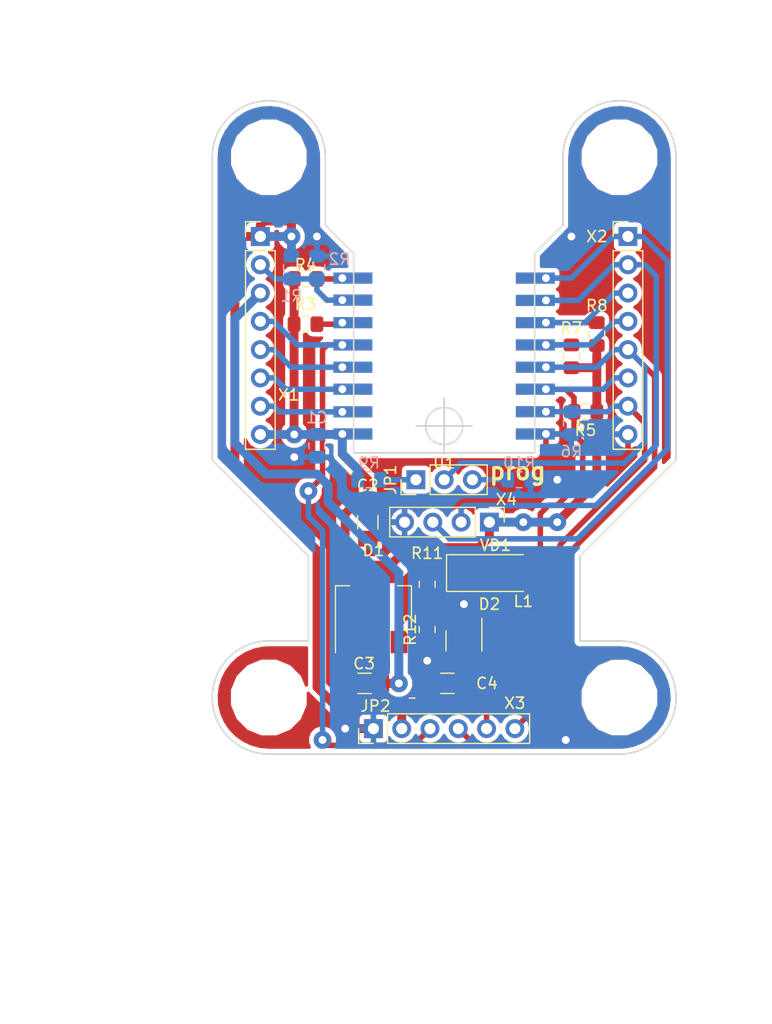
<source format=kicad_pcb>
(kicad_pcb (version 20171130) (host pcbnew "(5.0.1)-3")

  (general
    (thickness 1.6)
    (drawings 47)
    (tracks 276)
    (zones 0)
    (modules 31)
    (nets 25)
  )

  (page A4)
  (title_block
    (title "CPU and Power of Cicada project")
    (date 2021-01-02)
    (rev 1)
    (company anton.sysoev.ru68@gmail.com)
    (comment 2 "Anton Sysoev")
  )

  (layers
    (0 F.Cu signal)
    (31 B.Cu signal)
    (32 B.Adhes user)
    (33 F.Adhes user)
    (34 B.Paste user)
    (35 F.Paste user)
    (36 B.SilkS user)
    (37 F.SilkS user)
    (38 B.Mask user)
    (39 F.Mask user)
    (40 Dwgs.User user)
    (41 Cmts.User user)
    (42 Eco1.User user)
    (43 Eco2.User user)
    (44 Edge.Cuts user)
    (45 Margin user)
    (46 B.CrtYd user)
    (47 F.CrtYd user)
    (48 B.Fab user)
    (49 F.Fab user)
  )

  (setup
    (last_trace_width 0.5)
    (trace_clearance 0.4)
    (zone_clearance 0.4)
    (zone_45_only no)
    (trace_min 0.3)
    (segment_width 0.2)
    (edge_width 0.15)
    (via_size 1.6)
    (via_drill 0.7)
    (via_min_size 0.4)
    (via_min_drill 0.3)
    (uvia_size 0.3)
    (uvia_drill 0.1)
    (uvias_allowed no)
    (uvia_min_size 0.2)
    (uvia_min_drill 0.1)
    (pcb_text_width 0.3)
    (pcb_text_size 1.5 1.5)
    (mod_edge_width 0.15)
    (mod_text_size 1 1)
    (mod_text_width 0.15)
    (pad_size 6 6)
    (pad_drill 6)
    (pad_to_mask_clearance 0.051)
    (solder_mask_min_width 0.25)
    (aux_axis_origin 140.97 90.932)
    (visible_elements 7FFFFF7F)
    (pcbplotparams
      (layerselection 0x01000_ffffffff)
      (usegerberextensions false)
      (usegerberattributes false)
      (usegerberadvancedattributes false)
      (creategerberjobfile false)
      (excludeedgelayer true)
      (linewidth 0.300000)
      (plotframeref false)
      (viasonmask false)
      (mode 1)
      (useauxorigin false)
      (hpglpennumber 1)
      (hpglpenspeed 20)
      (hpglpendiameter 15.000000)
      (psnegative false)
      (psa4output false)
      (plotreference false)
      (plotvalue false)
      (plotinvisibletext false)
      (padsonsilk false)
      (subtractmaskfromsilk false)
      (outputformat 1)
      (mirror false)
      (drillshape 0)
      (scaleselection 1)
      (outputdirectory "../../../prod/hardware/cicada-main/v1/gerber/"))
  )

  (net 0 "")
  (net 1 +3V3)
  (net 2 GNDD)
  (net 3 +5V)
  (net 4 +BATT)
  (net 5 "Net-(D2-Pad1)")
  (net 6 "Net-(D2-Pad3)")
  (net 7 "Net-(D2-Pad6)")
  (net 8 "Net-(JP1-Pad1)")
  (net 9 /M3)
  (net 10 "Net-(JP1-Pad3)")
  (net 11 ADC)
  (net 12 "Net-(R3-Pad2)")
  (net 13 "Net-(R4-Pad2)")
  (net 14 /M2)
  (net 15 /M1)
  (net 16 /SDA)
  (net 17 /SCL)
  (net 18 /TXD)
  (net 19 /RXD)
  (net 20 /MOSI)
  (net 21 /MISO)
  (net 22 /SCK)
  (net 23 /M4)
  (net 24 "Net-(C4-Pad1)")

  (net_class Default "Это класс цепей по умолчанию."
    (clearance 0.4)
    (trace_width 0.5)
    (via_dia 1.6)
    (via_drill 0.7)
    (uvia_dia 0.3)
    (uvia_drill 0.1)
    (add_net /M1)
    (add_net /M2)
    (add_net /M3)
    (add_net /M4)
    (add_net /MISO)
    (add_net /MOSI)
    (add_net /RXD)
    (add_net /SCK)
    (add_net /SCL)
    (add_net /SDA)
    (add_net /TXD)
    (add_net ADC)
    (add_net "Net-(C4-Pad1)")
    (add_net "Net-(D2-Pad1)")
    (add_net "Net-(D2-Pad3)")
    (add_net "Net-(D2-Pad6)")
    (add_net "Net-(JP1-Pad1)")
    (add_net "Net-(JP1-Pad3)")
    (add_net "Net-(R3-Pad2)")
    (add_net "Net-(R4-Pad2)")
  )

  (net_class power ""
    (clearance 0.4)
    (trace_width 0.8)
    (via_dia 1.6)
    (via_drill 0.7)
    (uvia_dia 0.3)
    (uvia_drill 0.1)
    (add_net +3V3)
    (add_net +5V)
    (add_net +BATT)
    (add_net GNDD)
  )

  (module custom:ESP-07-ThroughMount (layer F.Cu) (tedit 5FF02FB0) (tstamp 6008CD49)
    (at 140.97 82.55)
    (path /5FF1BA92)
    (autoplace_cost90 1)
    (autoplace_cost180 1)
    (fp_text reference U1 (at 0 11.684) (layer F.SilkS)
      (effects (font (size 1 1) (thickness 0.15)))
    )
    (fp_text value ESP-07 (at 0 0) (layer F.Fab) hide
      (effects (font (size 1 1) (thickness 0.15)))
    )
    (fp_line (start -8 -10.6) (end 8 -10.6) (layer F.Fab) (width 0.15))
    (fp_line (start 8 -10.6) (end 8 10.6) (layer F.Fab) (width 0.15))
    (fp_line (start 8 10.6) (end -8 10.6) (layer F.Fab) (width 0.15))
    (fp_line (start -8 10.6) (end -8 -10.6) (layer F.Fab) (width 0.15))
    (fp_line (start -8.7 10.9) (end 8.8 10.9) (layer F.CrtYd) (width 0.15))
    (fp_line (start 8.8 10.9) (end 8.8 -11.9) (layer F.CrtYd) (width 0.15))
    (fp_line (start 8.8 -11.9) (end -8.7 -11.9) (layer F.CrtYd) (width 0.15))
    (fp_line (start -8.7 -11.9) (end -8.7 10.9) (layer F.CrtYd) (width 0.15))
    (pad 1 thru_hole rect (at -9.144 -4.9) (size 3.5 1) (drill 0.7 (offset 0.95 0)) (layers *.Cu *.Mask)
      (net 13 "Net-(R4-Pad2)") (solder_mask_margin 0.1))
    (pad 2 thru_hole rect (at -9.144 -2.921) (size 3.5 1) (drill 0.7 (offset 0.95 0)) (layers *.Cu *.Mask)
      (net 11 ADC) (solder_mask_margin 0.1))
    (pad 3 thru_hole rect (at -9.144 -0.9) (size 3.5 1) (drill 0.7 (offset 0.95 0)) (layers *.Cu *.Mask)
      (net 12 "Net-(R3-Pad2)") (solder_mask_margin 0.1))
    (pad 4 thru_hole rect (at -9.144 1.1) (size 3.5 1) (drill 0.7 (offset 0.95 0)) (layers *.Cu *.Mask)
      (net 23 /M4) (solder_mask_margin 0.1))
    (pad 5 thru_hole rect (at -9.144 3.1) (size 3.5 1) (drill 0.7 (offset 0.95 0)) (layers *.Cu *.Mask)
      (net 22 /SCK) (solder_mask_margin 0.1))
    (pad 6 thru_hole rect (at -9.144 5.08) (size 3.5 1) (drill 0.7 (offset 0.95 0)) (layers *.Cu *.Mask)
      (net 21 /MISO) (solder_mask_margin 0.1))
    (pad 7 thru_hole rect (at -9.144 7.112) (size 3.5 1) (drill 0.7 (offset 0.95 0)) (layers *.Cu *.Mask)
      (net 20 /MOSI) (solder_mask_margin 0.1))
    (pad 8 thru_hole rect (at -9.144 9.1) (size 3.5 1) (drill 0.7 (offset 0.95 0)) (layers *.Cu *.Mask)
      (net 1 +3V3) (solder_mask_margin 0.1))
    (pad 9 thru_hole rect (at 9.144 9.1 180) (size 3.5 1) (drill 0.7 (offset 0.95 0)) (layers *.Cu *.Mask)
      (net 2 GNDD) (solder_mask_margin 0.1))
    (pad 10 thru_hole rect (at 9.144 7.1 180) (size 3.5 1) (drill 0.7 (offset 0.95 0)) (layers *.Cu *.Mask)
      (net 15 /M1) (solder_mask_margin 0.1))
    (pad 11 thru_hole rect (at 9.144 5.08 180) (size 3.5 1) (drill 0.7 (offset 0.95 0)) (layers *.Cu *.Mask)
      (net 14 /M2) (solder_mask_margin 0.1))
    (pad 12 thru_hole rect (at 9.144 3.1 180) (size 3.5 1) (drill 0.7 (offset 0.95 0)) (layers *.Cu *.Mask)
      (net 9 /M3) (solder_mask_margin 0.1))
    (pad 13 thru_hole rect (at 9.144 1.1 180) (size 3.5 1) (drill 0.7 (offset 0.95 0)) (layers *.Cu *.Mask)
      (net 16 /SDA) (solder_mask_margin 0.1))
    (pad 14 thru_hole rect (at 9.144 -0.9 180) (size 3.5 1) (drill 0.7 (offset 0.95 0)) (layers *.Cu *.Mask)
      (net 17 /SCL) (solder_mask_margin 0.1))
    (pad 15 thru_hole rect (at 9.144 -2.9 180) (size 3.5 1) (drill 0.7 (offset 0.95 0)) (layers *.Cu *.Mask)
      (net 19 /RXD) (solder_mask_margin 0.1))
    (pad 16 thru_hole rect (at 9.144 -4.9 180) (size 3.5 1) (drill 0.7 (offset 0.95 0)) (layers *.Cu *.Mask)
      (net 18 /TXD) (solder_mask_margin 0.1))
    (model D:/Projects/Devices/MyCopter/hardware/libs/custom.pretty/ESP07.STEP
      (offset (xyz -0.32 -0.76 0))
      (scale (xyz 1 1 1))
      (rotate (xyz -90 0 0))
    )
  )

  (module Capacitor_SMD:C_0805_2012Metric_Pad1.15x1.40mm_HandSolder (layer B.Cu) (tedit 5FF0426F) (tstamp 6008CBDC)
    (at 129.54 92.71 270)
    (descr "Capacitor SMD 0805 (2012 Metric), square (rectangular) end terminal, IPC_7351 nominal with elongated pad for handsoldering. (Body size source: https://docs.google.com/spreadsheets/d/1BsfQQcO9C6DZCsRaXUlFlo91Tg2WpOkGARC1WS5S8t0/edit?usp=sharing), generated with kicad-footprint-generator")
    (tags "capacitor handsolder")
    (path /5FF1BAAE)
    (attr smd)
    (fp_text reference C1 (at -2.54 0 180) (layer B.SilkS)
      (effects (font (size 1 1) (thickness 0.15)) (justify mirror))
    )
    (fp_text value "100 nF" (at 0.254 1.778 270) (layer B.Fab) hide
      (effects (font (size 1 1) (thickness 0.15)) (justify mirror))
    )
    (fp_line (start -1 -0.6) (end -1 0.6) (layer B.Fab) (width 0.1))
    (fp_line (start -1 0.6) (end 1 0.6) (layer B.Fab) (width 0.1))
    (fp_line (start 1 0.6) (end 1 -0.6) (layer B.Fab) (width 0.1))
    (fp_line (start 1 -0.6) (end -1 -0.6) (layer B.Fab) (width 0.1))
    (fp_line (start -0.261252 0.71) (end 0.261252 0.71) (layer B.SilkS) (width 0.12))
    (fp_line (start -0.261252 -0.71) (end 0.261252 -0.71) (layer B.SilkS) (width 0.12))
    (fp_line (start -1.85 -0.95) (end -1.85 0.95) (layer B.CrtYd) (width 0.05))
    (fp_line (start -1.85 0.95) (end 1.85 0.95) (layer B.CrtYd) (width 0.05))
    (fp_line (start 1.85 0.95) (end 1.85 -0.95) (layer B.CrtYd) (width 0.05))
    (fp_line (start 1.85 -0.95) (end -1.85 -0.95) (layer B.CrtYd) (width 0.05))
    (fp_text user %R (at 0 0 270) (layer B.Fab) hide
      (effects (font (size 0.5 0.5) (thickness 0.08)) (justify mirror))
    )
    (pad 1 smd roundrect (at -1.025 0 270) (size 1.15 1.4) (layers B.Cu B.Paste B.Mask) (roundrect_rratio 0.217391)
      (net 1 +3V3))
    (pad 2 smd roundrect (at 1.025 0 270) (size 1.15 1.4) (layers B.Cu B.Paste B.Mask) (roundrect_rratio 0.217391)
      (net 2 GNDD))
    (model ${KISYS3DMOD}/Capacitor_SMD.3dshapes/C_0805_2012Metric.wrl
      (at (xyz 0 0 0))
      (scale (xyz 1 1 1))
      (rotate (xyz 0 0 0))
    )
  )

  (module Capacitor_SMD:C_1206_3216Metric_Pad1.42x1.75mm_HandSolder (layer F.Cu) (tedit 5FF04267) (tstamp 6008D21F)
    (at 134.112 99.568 270)
    (descr "Capacitor SMD 1206 (3216 Metric), square (rectangular) end terminal, IPC_7351 nominal with elongated pad for handsoldering. (Body size source: http://www.tortai-tech.com/upload/download/2011102023233369053.pdf), generated with kicad-footprint-generator")
    (tags "capacitor handsolder")
    (path /5FF0A63D)
    (attr smd)
    (fp_text reference C2 (at -3.302 0) (layer F.SilkS)
      (effects (font (size 1 1) (thickness 0.15)))
    )
    (fp_text value "20 uF" (at 0 1.82 270) (layer F.Fab) hide
      (effects (font (size 1 1) (thickness 0.15)))
    )
    (fp_line (start -1.6 0.8) (end -1.6 -0.8) (layer F.Fab) (width 0.1))
    (fp_line (start -1.6 -0.8) (end 1.6 -0.8) (layer F.Fab) (width 0.1))
    (fp_line (start 1.6 -0.8) (end 1.6 0.8) (layer F.Fab) (width 0.1))
    (fp_line (start 1.6 0.8) (end -1.6 0.8) (layer F.Fab) (width 0.1))
    (fp_line (start -0.602064 -0.91) (end 0.602064 -0.91) (layer F.SilkS) (width 0.12))
    (fp_line (start -0.602064 0.91) (end 0.602064 0.91) (layer F.SilkS) (width 0.12))
    (fp_line (start -2.45 1.12) (end -2.45 -1.12) (layer F.CrtYd) (width 0.05))
    (fp_line (start -2.45 -1.12) (end 2.45 -1.12) (layer F.CrtYd) (width 0.05))
    (fp_line (start 2.45 -1.12) (end 2.45 1.12) (layer F.CrtYd) (width 0.05))
    (fp_line (start 2.45 1.12) (end -2.45 1.12) (layer F.CrtYd) (width 0.05))
    (fp_text user %R (at 0 0 270) (layer F.Fab) hide
      (effects (font (size 0.8 0.8) (thickness 0.12)))
    )
    (pad 1 smd roundrect (at -1.4875 0 270) (size 1.425 1.75) (layers F.Cu F.Paste F.Mask) (roundrect_rratio 0.175439)
      (net 1 +3V3))
    (pad 2 smd roundrect (at 1.4875 0 270) (size 1.425 1.75) (layers F.Cu F.Paste F.Mask) (roundrect_rratio 0.175439)
      (net 2 GNDD))
    (model ${KISYS3DMOD}/Capacitor_SMD.3dshapes/C_1206_3216Metric.wrl
      (at (xyz 0 0 0))
      (scale (xyz 1 1 1))
      (rotate (xyz 0 0 0))
    )
  )

  (module Capacitor_SMD:C_1206_3216Metric_Pad1.42x1.75mm_HandSolder (layer F.Cu) (tedit 5FF0421C) (tstamp 6008CBFE)
    (at 133.8215 114.046 180)
    (descr "Capacitor SMD 1206 (3216 Metric), square (rectangular) end terminal, IPC_7351 nominal with elongated pad for handsoldering. (Body size source: http://www.tortai-tech.com/upload/download/2011102023233369053.pdf), generated with kicad-footprint-generator")
    (tags "capacitor handsolder")
    (path /5FF0A617)
    (attr smd)
    (fp_text reference C3 (at 0.0365 1.778) (layer F.SilkS)
      (effects (font (size 1 1) (thickness 0.15)))
    )
    (fp_text value "20 uF" (at 4.6085 0 180) (layer F.Fab) hide
      (effects (font (size 1 1) (thickness 0.15)))
    )
    (fp_text user %R (at 0 0 180) (layer F.Fab) hide
      (effects (font (size 0.8 0.8) (thickness 0.12)))
    )
    (fp_line (start 2.45 1.12) (end -2.45 1.12) (layer F.CrtYd) (width 0.05))
    (fp_line (start 2.45 -1.12) (end 2.45 1.12) (layer F.CrtYd) (width 0.05))
    (fp_line (start -2.45 -1.12) (end 2.45 -1.12) (layer F.CrtYd) (width 0.05))
    (fp_line (start -2.45 1.12) (end -2.45 -1.12) (layer F.CrtYd) (width 0.05))
    (fp_line (start -0.602064 0.91) (end 0.602064 0.91) (layer F.SilkS) (width 0.12))
    (fp_line (start -0.602064 -0.91) (end 0.602064 -0.91) (layer F.SilkS) (width 0.12))
    (fp_line (start 1.6 0.8) (end -1.6 0.8) (layer F.Fab) (width 0.1))
    (fp_line (start 1.6 -0.8) (end 1.6 0.8) (layer F.Fab) (width 0.1))
    (fp_line (start -1.6 -0.8) (end 1.6 -0.8) (layer F.Fab) (width 0.1))
    (fp_line (start -1.6 0.8) (end -1.6 -0.8) (layer F.Fab) (width 0.1))
    (pad 2 smd roundrect (at 1.4875 0 180) (size 1.425 1.75) (layers F.Cu F.Paste F.Mask) (roundrect_rratio 0.175439)
      (net 2 GNDD))
    (pad 1 smd roundrect (at -1.4875 0 180) (size 1.425 1.75) (layers F.Cu F.Paste F.Mask) (roundrect_rratio 0.175439)
      (net 3 +5V))
    (model ${KISYS3DMOD}/Capacitor_SMD.3dshapes/C_1206_3216Metric.wrl
      (at (xyz 0 0 0))
      (scale (xyz 1 1 1))
      (rotate (xyz 0 0 0))
    )
  )

  (module Capacitor_SMD:C_1206_3216Metric_Pad1.42x1.75mm_HandSolder (layer F.Cu) (tedit 5FF040FB) (tstamp 6008CC0F)
    (at 141.2605 114.046 180)
    (descr "Capacitor SMD 1206 (3216 Metric), square (rectangular) end terminal, IPC_7351 nominal with elongated pad for handsoldering. (Body size source: http://www.tortai-tech.com/upload/download/2011102023233369053.pdf), generated with kicad-footprint-generator")
    (tags "capacitor handsolder")
    (path /5FF0A603)
    (attr smd)
    (fp_text reference C4 (at -3.556 0 180) (layer F.SilkS)
      (effects (font (size 1 1) (thickness 0.15)))
    )
    (fp_text value "20 uF" (at -4.826 0 180) (layer F.Fab) hide
      (effects (font (size 1 1) (thickness 0.15)))
    )
    (fp_line (start -1.6 0.8) (end -1.6 -0.8) (layer F.Fab) (width 0.1))
    (fp_line (start -1.6 -0.8) (end 1.6 -0.8) (layer F.Fab) (width 0.1))
    (fp_line (start 1.6 -0.8) (end 1.6 0.8) (layer F.Fab) (width 0.1))
    (fp_line (start 1.6 0.8) (end -1.6 0.8) (layer F.Fab) (width 0.1))
    (fp_line (start -0.602064 -0.91) (end 0.602064 -0.91) (layer F.SilkS) (width 0.12))
    (fp_line (start -0.602064 0.91) (end 0.602064 0.91) (layer F.SilkS) (width 0.12))
    (fp_line (start -2.45 1.12) (end -2.45 -1.12) (layer F.CrtYd) (width 0.05))
    (fp_line (start -2.45 -1.12) (end 2.45 -1.12) (layer F.CrtYd) (width 0.05))
    (fp_line (start 2.45 -1.12) (end 2.45 1.12) (layer F.CrtYd) (width 0.05))
    (fp_line (start 2.45 1.12) (end -2.45 1.12) (layer F.CrtYd) (width 0.05))
    (fp_text user %R (at 0 0 180) (layer F.Fab) hide
      (effects (font (size 0.8 0.8) (thickness 0.12)))
    )
    (pad 1 smd roundrect (at -1.4875 0 180) (size 1.425 1.75) (layers F.Cu F.Paste F.Mask) (roundrect_rratio 0.175439)
      (net 24 "Net-(C4-Pad1)"))
    (pad 2 smd roundrect (at 1.4875 0 180) (size 1.425 1.75) (layers F.Cu F.Paste F.Mask) (roundrect_rratio 0.175439)
      (net 2 GNDD))
    (model ${KISYS3DMOD}/Capacitor_SMD.3dshapes/C_1206_3216Metric.wrl
      (at (xyz 0 0 0))
      (scale (xyz 1 1 1))
      (rotate (xyz 0 0 0))
    )
  )

  (module Package_TO_SOT_SMD:SOT-223-3_TabPin2 (layer F.Cu) (tedit 5FF04390) (tstamp 6008FD1F)
    (at 134.62 107.188 90)
    (descr "module CMS SOT223 4 pins")
    (tags "CMS SOT")
    (path /5FF0A630)
    (attr smd)
    (fp_text reference D1 (at 5.08 0 180) (layer F.SilkS)
      (effects (font (size 1 1) (thickness 0.15)))
    )
    (fp_text value LM1117-3.3 (at -0.254 -4.572 270) (layer F.Fab) hide
      (effects (font (size 1 1) (thickness 0.15)))
    )
    (fp_text user %R (at 0 0 180) (layer F.Fab) hide
      (effects (font (size 0.8 0.8) (thickness 0.12)))
    )
    (fp_line (start 1.91 3.41) (end 1.91 2.15) (layer F.SilkS) (width 0.12))
    (fp_line (start 1.91 -3.41) (end 1.91 -2.15) (layer F.SilkS) (width 0.12))
    (fp_line (start 4.4 -3.6) (end -4.4 -3.6) (layer F.CrtYd) (width 0.05))
    (fp_line (start 4.4 3.6) (end 4.4 -3.6) (layer F.CrtYd) (width 0.05))
    (fp_line (start -4.4 3.6) (end 4.4 3.6) (layer F.CrtYd) (width 0.05))
    (fp_line (start -4.4 -3.6) (end -4.4 3.6) (layer F.CrtYd) (width 0.05))
    (fp_line (start -1.85 -2.35) (end -0.85 -3.35) (layer F.Fab) (width 0.1))
    (fp_line (start -1.85 -2.35) (end -1.85 3.35) (layer F.Fab) (width 0.1))
    (fp_line (start -1.85 3.41) (end 1.91 3.41) (layer F.SilkS) (width 0.12))
    (fp_line (start -0.85 -3.35) (end 1.85 -3.35) (layer F.Fab) (width 0.1))
    (fp_line (start -4.1 -3.41) (end 1.91 -3.41) (layer F.SilkS) (width 0.12))
    (fp_line (start -1.85 3.35) (end 1.85 3.35) (layer F.Fab) (width 0.1))
    (fp_line (start 1.85 -3.35) (end 1.85 3.35) (layer F.Fab) (width 0.1))
    (pad 2 smd rect (at 3.15 0 90) (size 2 3.8) (layers F.Cu F.Paste F.Mask)
      (net 1 +3V3))
    (pad 2 smd rect (at -3.15 0 90) (size 2 1.5) (layers F.Cu F.Paste F.Mask)
      (net 1 +3V3))
    (pad 3 smd rect (at -3.15 2.3 90) (size 2 1.5) (layers F.Cu F.Paste F.Mask)
      (net 3 +5V))
    (pad 1 smd rect (at -3.15 -2.3 90) (size 2 1.5) (layers F.Cu F.Paste F.Mask)
      (net 2 GNDD))
    (model ${KISYS3DMOD}/Package_TO_SOT_SMD.3dshapes/SOT-223.wrl
      (at (xyz 0 0 0))
      (scale (xyz 1 1 1))
      (rotate (xyz 0 0 0))
    )
  )

  (module Package_TO_SOT_SMD:SOT-23-6_Handsoldering (layer F.Cu) (tedit 5FF04014) (tstamp 6008EDE8)
    (at 142.748 110.236 270)
    (descr "6-pin SOT-23 package, Handsoldering")
    (tags "SOT-23-6 Handsoldering")
    (path /5FF0A5BB)
    (attr smd)
    (fp_text reference D2 (at -3.302 -2.286) (layer F.SilkS)
      (effects (font (size 1 1) (thickness 0.15)))
    )
    (fp_text value MT3608 (at -3.302 -0.508) (layer F.Fab) hide
      (effects (font (size 1 1) (thickness 0.15)))
    )
    (fp_text user %R (at 0 0) (layer F.Fab) hide
      (effects (font (size 0.5 0.5) (thickness 0.075)))
    )
    (fp_line (start -0.9 1.61) (end 0.9 1.61) (layer F.SilkS) (width 0.12))
    (fp_line (start 0.9 -1.61) (end -2.05 -1.61) (layer F.SilkS) (width 0.12))
    (fp_line (start -2.4 1.8) (end -2.4 -1.8) (layer F.CrtYd) (width 0.05))
    (fp_line (start 2.4 1.8) (end -2.4 1.8) (layer F.CrtYd) (width 0.05))
    (fp_line (start 2.4 -1.8) (end 2.4 1.8) (layer F.CrtYd) (width 0.05))
    (fp_line (start -2.4 -1.8) (end 2.4 -1.8) (layer F.CrtYd) (width 0.05))
    (fp_line (start -0.9 -0.9) (end -0.25 -1.55) (layer F.Fab) (width 0.1))
    (fp_line (start 0.9 -1.55) (end -0.25 -1.55) (layer F.Fab) (width 0.1))
    (fp_line (start -0.9 -0.9) (end -0.9 1.55) (layer F.Fab) (width 0.1))
    (fp_line (start 0.9 1.55) (end -0.9 1.55) (layer F.Fab) (width 0.1))
    (fp_line (start 0.9 -1.55) (end 0.9 1.55) (layer F.Fab) (width 0.1))
    (pad 1 smd rect (at -1.35 -0.95 270) (size 1.56 0.65) (layers F.Cu F.Paste F.Mask)
      (net 5 "Net-(D2-Pad1)"))
    (pad 2 smd rect (at -1.35 0 270) (size 1.56 0.65) (layers F.Cu F.Paste F.Mask)
      (net 2 GNDD))
    (pad 3 smd rect (at -1.35 0.95 270) (size 1.56 0.65) (layers F.Cu F.Paste F.Mask)
      (net 6 "Net-(D2-Pad3)"))
    (pad 4 smd rect (at 1.35 0.95 270) (size 1.56 0.65) (layers F.Cu F.Paste F.Mask)
      (net 24 "Net-(C4-Pad1)"))
    (pad 6 smd rect (at 1.35 -0.95 270) (size 1.56 0.65) (layers F.Cu F.Paste F.Mask)
      (net 7 "Net-(D2-Pad6)"))
    (pad 5 smd rect (at 1.35 0 270) (size 1.56 0.65) (layers F.Cu F.Paste F.Mask)
      (net 24 "Net-(C4-Pad1)"))
    (model ${KISYS3DMOD}/Package_TO_SOT_SMD.3dshapes/SOT-23-6.wrl
      (at (xyz 0 0 0))
      (scale (xyz 1 1 1))
      (rotate (xyz 0 0 0))
    )
  )

  (module Connector_PinHeader_2.54mm:PinHeader_1x03_P2.54mm_Vertical (layer F.Cu) (tedit 5FF19FC8) (tstamp 6008CC52)
    (at 138.43 95.758 90)
    (descr "Through hole straight pin header, 1x03, 2.54mm pitch, single row")
    (tags "Through hole pin header THT 1x03 2.54mm single row")
    (path /5FF20D20)
    (fp_text reference JP1 (at 0 -2.286 270) (layer F.SilkS)
      (effects (font (size 1 1) (thickness 0.15)))
    )
    (fp_text value Jumper_3_Bridged12 (at 3.556 2.794 180) (layer F.Fab) hide
      (effects (font (size 1 1) (thickness 0.15)))
    )
    (fp_line (start -0.635 -1.27) (end 1.27 -1.27) (layer F.Fab) (width 0.1))
    (fp_line (start 1.27 -1.27) (end 1.27 6.35) (layer F.Fab) (width 0.1))
    (fp_line (start 1.27 6.35) (end -1.27 6.35) (layer F.Fab) (width 0.1))
    (fp_line (start -1.27 6.35) (end -1.27 -0.635) (layer F.Fab) (width 0.1))
    (fp_line (start -1.27 -0.635) (end -0.635 -1.27) (layer F.Fab) (width 0.1))
    (fp_line (start -1.33 6.41) (end 1.33 6.41) (layer F.SilkS) (width 0.12))
    (fp_line (start -1.33 1.27) (end -1.33 6.41) (layer F.SilkS) (width 0.12))
    (fp_line (start 1.33 1.27) (end 1.33 6.41) (layer F.SilkS) (width 0.12))
    (fp_line (start -1.33 1.27) (end 1.33 1.27) (layer F.SilkS) (width 0.12))
    (fp_line (start -1.33 0) (end -1.33 -1.33) (layer F.SilkS) (width 0.12))
    (fp_line (start -1.33 -1.33) (end 0 -1.33) (layer F.SilkS) (width 0.12))
    (fp_line (start -1.8 -1.8) (end -1.8 6.85) (layer F.CrtYd) (width 0.05))
    (fp_line (start -1.8 6.85) (end 1.8 6.85) (layer F.CrtYd) (width 0.05))
    (fp_line (start 1.8 6.85) (end 1.8 -1.8) (layer F.CrtYd) (width 0.05))
    (fp_line (start 1.8 -1.8) (end -1.8 -1.8) (layer F.CrtYd) (width 0.05))
    (fp_text user %R (at 0 2.54 180) (layer F.Fab) hide
      (effects (font (size 1 1) (thickness 0.15)))
    )
    (pad 1 thru_hole rect (at 0 0 90) (size 1.7 1.7) (drill 1) (layers *.Cu *.Mask)
      (net 8 "Net-(JP1-Pad1)"))
    (pad 2 thru_hole oval (at 0 2.54 90) (size 1.7 1.7) (drill 1) (layers *.Cu *.Mask)
      (net 9 /M3))
    (pad 3 thru_hole oval (at 0 5.08 90) (size 1.7 1.7) (drill 1) (layers *.Cu *.Mask)
      (net 10 "Net-(JP1-Pad3)"))
    (model ${KISYS3DMOD}/Connector_PinHeader_2.54mm.3dshapes/PinHeader_1x03_P2.54mm_Vertical.wrl
      (at (xyz 0 0 0))
      (scale (xyz 1 1 1))
      (rotate (xyz 0 0 0))
    )
  )

  (module custom:SPM4020T (layer F.Cu) (tedit 5FF1A03A) (tstamp 6008CC61)
    (at 148.082 110.236 270)
    (path /5FF0A5C8)
    (autoplace_cost90 1)
    (autoplace_cost180 1)
    (attr smd)
    (fp_text reference L1 (at -3.556 0) (layer F.SilkS)
      (effects (font (size 1 1) (thickness 0.15)))
    )
    (fp_text value SPM4020T-4R7 (at -0.254 -3.556 270) (layer F.Fab) hide
      (effects (font (size 1 1) (thickness 0.15)))
    )
    (fp_line (start -2.286 -2.159) (end 2.286 -2.159) (layer F.Fab) (width 0.15))
    (fp_line (start 2.286 -2.159) (end 2.286 2.159) (layer F.Fab) (width 0.15))
    (fp_line (start 2.286 2.159) (end -2.286 2.159) (layer F.Fab) (width 0.15))
    (fp_line (start -2.286 2.159) (end -2.286 -2.159) (layer F.Fab) (width 0.15))
    (fp_line (start -2.794 -2.54) (end -2.794 2.54) (layer F.CrtYd) (width 0.15))
    (fp_line (start -2.794 2.54) (end 2.794 2.54) (layer F.CrtYd) (width 0.15))
    (fp_line (start 2.794 2.54) (end 2.794 -2.54) (layer F.CrtYd) (width 0.15))
    (fp_line (start 2.794 -2.54) (end -2.794 -2.54) (layer F.CrtYd) (width 0.15))
    (fp_text user L1 (at 0 0 270) (layer F.Fab) hide
      (effects (font (size 1 1) (thickness 0.15)))
    )
    (pad 1 smd rect (at -1.65 0 270) (size 1.65 2.3) (layers F.Cu F.Paste F.Mask)
      (net 5 "Net-(D2-Pad1)"))
    (pad 2 smd rect (at 1.65 0 270) (size 1.65 2.3) (layers F.Cu F.Paste F.Mask)
      (net 24 "Net-(C4-Pad1)"))
    (model D:/Projects/Devices/MyCopter/hardware/libs/custom.pretty/spm4020t.step
      (offset (xyz 0 0.5 0))
      (scale (xyz 1 1 1))
      (rotate (xyz 0 0 0))
    )
  )

  (module Resistor_SMD:R_0805_2012Metric_Pad1.15x1.40mm_HandSolder (layer B.Cu) (tedit 5FF03437) (tstamp 6008CC72)
    (at 127.254 76.699 270)
    (descr "Resistor SMD 0805 (2012 Metric), square (rectangular) end terminal, IPC_7351 nominal with elongated pad for handsoldering. (Body size source: https://docs.google.com/spreadsheets/d/1BsfQQcO9C6DZCsRaXUlFlo91Tg2WpOkGARC1WS5S8t0/edit?usp=sharing), generated with kicad-footprint-generator")
    (tags "resistor handsolder")
    (path /5FF1BB12)
    (attr smd)
    (fp_text reference R1 (at 2.549 0 180) (layer B.SilkS)
      (effects (font (size 1 1) (thickness 0.15)) (justify mirror))
    )
    (fp_text value 160k (at 0 1.778 270) (layer B.Fab) hide
      (effects (font (size 1 1) (thickness 0.15)) (justify mirror))
    )
    (fp_line (start -1 -0.6) (end -1 0.6) (layer B.Fab) (width 0.1))
    (fp_line (start -1 0.6) (end 1 0.6) (layer B.Fab) (width 0.1))
    (fp_line (start 1 0.6) (end 1 -0.6) (layer B.Fab) (width 0.1))
    (fp_line (start 1 -0.6) (end -1 -0.6) (layer B.Fab) (width 0.1))
    (fp_line (start -0.261252 0.71) (end 0.261252 0.71) (layer B.SilkS) (width 0.12))
    (fp_line (start -0.261252 -0.71) (end 0.261252 -0.71) (layer B.SilkS) (width 0.12))
    (fp_line (start -1.85 -0.95) (end -1.85 0.95) (layer B.CrtYd) (width 0.05))
    (fp_line (start -1.85 0.95) (end 1.85 0.95) (layer B.CrtYd) (width 0.05))
    (fp_line (start 1.85 0.95) (end 1.85 -0.95) (layer B.CrtYd) (width 0.05))
    (fp_line (start 1.85 -0.95) (end -1.85 -0.95) (layer B.CrtYd) (width 0.05))
    (fp_text user %R (at 0 0 270) (layer B.Fab) hide
      (effects (font (size 0.5 0.5) (thickness 0.08)) (justify mirror))
    )
    (pad 1 smd roundrect (at -1.025 0 270) (size 1.15 1.4) (layers B.Cu B.Paste B.Mask) (roundrect_rratio 0.217391)
      (net 4 +BATT))
    (pad 2 smd roundrect (at 1.025 0 270) (size 1.15 1.4) (layers B.Cu B.Paste B.Mask) (roundrect_rratio 0.217391)
      (net 11 ADC))
    (model ${KISYS3DMOD}/Resistor_SMD.3dshapes/R_0805_2012Metric.wrl
      (at (xyz 0 0 0))
      (scale (xyz 1 1 1))
      (rotate (xyz 0 0 0))
    )
  )

  (module Resistor_SMD:R_0805_2012Metric_Pad1.15x1.40mm_HandSolder (layer B.Cu) (tedit 5FF0343F) (tstamp 6008CC83)
    (at 129.54 76.699 90)
    (descr "Resistor SMD 0805 (2012 Metric), square (rectangular) end terminal, IPC_7351 nominal with elongated pad for handsoldering. (Body size source: https://docs.google.com/spreadsheets/d/1BsfQQcO9C6DZCsRaXUlFlo91Tg2WpOkGARC1WS5S8t0/edit?usp=sharing), generated with kicad-footprint-generator")
    (tags "resistor handsolder")
    (path /5FF1BB19)
    (attr smd)
    (fp_text reference R2 (at 0.753 2.032) (layer B.SilkS)
      (effects (font (size 1 1) (thickness 0.15)) (justify mirror))
    )
    (fp_text value 33k (at 0 1.778 90) (layer B.Fab) hide
      (effects (font (size 1 1) (thickness 0.15)) (justify mirror))
    )
    (fp_text user %R (at 0 0 90) (layer B.Fab) hide
      (effects (font (size 0.5 0.5) (thickness 0.08)) (justify mirror))
    )
    (fp_line (start 1.85 -0.95) (end -1.85 -0.95) (layer B.CrtYd) (width 0.05))
    (fp_line (start 1.85 0.95) (end 1.85 -0.95) (layer B.CrtYd) (width 0.05))
    (fp_line (start -1.85 0.95) (end 1.85 0.95) (layer B.CrtYd) (width 0.05))
    (fp_line (start -1.85 -0.95) (end -1.85 0.95) (layer B.CrtYd) (width 0.05))
    (fp_line (start -0.261252 -0.71) (end 0.261252 -0.71) (layer B.SilkS) (width 0.12))
    (fp_line (start -0.261252 0.71) (end 0.261252 0.71) (layer B.SilkS) (width 0.12))
    (fp_line (start 1 -0.6) (end -1 -0.6) (layer B.Fab) (width 0.1))
    (fp_line (start 1 0.6) (end 1 -0.6) (layer B.Fab) (width 0.1))
    (fp_line (start -1 0.6) (end 1 0.6) (layer B.Fab) (width 0.1))
    (fp_line (start -1 -0.6) (end -1 0.6) (layer B.Fab) (width 0.1))
    (pad 2 smd roundrect (at 1.025 0 90) (size 1.15 1.4) (layers B.Cu B.Paste B.Mask) (roundrect_rratio 0.217391)
      (net 2 GNDD))
    (pad 1 smd roundrect (at -1.025 0 90) (size 1.15 1.4) (layers B.Cu B.Paste B.Mask) (roundrect_rratio 0.217391)
      (net 11 ADC))
    (model ${KISYS3DMOD}/Resistor_SMD.3dshapes/R_0805_2012Metric.wrl
      (at (xyz 0 0 0))
      (scale (xyz 1 1 1))
      (rotate (xyz 0 0 0))
    )
  )

  (module Resistor_SMD:R_0805_2012Metric_Pad1.15x1.40mm_HandSolder (layer F.Cu) (tedit 5FF0335E) (tstamp 6008CC94)
    (at 128.515 81.788)
    (descr "Resistor SMD 0805 (2012 Metric), square (rectangular) end terminal, IPC_7351 nominal with elongated pad for handsoldering. (Body size source: https://docs.google.com/spreadsheets/d/1BsfQQcO9C6DZCsRaXUlFlo91Tg2WpOkGARC1WS5S8t0/edit?usp=sharing), generated with kicad-footprint-generator")
    (tags "resistor handsolder")
    (path /5FF1BAA0)
    (attr smd)
    (fp_text reference R3 (at 0 -1.778 180) (layer F.SilkS)
      (effects (font (size 1 1) (thickness 0.15)))
    )
    (fp_text value 3k3 (at -3.547 0) (layer F.Fab) hide
      (effects (font (size 1 1) (thickness 0.15)))
    )
    (fp_line (start -1 0.6) (end -1 -0.6) (layer F.Fab) (width 0.1))
    (fp_line (start -1 -0.6) (end 1 -0.6) (layer F.Fab) (width 0.1))
    (fp_line (start 1 -0.6) (end 1 0.6) (layer F.Fab) (width 0.1))
    (fp_line (start 1 0.6) (end -1 0.6) (layer F.Fab) (width 0.1))
    (fp_line (start -0.261252 -0.71) (end 0.261252 -0.71) (layer F.SilkS) (width 0.12))
    (fp_line (start -0.261252 0.71) (end 0.261252 0.71) (layer F.SilkS) (width 0.12))
    (fp_line (start -1.85 0.95) (end -1.85 -0.95) (layer F.CrtYd) (width 0.05))
    (fp_line (start -1.85 -0.95) (end 1.85 -0.95) (layer F.CrtYd) (width 0.05))
    (fp_line (start 1.85 -0.95) (end 1.85 0.95) (layer F.CrtYd) (width 0.05))
    (fp_line (start 1.85 0.95) (end -1.85 0.95) (layer F.CrtYd) (width 0.05))
    (fp_text user %R (at 0 0 90) (layer F.Fab) hide
      (effects (font (size 0.5 0.5) (thickness 0.08)))
    )
    (pad 1 smd roundrect (at -1.025 0) (size 1.15 1.4) (layers F.Cu F.Paste F.Mask) (roundrect_rratio 0.217391)
      (net 1 +3V3))
    (pad 2 smd roundrect (at 1.025 0) (size 1.15 1.4) (layers F.Cu F.Paste F.Mask) (roundrect_rratio 0.217391)
      (net 12 "Net-(R3-Pad2)"))
    (model ${KISYS3DMOD}/Resistor_SMD.3dshapes/R_0805_2012Metric.wrl
      (at (xyz 0 0 0))
      (scale (xyz 1 1 1))
      (rotate (xyz 0 0 0))
    )
  )

  (module Resistor_SMD:R_0805_2012Metric_Pad1.15x1.40mm_HandSolder (layer F.Cu) (tedit 5FF03396) (tstamp 6008CCA5)
    (at 128.524 77.724)
    (descr "Resistor SMD 0805 (2012 Metric), square (rectangular) end terminal, IPC_7351 nominal with elongated pad for handsoldering. (Body size source: https://docs.google.com/spreadsheets/d/1BsfQQcO9C6DZCsRaXUlFlo91Tg2WpOkGARC1WS5S8t0/edit?usp=sharing), generated with kicad-footprint-generator")
    (tags "resistor handsolder")
    (path /5FF1BA99)
    (attr smd)
    (fp_text reference R4 (at 0 -1.27 180) (layer F.SilkS)
      (effects (font (size 1 1) (thickness 0.15)))
    )
    (fp_text value 3k3 (at 3.565 0) (layer F.Fab) hide
      (effects (font (size 1 1) (thickness 0.15)))
    )
    (fp_text user %R (at 0 0) (layer F.Fab) hide
      (effects (font (size 0.5 0.5) (thickness 0.08)))
    )
    (fp_line (start 1.85 0.95) (end -1.85 0.95) (layer F.CrtYd) (width 0.05))
    (fp_line (start 1.85 -0.95) (end 1.85 0.95) (layer F.CrtYd) (width 0.05))
    (fp_line (start -1.85 -0.95) (end 1.85 -0.95) (layer F.CrtYd) (width 0.05))
    (fp_line (start -1.85 0.95) (end -1.85 -0.95) (layer F.CrtYd) (width 0.05))
    (fp_line (start -0.261252 0.71) (end 0.261252 0.71) (layer F.SilkS) (width 0.12))
    (fp_line (start -0.261252 -0.71) (end 0.261252 -0.71) (layer F.SilkS) (width 0.12))
    (fp_line (start 1 0.6) (end -1 0.6) (layer F.Fab) (width 0.1))
    (fp_line (start 1 -0.6) (end 1 0.6) (layer F.Fab) (width 0.1))
    (fp_line (start -1 -0.6) (end 1 -0.6) (layer F.Fab) (width 0.1))
    (fp_line (start -1 0.6) (end -1 -0.6) (layer F.Fab) (width 0.1))
    (pad 2 smd roundrect (at 1.025 0) (size 1.15 1.4) (layers F.Cu F.Paste F.Mask) (roundrect_rratio 0.217391)
      (net 13 "Net-(R4-Pad2)"))
    (pad 1 smd roundrect (at -1.025 0) (size 1.15 1.4) (layers F.Cu F.Paste F.Mask) (roundrect_rratio 0.217391)
      (net 1 +3V3))
    (model ${KISYS3DMOD}/Resistor_SMD.3dshapes/R_0805_2012Metric.wrl
      (at (xyz 0 0 0))
      (scale (xyz 1 1 1))
      (rotate (xyz 0 0 0))
    )
  )

  (module Resistor_SMD:R_0805_2012Metric_Pad1.15x1.40mm_HandSolder (layer F.Cu) (tedit 5FF043B4) (tstamp 6008CCB6)
    (at 153.661 89.662 180)
    (descr "Resistor SMD 0805 (2012 Metric), square (rectangular) end terminal, IPC_7351 nominal with elongated pad for handsoldering. (Body size source: https://docs.google.com/spreadsheets/d/1BsfQQcO9C6DZCsRaXUlFlo91Tg2WpOkGARC1WS5S8t0/edit?usp=sharing), generated with kicad-footprint-generator")
    (tags "resistor handsolder")
    (path /5FF1BAC1)
    (attr smd)
    (fp_text reference R5 (at 0 -1.65 180) (layer F.SilkS)
      (effects (font (size 1 1) (thickness 0.15)))
    )
    (fp_text value 3k3 (at 0 1.65 180) (layer F.Fab) hide
      (effects (font (size 1 1) (thickness 0.15)))
    )
    (fp_text user %R (at 0 0 180) (layer F.Fab) hide
      (effects (font (size 0.5 0.5) (thickness 0.08)))
    )
    (fp_line (start 1.85 0.95) (end -1.85 0.95) (layer F.CrtYd) (width 0.05))
    (fp_line (start 1.85 -0.95) (end 1.85 0.95) (layer F.CrtYd) (width 0.05))
    (fp_line (start -1.85 -0.95) (end 1.85 -0.95) (layer F.CrtYd) (width 0.05))
    (fp_line (start -1.85 0.95) (end -1.85 -0.95) (layer F.CrtYd) (width 0.05))
    (fp_line (start -0.261252 0.71) (end 0.261252 0.71) (layer F.SilkS) (width 0.12))
    (fp_line (start -0.261252 -0.71) (end 0.261252 -0.71) (layer F.SilkS) (width 0.12))
    (fp_line (start 1 0.6) (end -1 0.6) (layer F.Fab) (width 0.1))
    (fp_line (start 1 -0.6) (end 1 0.6) (layer F.Fab) (width 0.1))
    (fp_line (start -1 -0.6) (end 1 -0.6) (layer F.Fab) (width 0.1))
    (fp_line (start -1 0.6) (end -1 -0.6) (layer F.Fab) (width 0.1))
    (pad 2 smd roundrect (at 1.025 0 180) (size 1.15 1.4) (layers F.Cu F.Paste F.Mask) (roundrect_rratio 0.217391)
      (net 14 /M2))
    (pad 1 smd roundrect (at -1.025 0 180) (size 1.15 1.4) (layers F.Cu F.Paste F.Mask) (roundrect_rratio 0.217391)
      (net 1 +3V3))
    (model ${KISYS3DMOD}/Resistor_SMD.3dshapes/R_0805_2012Metric.wrl
      (at (xyz 0 0 0))
      (scale (xyz 1 1 1))
      (rotate (xyz 0 0 0))
    )
  )

  (module Resistor_SMD:R_0805_2012Metric_Pad1.15x1.40mm_HandSolder (layer B.Cu) (tedit 5FF043BA) (tstamp 6008CCC7)
    (at 152.4 90.678 270)
    (descr "Resistor SMD 0805 (2012 Metric), square (rectangular) end terminal, IPC_7351 nominal with elongated pad for handsoldering. (Body size source: https://docs.google.com/spreadsheets/d/1BsfQQcO9C6DZCsRaXUlFlo91Tg2WpOkGARC1WS5S8t0/edit?usp=sharing), generated with kicad-footprint-generator")
    (tags "resistor handsolder")
    (path /5FF1BAA7)
    (attr smd)
    (fp_text reference R6 (at 2.54 0) (layer B.SilkS)
      (effects (font (size 1 1) (thickness 0.15)) (justify mirror))
    )
    (fp_text value 3k3 (at 3.556 0 270) (layer B.Fab) hide
      (effects (font (size 1 1) (thickness 0.15)) (justify mirror))
    )
    (fp_text user %R (at 0 0 270) (layer B.Fab) hide
      (effects (font (size 0.5 0.5) (thickness 0.08)) (justify mirror))
    )
    (fp_line (start 1.85 -0.95) (end -1.85 -0.95) (layer B.CrtYd) (width 0.05))
    (fp_line (start 1.85 0.95) (end 1.85 -0.95) (layer B.CrtYd) (width 0.05))
    (fp_line (start -1.85 0.95) (end 1.85 0.95) (layer B.CrtYd) (width 0.05))
    (fp_line (start -1.85 -0.95) (end -1.85 0.95) (layer B.CrtYd) (width 0.05))
    (fp_line (start -0.261252 -0.71) (end 0.261252 -0.71) (layer B.SilkS) (width 0.12))
    (fp_line (start -0.261252 0.71) (end 0.261252 0.71) (layer B.SilkS) (width 0.12))
    (fp_line (start 1 -0.6) (end -1 -0.6) (layer B.Fab) (width 0.1))
    (fp_line (start 1 0.6) (end 1 -0.6) (layer B.Fab) (width 0.1))
    (fp_line (start -1 0.6) (end 1 0.6) (layer B.Fab) (width 0.1))
    (fp_line (start -1 -0.6) (end -1 0.6) (layer B.Fab) (width 0.1))
    (pad 2 smd roundrect (at 1.025 0 270) (size 1.15 1.4) (layers B.Cu B.Paste B.Mask) (roundrect_rratio 0.217391)
      (net 2 GNDD))
    (pad 1 smd roundrect (at -1.025 0 270) (size 1.15 1.4) (layers B.Cu B.Paste B.Mask) (roundrect_rratio 0.217391)
      (net 15 /M1))
    (model ${KISYS3DMOD}/Resistor_SMD.3dshapes/R_0805_2012Metric.wrl
      (at (xyz 0 0 0))
      (scale (xyz 1 1 1))
      (rotate (xyz 0 0 0))
    )
  )

  (module Resistor_SMD:R_0805_2012Metric_Pad1.15x1.40mm_HandSolder (layer F.Cu) (tedit 5FF0300D) (tstamp 6008CCD8)
    (at 152.4 84.675 90)
    (descr "Resistor SMD 0805 (2012 Metric), square (rectangular) end terminal, IPC_7351 nominal with elongated pad for handsoldering. (Body size source: https://docs.google.com/spreadsheets/d/1BsfQQcO9C6DZCsRaXUlFlo91Tg2WpOkGARC1WS5S8t0/edit?usp=sharing), generated with kicad-footprint-generator")
    (tags "resistor handsolder")
    (path /5FF1BB32)
    (attr smd)
    (fp_text reference R7 (at 2.54 0 180) (layer F.SilkS)
      (effects (font (size 1 1) (thickness 0.15)))
    )
    (fp_text value 1k2 (at 2.794 0 180) (layer F.Fab) hide
      (effects (font (size 1 1) (thickness 0.15)))
    )
    (fp_line (start -1 0.6) (end -1 -0.6) (layer F.Fab) (width 0.1))
    (fp_line (start -1 -0.6) (end 1 -0.6) (layer F.Fab) (width 0.1))
    (fp_line (start 1 -0.6) (end 1 0.6) (layer F.Fab) (width 0.1))
    (fp_line (start 1 0.6) (end -1 0.6) (layer F.Fab) (width 0.1))
    (fp_line (start -0.261252 -0.71) (end 0.261252 -0.71) (layer F.SilkS) (width 0.12))
    (fp_line (start -0.261252 0.71) (end 0.261252 0.71) (layer F.SilkS) (width 0.12))
    (fp_line (start -1.85 0.95) (end -1.85 -0.95) (layer F.CrtYd) (width 0.05))
    (fp_line (start -1.85 -0.95) (end 1.85 -0.95) (layer F.CrtYd) (width 0.05))
    (fp_line (start 1.85 -0.95) (end 1.85 0.95) (layer F.CrtYd) (width 0.05))
    (fp_line (start 1.85 0.95) (end -1.85 0.95) (layer F.CrtYd) (width 0.05))
    (fp_text user %R (at 0 0 90) (layer F.Fab) hide
      (effects (font (size 0.5 0.5) (thickness 0.08)))
    )
    (pad 1 smd roundrect (at -1.025 0 90) (size 1.15 1.4) (layers F.Cu F.Paste F.Mask) (roundrect_rratio 0.217391)
      (net 1 +3V3))
    (pad 2 smd roundrect (at 1.025 0 90) (size 1.15 1.4) (layers F.Cu F.Paste F.Mask) (roundrect_rratio 0.217391)
      (net 16 /SDA))
    (model ${KISYS3DMOD}/Resistor_SMD.3dshapes/R_0805_2012Metric.wrl
      (at (xyz 0 0 0))
      (scale (xyz 1 1 1))
      (rotate (xyz 0 0 0))
    )
  )

  (module Resistor_SMD:R_0805_2012Metric_Pad1.15x1.40mm_HandSolder (layer F.Cu) (tedit 5FF03043) (tstamp 600B1611)
    (at 154.686 82.675 90)
    (descr "Resistor SMD 0805 (2012 Metric), square (rectangular) end terminal, IPC_7351 nominal with elongated pad for handsoldering. (Body size source: https://docs.google.com/spreadsheets/d/1BsfQQcO9C6DZCsRaXUlFlo91Tg2WpOkGARC1WS5S8t0/edit?usp=sharing), generated with kicad-footprint-generator")
    (tags "resistor handsolder")
    (path /5FF1BB39)
    (attr smd)
    (fp_text reference R8 (at 2.549 0 180) (layer F.SilkS)
      (effects (font (size 1 1) (thickness 0.15)))
    )
    (fp_text value 1k2 (at 2.794 0 180) (layer F.Fab) hide
      (effects (font (size 1 1) (thickness 0.15)))
    )
    (fp_text user %R (at 0 0 90) (layer F.Fab) hide
      (effects (font (size 0.5 0.5) (thickness 0.08)))
    )
    (fp_line (start 1.85 0.95) (end -1.85 0.95) (layer F.CrtYd) (width 0.05))
    (fp_line (start 1.85 -0.95) (end 1.85 0.95) (layer F.CrtYd) (width 0.05))
    (fp_line (start -1.85 -0.95) (end 1.85 -0.95) (layer F.CrtYd) (width 0.05))
    (fp_line (start -1.85 0.95) (end -1.85 -0.95) (layer F.CrtYd) (width 0.05))
    (fp_line (start -0.261252 0.71) (end 0.261252 0.71) (layer F.SilkS) (width 0.12))
    (fp_line (start -0.261252 -0.71) (end 0.261252 -0.71) (layer F.SilkS) (width 0.12))
    (fp_line (start 1 0.6) (end -1 0.6) (layer F.Fab) (width 0.1))
    (fp_line (start 1 -0.6) (end 1 0.6) (layer F.Fab) (width 0.1))
    (fp_line (start -1 -0.6) (end 1 -0.6) (layer F.Fab) (width 0.1))
    (fp_line (start -1 0.6) (end -1 -0.6) (layer F.Fab) (width 0.1))
    (pad 2 smd roundrect (at 1.025 0 90) (size 1.15 1.4) (layers F.Cu F.Paste F.Mask) (roundrect_rratio 0.217391)
      (net 17 /SCL))
    (pad 1 smd roundrect (at -1.025 0 90) (size 1.15 1.4) (layers F.Cu F.Paste F.Mask) (roundrect_rratio 0.217391)
      (net 1 +3V3))
    (model ${KISYS3DMOD}/Resistor_SMD.3dshapes/R_0805_2012Metric.wrl
      (at (xyz 0 0 0))
      (scale (xyz 1 1 1))
      (rotate (xyz 0 0 0))
    )
  )

  (module Resistor_SMD:R_0805_2012Metric_Pad1.15x1.40mm_HandSolder (layer B.Cu) (tedit 5FF032A3) (tstamp 6008CCFA)
    (at 134.23 95.758)
    (descr "Resistor SMD 0805 (2012 Metric), square (rectangular) end terminal, IPC_7351 nominal with elongated pad for handsoldering. (Body size source: https://docs.google.com/spreadsheets/d/1BsfQQcO9C6DZCsRaXUlFlo91Tg2WpOkGARC1WS5S8t0/edit?usp=sharing), generated with kicad-footprint-generator")
    (tags "resistor handsolder")
    (path /5FF20D01)
    (attr smd)
    (fp_text reference R9 (at 0 -1.524) (layer B.SilkS)
      (effects (font (size 1 1) (thickness 0.15)) (justify mirror))
    )
    (fp_text value 3k3 (at 0 -1.65) (layer B.Fab) hide
      (effects (font (size 1 1) (thickness 0.15)) (justify mirror))
    )
    (fp_line (start -1 -0.6) (end -1 0.6) (layer B.Fab) (width 0.1))
    (fp_line (start -1 0.6) (end 1 0.6) (layer B.Fab) (width 0.1))
    (fp_line (start 1 0.6) (end 1 -0.6) (layer B.Fab) (width 0.1))
    (fp_line (start 1 -0.6) (end -1 -0.6) (layer B.Fab) (width 0.1))
    (fp_line (start -0.261252 0.71) (end 0.261252 0.71) (layer B.SilkS) (width 0.12))
    (fp_line (start -0.261252 -0.71) (end 0.261252 -0.71) (layer B.SilkS) (width 0.12))
    (fp_line (start -1.85 -0.95) (end -1.85 0.95) (layer B.CrtYd) (width 0.05))
    (fp_line (start -1.85 0.95) (end 1.85 0.95) (layer B.CrtYd) (width 0.05))
    (fp_line (start 1.85 0.95) (end 1.85 -0.95) (layer B.CrtYd) (width 0.05))
    (fp_line (start 1.85 -0.95) (end -1.85 -0.95) (layer B.CrtYd) (width 0.05))
    (fp_text user %R (at 0 0) (layer B.Fab) hide
      (effects (font (size 0.5 0.5) (thickness 0.08)) (justify mirror))
    )
    (pad 1 smd roundrect (at -1.025 0) (size 1.15 1.4) (layers B.Cu B.Paste B.Mask) (roundrect_rratio 0.217391)
      (net 1 +3V3))
    (pad 2 smd roundrect (at 1.025 0) (size 1.15 1.4) (layers B.Cu B.Paste B.Mask) (roundrect_rratio 0.217391)
      (net 8 "Net-(JP1-Pad1)"))
    (model ${KISYS3DMOD}/Resistor_SMD.3dshapes/R_0805_2012Metric.wrl
      (at (xyz 0 0 0))
      (scale (xyz 1 1 1))
      (rotate (xyz 0 0 0))
    )
  )

  (module Resistor_SMD:R_0805_2012Metric_Pad1.15x1.40mm_HandSolder (layer B.Cu) (tedit 5FF032D2) (tstamp 6008CD0B)
    (at 147.71 95.758)
    (descr "Resistor SMD 0805 (2012 Metric), square (rectangular) end terminal, IPC_7351 nominal with elongated pad for handsoldering. (Body size source: https://docs.google.com/spreadsheets/d/1BsfQQcO9C6DZCsRaXUlFlo91Tg2WpOkGARC1WS5S8t0/edit?usp=sharing), generated with kicad-footprint-generator")
    (tags "resistor handsolder")
    (path /5FF20D08)
    (attr smd)
    (fp_text reference R10 (at 0 -1.524) (layer B.SilkS)
      (effects (font (size 1 1) (thickness 0.15)) (justify mirror))
    )
    (fp_text value 3k3 (at 0 -1.65) (layer B.Fab) hide
      (effects (font (size 1 1) (thickness 0.15)) (justify mirror))
    )
    (fp_line (start -1 -0.6) (end -1 0.6) (layer B.Fab) (width 0.1))
    (fp_line (start -1 0.6) (end 1 0.6) (layer B.Fab) (width 0.1))
    (fp_line (start 1 0.6) (end 1 -0.6) (layer B.Fab) (width 0.1))
    (fp_line (start 1 -0.6) (end -1 -0.6) (layer B.Fab) (width 0.1))
    (fp_line (start -0.261252 0.71) (end 0.261252 0.71) (layer B.SilkS) (width 0.12))
    (fp_line (start -0.261252 -0.71) (end 0.261252 -0.71) (layer B.SilkS) (width 0.12))
    (fp_line (start -1.85 -0.95) (end -1.85 0.95) (layer B.CrtYd) (width 0.05))
    (fp_line (start -1.85 0.95) (end 1.85 0.95) (layer B.CrtYd) (width 0.05))
    (fp_line (start 1.85 0.95) (end 1.85 -0.95) (layer B.CrtYd) (width 0.05))
    (fp_line (start 1.85 -0.95) (end -1.85 -0.95) (layer B.CrtYd) (width 0.05))
    (fp_text user %R (at 0 0) (layer B.Fab) hide
      (effects (font (size 0.5 0.5) (thickness 0.08)) (justify mirror))
    )
    (pad 1 smd roundrect (at -1.025 0) (size 1.15 1.4) (layers B.Cu B.Paste B.Mask) (roundrect_rratio 0.217391)
      (net 10 "Net-(JP1-Pad3)"))
    (pad 2 smd roundrect (at 1.025 0) (size 1.15 1.4) (layers B.Cu B.Paste B.Mask) (roundrect_rratio 0.217391)
      (net 2 GNDD))
    (model ${KISYS3DMOD}/Resistor_SMD.3dshapes/R_0805_2012Metric.wrl
      (at (xyz 0 0 0))
      (scale (xyz 1 1 1))
      (rotate (xyz 0 0 0))
    )
  )

  (module Resistor_SMD:R_0805_2012Metric_Pad1.15x1.40mm_HandSolder (layer F.Cu) (tedit 5FF0417D) (tstamp 6008CD1C)
    (at 139.446 105.147 270)
    (descr "Resistor SMD 0805 (2012 Metric), square (rectangular) end terminal, IPC_7351 nominal with elongated pad for handsoldering. (Body size source: https://docs.google.com/spreadsheets/d/1BsfQQcO9C6DZCsRaXUlFlo91Tg2WpOkGARC1WS5S8t0/edit?usp=sharing), generated with kicad-footprint-generator")
    (tags "resistor handsolder")
    (path /5FF0A5D5)
    (attr smd)
    (fp_text reference R11 (at -2.785 0) (layer F.SilkS)
      (effects (font (size 1 1) (thickness 0.15)))
    )
    (fp_text value 160k (at -2.785 0) (layer F.Fab) hide
      (effects (font (size 1 1) (thickness 0.15)))
    )
    (fp_text user %R (at 0 0 270) (layer F.Fab) hide
      (effects (font (size 0.5 0.5) (thickness 0.08)))
    )
    (fp_line (start 1.85 0.95) (end -1.85 0.95) (layer F.CrtYd) (width 0.05))
    (fp_line (start 1.85 -0.95) (end 1.85 0.95) (layer F.CrtYd) (width 0.05))
    (fp_line (start -1.85 -0.95) (end 1.85 -0.95) (layer F.CrtYd) (width 0.05))
    (fp_line (start -1.85 0.95) (end -1.85 -0.95) (layer F.CrtYd) (width 0.05))
    (fp_line (start -0.261252 0.71) (end 0.261252 0.71) (layer F.SilkS) (width 0.12))
    (fp_line (start -0.261252 -0.71) (end 0.261252 -0.71) (layer F.SilkS) (width 0.12))
    (fp_line (start 1 0.6) (end -1 0.6) (layer F.Fab) (width 0.1))
    (fp_line (start 1 -0.6) (end 1 0.6) (layer F.Fab) (width 0.1))
    (fp_line (start -1 -0.6) (end 1 -0.6) (layer F.Fab) (width 0.1))
    (fp_line (start -1 0.6) (end -1 -0.6) (layer F.Fab) (width 0.1))
    (pad 2 smd roundrect (at 1.025 0 270) (size 1.15 1.4) (layers F.Cu F.Paste F.Mask) (roundrect_rratio 0.217391)
      (net 6 "Net-(D2-Pad3)"))
    (pad 1 smd roundrect (at -1.025 0 270) (size 1.15 1.4) (layers F.Cu F.Paste F.Mask) (roundrect_rratio 0.217391)
      (net 3 +5V))
    (model ${KISYS3DMOD}/Resistor_SMD.3dshapes/R_0805_2012Metric.wrl
      (at (xyz 0 0 0))
      (scale (xyz 1 1 1))
      (rotate (xyz 0 0 0))
    )
  )

  (module Resistor_SMD:R_0805_2012Metric_Pad1.15x1.40mm_HandSolder (layer F.Cu) (tedit 5FF04176) (tstamp 6008CD2D)
    (at 139.446 109.211 270)
    (descr "Resistor SMD 0805 (2012 Metric), square (rectangular) end terminal, IPC_7351 nominal with elongated pad for handsoldering. (Body size source: https://docs.google.com/spreadsheets/d/1BsfQQcO9C6DZCsRaXUlFlo91Tg2WpOkGARC1WS5S8t0/edit?usp=sharing), generated with kicad-footprint-generator")
    (tags "resistor handsolder")
    (path /5FF0A5DC)
    (attr smd)
    (fp_text reference R12 (at 0.009 1.524 270) (layer F.SilkS)
      (effects (font (size 1 1) (thickness 0.15)))
    )
    (fp_text value 22k (at -1.261 2.032 270) (layer F.Fab) hide
      (effects (font (size 1 1) (thickness 0.15)))
    )
    (fp_line (start -1 0.6) (end -1 -0.6) (layer F.Fab) (width 0.1))
    (fp_line (start -1 -0.6) (end 1 -0.6) (layer F.Fab) (width 0.1))
    (fp_line (start 1 -0.6) (end 1 0.6) (layer F.Fab) (width 0.1))
    (fp_line (start 1 0.6) (end -1 0.6) (layer F.Fab) (width 0.1))
    (fp_line (start -0.261252 -0.71) (end 0.261252 -0.71) (layer F.SilkS) (width 0.12))
    (fp_line (start -0.261252 0.71) (end 0.261252 0.71) (layer F.SilkS) (width 0.12))
    (fp_line (start -1.85 0.95) (end -1.85 -0.95) (layer F.CrtYd) (width 0.05))
    (fp_line (start -1.85 -0.95) (end 1.85 -0.95) (layer F.CrtYd) (width 0.05))
    (fp_line (start 1.85 -0.95) (end 1.85 0.95) (layer F.CrtYd) (width 0.05))
    (fp_line (start 1.85 0.95) (end -1.85 0.95) (layer F.CrtYd) (width 0.05))
    (fp_text user %R (at 0 0 270) (layer F.Fab) hide
      (effects (font (size 0.5 0.5) (thickness 0.08)))
    )
    (pad 1 smd roundrect (at -1.025 0 270) (size 1.15 1.4) (layers F.Cu F.Paste F.Mask) (roundrect_rratio 0.217391)
      (net 6 "Net-(D2-Pad3)"))
    (pad 2 smd roundrect (at 1.025 0 270) (size 1.15 1.4) (layers F.Cu F.Paste F.Mask) (roundrect_rratio 0.217391)
      (net 2 GNDD))
    (model ${KISYS3DMOD}/Resistor_SMD.3dshapes/R_0805_2012Metric.wrl
      (at (xyz 0 0 0))
      (scale (xyz 1 1 1))
      (rotate (xyz 0 0 0))
    )
  )

  (module Diode_SMD:D_SMA_Handsoldering (layer F.Cu) (tedit 5FF0409A) (tstamp 6008CD61)
    (at 145.582 104.14)
    (descr "Diode SMA (DO-214AC) Handsoldering")
    (tags "Diode SMA (DO-214AC) Handsoldering")
    (path /5FF0A5E3)
    (attr smd)
    (fp_text reference VD1 (at 0 -2.5) (layer F.SilkS)
      (effects (font (size 1 1) (thickness 0.15)))
    )
    (fp_text value SS34 (at 3.77 -2.54) (layer F.Fab) hide
      (effects (font (size 1 1) (thickness 0.15)))
    )
    (fp_text user %R (at 3.516 0 90) (layer F.Fab) hide
      (effects (font (size 1 1) (thickness 0.15)))
    )
    (fp_line (start -4.4 -1.65) (end -4.4 1.65) (layer F.SilkS) (width 0.12))
    (fp_line (start 2.3 1.5) (end -2.3 1.5) (layer F.Fab) (width 0.1))
    (fp_line (start -2.3 1.5) (end -2.3 -1.5) (layer F.Fab) (width 0.1))
    (fp_line (start 2.3 -1.5) (end 2.3 1.5) (layer F.Fab) (width 0.1))
    (fp_line (start 2.3 -1.5) (end -2.3 -1.5) (layer F.Fab) (width 0.1))
    (fp_line (start -4.5 -1.75) (end 4.5 -1.75) (layer F.CrtYd) (width 0.05))
    (fp_line (start 4.5 -1.75) (end 4.5 1.75) (layer F.CrtYd) (width 0.05))
    (fp_line (start 4.5 1.75) (end -4.5 1.75) (layer F.CrtYd) (width 0.05))
    (fp_line (start -4.5 1.75) (end -4.5 -1.75) (layer F.CrtYd) (width 0.05))
    (fp_line (start -0.64944 0.00102) (end -1.55114 0.00102) (layer F.Fab) (width 0.1))
    (fp_line (start 0.50118 0.00102) (end 1.4994 0.00102) (layer F.Fab) (width 0.1))
    (fp_line (start -0.64944 -0.79908) (end -0.64944 0.80112) (layer F.Fab) (width 0.1))
    (fp_line (start 0.50118 0.75032) (end 0.50118 -0.79908) (layer F.Fab) (width 0.1))
    (fp_line (start -0.64944 0.00102) (end 0.50118 0.75032) (layer F.Fab) (width 0.1))
    (fp_line (start -0.64944 0.00102) (end 0.50118 -0.79908) (layer F.Fab) (width 0.1))
    (fp_line (start -4.4 1.65) (end 2.5 1.65) (layer F.SilkS) (width 0.12))
    (fp_line (start -4.4 -1.65) (end 2.5 -1.65) (layer F.SilkS) (width 0.12))
    (pad 1 smd rect (at -2.5 0) (size 3.5 1.8) (layers F.Cu F.Paste F.Mask)
      (net 3 +5V))
    (pad 2 smd rect (at 2.5 0) (size 3.5 1.8) (layers F.Cu F.Paste F.Mask)
      (net 5 "Net-(D2-Pad1)"))
    (model ${KISYS3DMOD}/Diode_SMD.3dshapes/D_SMA.wrl
      (at (xyz 0 0 0))
      (scale (xyz 1 1 1))
      (rotate (xyz 0 0 0))
    )
  )

  (module Connector_PinHeader_2.54mm:PinHeader_1x08_P2.54mm_Vertical (layer F.Cu) (tedit 5FF0325D) (tstamp 6008CD7D)
    (at 124.46 73.914)
    (descr "Through hole straight pin header, 1x08, 2.54mm pitch, single row")
    (tags "Through hole pin header THT 1x08 2.54mm single row")
    (path /5FEFDA34)
    (fp_text reference X1 (at 2.54 14.224) (layer F.SilkS)
      (effects (font (size 1 1) (thickness 0.15)))
    )
    (fp_text value "Expansion slot 1" (at 0 11.684 90) (layer F.Fab) hide
      (effects (font (size 1 1) (thickness 0.15)))
    )
    (fp_text user %R (at 0 0.508 180) (layer F.Fab) hide
      (effects (font (size 1 1) (thickness 0.15)))
    )
    (fp_line (start 1.8 -1.8) (end -1.8 -1.8) (layer F.CrtYd) (width 0.05))
    (fp_line (start 1.8 19.55) (end 1.8 -1.8) (layer F.CrtYd) (width 0.05))
    (fp_line (start -1.8 19.55) (end 1.8 19.55) (layer F.CrtYd) (width 0.05))
    (fp_line (start -1.8 -1.8) (end -1.8 19.55) (layer F.CrtYd) (width 0.05))
    (fp_line (start -1.33 -1.33) (end 0 -1.33) (layer F.SilkS) (width 0.12))
    (fp_line (start -1.33 0) (end -1.33 -1.33) (layer F.SilkS) (width 0.12))
    (fp_line (start -1.33 1.27) (end 1.33 1.27) (layer F.SilkS) (width 0.12))
    (fp_line (start 1.33 1.27) (end 1.33 19.11) (layer F.SilkS) (width 0.12))
    (fp_line (start -1.33 1.27) (end -1.33 19.11) (layer F.SilkS) (width 0.12))
    (fp_line (start -1.33 19.11) (end 1.33 19.11) (layer F.SilkS) (width 0.12))
    (fp_line (start -1.27 -0.635) (end -0.635 -1.27) (layer F.Fab) (width 0.1))
    (fp_line (start -1.27 19.05) (end -1.27 -0.635) (layer F.Fab) (width 0.1))
    (fp_line (start 1.27 19.05) (end -1.27 19.05) (layer F.Fab) (width 0.1))
    (fp_line (start 1.27 -1.27) (end 1.27 19.05) (layer F.Fab) (width 0.1))
    (fp_line (start -0.635 -1.27) (end 1.27 -1.27) (layer F.Fab) (width 0.1))
    (pad 8 thru_hole oval (at 0 17.78) (size 1.7 1.7) (drill 1) (layers *.Cu *.Mask)
      (net 1 +3V3))
    (pad 7 thru_hole oval (at 0 15.24) (size 1.7 1.7) (drill 1) (layers *.Cu *.Mask)
      (net 20 /MOSI))
    (pad 6 thru_hole oval (at 0 12.7) (size 1.7 1.7) (drill 1) (layers *.Cu *.Mask)
      (net 21 /MISO))
    (pad 5 thru_hole oval (at 0 10.16) (size 1.7 1.7) (drill 1) (layers *.Cu *.Mask)
      (net 22 /SCK))
    (pad 4 thru_hole oval (at 0 7.62) (size 1.7 1.7) (drill 1) (layers *.Cu *.Mask)
      (net 23 /M4))
    (pad 3 thru_hole oval (at 0 5.08) (size 1.7 1.7) (drill 1) (layers *.Cu *.Mask)
      (net 3 +5V))
    (pad 2 thru_hole oval (at 0 2.54) (size 1.7 1.7) (drill 1) (layers *.Cu *.Mask)
      (net 11 ADC))
    (pad 1 thru_hole rect (at 0 0) (size 1.7 1.7) (drill 1) (layers *.Cu *.Mask)
      (net 4 +BATT))
    (model ${KISYS3DMOD}/Connector_PinHeader_2.54mm.3dshapes/PinHeader_1x08_P2.54mm_Vertical.wrl
      (at (xyz 0 0 0))
      (scale (xyz 1 1 1))
      (rotate (xyz 0 0 0))
    )
  )

  (module Connector_PinHeader_2.54mm:PinHeader_1x08_P2.54mm_Vertical (layer F.Cu) (tedit 5FF03257) (tstamp 6008CD99)
    (at 157.48 73.914)
    (descr "Through hole straight pin header, 1x08, 2.54mm pitch, single row")
    (tags "Through hole pin header THT 1x08 2.54mm single row")
    (path /5FEFD990)
    (fp_text reference X2 (at -2.794 0) (layer F.SilkS)
      (effects (font (size 1 1) (thickness 0.15)))
    )
    (fp_text value "Expansion slot 2" (at 0 12.192 90) (layer F.Fab) hide
      (effects (font (size 1 1) (thickness 0.15)))
    )
    (fp_line (start -0.635 -1.27) (end 1.27 -1.27) (layer F.Fab) (width 0.1))
    (fp_line (start 1.27 -1.27) (end 1.27 19.05) (layer F.Fab) (width 0.1))
    (fp_line (start 1.27 19.05) (end -1.27 19.05) (layer F.Fab) (width 0.1))
    (fp_line (start -1.27 19.05) (end -1.27 -0.635) (layer F.Fab) (width 0.1))
    (fp_line (start -1.27 -0.635) (end -0.635 -1.27) (layer F.Fab) (width 0.1))
    (fp_line (start -1.33 19.11) (end 1.33 19.11) (layer F.SilkS) (width 0.12))
    (fp_line (start -1.33 1.27) (end -1.33 19.11) (layer F.SilkS) (width 0.12))
    (fp_line (start 1.33 1.27) (end 1.33 19.11) (layer F.SilkS) (width 0.12))
    (fp_line (start -1.33 1.27) (end 1.33 1.27) (layer F.SilkS) (width 0.12))
    (fp_line (start -1.33 0) (end -1.33 -1.33) (layer F.SilkS) (width 0.12))
    (fp_line (start -1.33 -1.33) (end 0 -1.33) (layer F.SilkS) (width 0.12))
    (fp_line (start -1.8 -1.8) (end -1.8 19.55) (layer F.CrtYd) (width 0.05))
    (fp_line (start -1.8 19.55) (end 1.8 19.55) (layer F.CrtYd) (width 0.05))
    (fp_line (start 1.8 19.55) (end 1.8 -1.8) (layer F.CrtYd) (width 0.05))
    (fp_line (start 1.8 -1.8) (end -1.8 -1.8) (layer F.CrtYd) (width 0.05))
    (fp_text user %R (at 0 0 180) (layer F.Fab) hide
      (effects (font (size 1 1) (thickness 0.15)))
    )
    (pad 1 thru_hole rect (at 0 0) (size 1.7 1.7) (drill 1) (layers *.Cu *.Mask)
      (net 18 /TXD))
    (pad 2 thru_hole oval (at 0 2.54) (size 1.7 1.7) (drill 1) (layers *.Cu *.Mask)
      (net 19 /RXD))
    (pad 3 thru_hole oval (at 0 5.08) (size 1.7 1.7) (drill 1) (layers *.Cu *.Mask)
      (net 17 /SCL))
    (pad 4 thru_hole oval (at 0 7.62) (size 1.7 1.7) (drill 1) (layers *.Cu *.Mask)
      (net 16 /SDA))
    (pad 5 thru_hole oval (at 0 10.16) (size 1.7 1.7) (drill 1) (layers *.Cu *.Mask)
      (net 9 /M3))
    (pad 6 thru_hole oval (at 0 12.7) (size 1.7 1.7) (drill 1) (layers *.Cu *.Mask)
      (net 14 /M2))
    (pad 7 thru_hole oval (at 0 15.24) (size 1.7 1.7) (drill 1) (layers *.Cu *.Mask)
      (net 15 /M1))
    (pad 8 thru_hole oval (at 0 17.78) (size 1.7 1.7) (drill 1) (layers *.Cu *.Mask)
      (net 2 GNDD))
    (model ${KISYS3DMOD}/Connector_PinHeader_2.54mm.3dshapes/PinHeader_1x08_P2.54mm_Vertical.wrl
      (at (xyz 0 0 0))
      (scale (xyz 1 1 1))
      (rotate (xyz 0 0 0))
    )
  )

  (module Connector_PinHeader_2.54mm:PinHeader_1x06_P2.54mm_Vertical (layer F.Cu) (tedit 5FF029BA) (tstamp 6008CDB3)
    (at 134.62 118.11 90)
    (descr "Through hole straight pin header, 1x06, 2.54mm pitch, single row")
    (tags "Through hole pin header THT 1x06 2.54mm single row")
    (path /5FF0699B)
    (fp_text reference X3 (at 2.286 12.7 180) (layer F.SilkS)
      (effects (font (size 1 1) (thickness 0.15)))
    )
    (fp_text value Escaper (at 0.254 10.414 180) (layer F.Fab) hide
      (effects (font (size 1 1) (thickness 0.15)))
    )
    (fp_line (start -0.635 -1.27) (end 1.27 -1.27) (layer F.Fab) (width 0.1))
    (fp_line (start 1.27 -1.27) (end 1.27 13.97) (layer F.Fab) (width 0.1))
    (fp_line (start 1.27 13.97) (end -1.27 13.97) (layer F.Fab) (width 0.1))
    (fp_line (start -1.27 13.97) (end -1.27 -0.635) (layer F.Fab) (width 0.1))
    (fp_line (start -1.27 -0.635) (end -0.635 -1.27) (layer F.Fab) (width 0.1))
    (fp_line (start -1.33 14.03) (end 1.33 14.03) (layer F.SilkS) (width 0.12))
    (fp_line (start -1.33 1.27) (end -1.33 14.03) (layer F.SilkS) (width 0.12))
    (fp_line (start 1.33 1.27) (end 1.33 14.03) (layer F.SilkS) (width 0.12))
    (fp_line (start -1.33 1.27) (end 1.33 1.27) (layer F.SilkS) (width 0.12))
    (fp_line (start -1.33 0) (end -1.33 -1.33) (layer F.SilkS) (width 0.12))
    (fp_line (start -1.33 -1.33) (end 0 -1.33) (layer F.SilkS) (width 0.12))
    (fp_line (start -1.8 -1.8) (end -1.8 14.5) (layer F.CrtYd) (width 0.05))
    (fp_line (start -1.8 14.5) (end 1.8 14.5) (layer F.CrtYd) (width 0.05))
    (fp_line (start 1.8 14.5) (end 1.8 -1.8) (layer F.CrtYd) (width 0.05))
    (fp_line (start 1.8 -1.8) (end -1.8 -1.8) (layer F.CrtYd) (width 0.05))
    (fp_text user %R (at 0.254 1.778 180) (layer F.Fab) hide
      (effects (font (size 1 1) (thickness 0.15)))
    )
    (pad 1 thru_hole rect (at 0 0 90) (size 1.7 1.7) (drill 1) (layers *.Cu *.Mask)
      (net 2 GNDD))
    (pad 2 thru_hole oval (at 0 2.54 90) (size 1.7 1.7) (drill 1) (layers *.Cu *.Mask)
      (net 4 +BATT))
    (pad 3 thru_hole oval (at 0 5.08 90) (size 1.7 1.7) (drill 1) (layers *.Cu *.Mask)
      (net 23 /M4))
    (pad 4 thru_hole oval (at 0 7.62 90) (size 1.7 1.7) (drill 1) (layers *.Cu *.Mask)
      (net 9 /M3))
    (pad 5 thru_hole oval (at 0 10.16 90) (size 1.7 1.7) (drill 1) (layers *.Cu *.Mask)
      (net 14 /M2))
    (pad 6 thru_hole oval (at 0 12.7 90) (size 1.7 1.7) (drill 1) (layers *.Cu *.Mask)
      (net 15 /M1))
    (model ${KISYS3DMOD}/Connector_PinHeader_2.54mm.3dshapes/PinHeader_1x06_P2.54mm_Vertical.wrl
      (at (xyz 0 0 0))
      (scale (xyz 1 1 1))
      (rotate (xyz 0 0 0))
    )
  )

  (module Connector_PinHeader_2.54mm:PinHeader_1x04_P2.54mm_Vertical (layer F.Cu) (tedit 5FF029A4) (tstamp 6009169F)
    (at 145.034 99.568 270)
    (descr "Through hole straight pin header, 1x04, 2.54mm pitch, single row")
    (tags "Through hole pin header THT 1x04 2.54mm single row")
    (path /5FF27488)
    (fp_text reference X4 (at -2.032 -1.524) (layer F.SilkS)
      (effects (font (size 1 1) (thickness 0.15)))
    )
    (fp_text value UART (at 0 6.604) (layer F.Fab) hide
      (effects (font (size 1 1) (thickness 0.15)))
    )
    (fp_line (start -0.635 -1.27) (end 1.27 -1.27) (layer F.Fab) (width 0.1))
    (fp_line (start 1.27 -1.27) (end 1.27 8.89) (layer F.Fab) (width 0.1))
    (fp_line (start 1.27 8.89) (end -1.27 8.89) (layer F.Fab) (width 0.1))
    (fp_line (start -1.27 8.89) (end -1.27 -0.635) (layer F.Fab) (width 0.1))
    (fp_line (start -1.27 -0.635) (end -0.635 -1.27) (layer F.Fab) (width 0.1))
    (fp_line (start -1.33 8.95) (end 1.33 8.95) (layer F.SilkS) (width 0.12))
    (fp_line (start -1.33 1.27) (end -1.33 8.95) (layer F.SilkS) (width 0.12))
    (fp_line (start 1.33 1.27) (end 1.33 8.95) (layer F.SilkS) (width 0.12))
    (fp_line (start -1.33 1.27) (end 1.33 1.27) (layer F.SilkS) (width 0.12))
    (fp_line (start -1.33 0) (end -1.33 -1.33) (layer F.SilkS) (width 0.12))
    (fp_line (start -1.33 -1.33) (end 0 -1.33) (layer F.SilkS) (width 0.12))
    (fp_line (start -1.8 -1.8) (end -1.8 9.4) (layer F.CrtYd) (width 0.05))
    (fp_line (start -1.8 9.4) (end 1.8 9.4) (layer F.CrtYd) (width 0.05))
    (fp_line (start 1.8 9.4) (end 1.8 -1.8) (layer F.CrtYd) (width 0.05))
    (fp_line (start 1.8 -1.8) (end -1.8 -1.8) (layer F.CrtYd) (width 0.05))
    (fp_text user %R (at 0 1.778) (layer F.Fab) hide
      (effects (font (size 1 1) (thickness 0.15)))
    )
    (pad 1 thru_hole rect (at 0 0 270) (size 1.7 1.7) (drill 1) (layers *.Cu *.Mask)
      (net 1 +3V3))
    (pad 2 thru_hole oval (at 0 2.54 270) (size 1.7 1.7) (drill 1) (layers *.Cu *.Mask)
      (net 19 /RXD))
    (pad 3 thru_hole oval (at 0 5.08 270) (size 1.7 1.7) (drill 1) (layers *.Cu *.Mask)
      (net 18 /TXD))
    (pad 4 thru_hole oval (at 0 7.62 270) (size 1.7 1.7) (drill 1) (layers *.Cu *.Mask)
      (net 2 GNDD))
    (model ${KISYS3DMOD}/Connector_PinHeader_2.54mm.3dshapes/PinHeader_1x04_P2.54mm_Vertical.wrl
      (at (xyz 0 0 0))
      (scale (xyz 1 1 1))
      (rotate (xyz 0 0 0))
    )
  )

  (module MountingHole:MountingHole_5mm (layer F.Cu) (tedit 601BC2FE) (tstamp 600B116E)
    (at 156.718 115.316)
    (descr "Mounting Hole 5mm, no annular")
    (tags "mounting hole 5mm no annular")
    (attr virtual)
    (fp_text reference REF** (at 0 -6) (layer F.SilkS) hide
      (effects (font (size 1 1) (thickness 0.15)))
    )
    (fp_text value hole (at 0 6) (layer F.Fab) hide
      (effects (font (size 1 1) (thickness 0.15)))
    )
    (fp_circle (center 0 0) (end 5.25 0) (layer F.CrtYd) (width 0.05))
    (fp_circle (center 0 0) (end 5 0) (layer Cmts.User) (width 0.15))
    (fp_text user D5 (at 0.3 0) (layer F.Fab) hide
      (effects (font (size 1 1) (thickness 0.15)))
    )
    (pad "" np_thru_hole circle (at 0 0) (size 6 6) (drill 6) (layers *.Cu *.Mask))
  )

  (module MountingHole:MountingHole_5mm (layer F.Cu) (tedit 601BC2E1) (tstamp 5FF19C1E)
    (at 125.222 115.316)
    (descr "Mounting Hole 5mm, no annular")
    (tags "mounting hole 5mm no annular")
    (attr virtual)
    (fp_text reference REF** (at 0 -6) (layer F.SilkS) hide
      (effects (font (size 1 1) (thickness 0.15)))
    )
    (fp_text value hole (at 0 6) (layer F.Fab) hide
      (effects (font (size 1 1) (thickness 0.15)))
    )
    (fp_circle (center 0 0) (end 5.25 0) (layer F.CrtYd) (width 0.05))
    (fp_circle (center 0 0) (end 5 0) (layer Cmts.User) (width 0.15))
    (fp_text user D5 (at 0.3 0) (layer F.Fab) hide
      (effects (font (size 1 1) (thickness 0.15)))
    )
    (pad "" np_thru_hole circle (at 0 0) (size 6 6) (drill 6) (layers *.Cu *.Mask))
  )

  (module MountingHole:MountingHole_5mm (layer F.Cu) (tedit 601BC30A) (tstamp 60155978)
    (at 125.222 66.802)
    (descr "Mounting Hole 5mm, no annular")
    (tags "mounting hole 5mm no annular")
    (attr virtual)
    (fp_text reference REF** (at 0 -6) (layer F.SilkS) hide
      (effects (font (size 1 1) (thickness 0.15)))
    )
    (fp_text value hole (at 0 2.54) (layer F.Fab) hide
      (effects (font (size 1 1) (thickness 0.15)))
    )
    (fp_circle (center 0 0) (end 5.25 0) (layer F.CrtYd) (width 0.05))
    (fp_circle (center 0 0) (end 5 0) (layer Cmts.User) (width 0.15))
    (fp_text user D5 (at -1.27 -3.556) (layer F.Fab) hide
      (effects (font (size 1 1) (thickness 0.15)))
    )
    (pad "" np_thru_hole circle (at 0 0) (size 6 6) (drill 6) (layers *.Cu *.Mask))
  )

  (module MountingHole:MountingHole_5mm (layer F.Cu) (tedit 601BC312) (tstamp 6015547A)
    (at 156.718 66.802)
    (descr "Mounting Hole 5mm, no annular")
    (tags "mounting hole 5mm no annular")
    (attr virtual)
    (fp_text reference REF** (at 0 -6) (layer F.SilkS) hide
      (effects (font (size 1 1) (thickness 0.15)))
    )
    (fp_text value hole (at 0 6) (layer F.Fab) hide
      (effects (font (size 1 1) (thickness 0.15)))
    )
    (fp_circle (center 0 0) (end 5.25 0) (layer F.CrtYd) (width 0.05))
    (fp_circle (center 0 0) (end 5 0) (layer Cmts.User) (width 0.15))
    (fp_text user D5 (at 0.3 0) (layer F.Fab) hide
      (effects (font (size 1 1) (thickness 0.15)))
    )
    (pad "" np_thru_hole circle (at 0 0) (size 6 6) (drill 6) (layers *.Cu *.Mask))
  )

  (module Resistor_SMD:R_0805_2012Metric (layer F.Cu) (tedit 600B2FDD) (tstamp 600B30D1)
    (at 138.0975 116.078)
    (descr "Resistor SMD 0805 (2012 Metric), square (rectangular) end terminal, IPC_7351 nominal, (Body size source: https://docs.google.com/spreadsheets/d/1BsfQQcO9C6DZCsRaXUlFlo91Tg2WpOkGARC1WS5S8t0/edit?usp=sharing), generated with kicad-footprint-generator")
    (tags resistor)
    (path /600CAEDB)
    (attr smd)
    (fp_text reference JP2 (at -3.302 0) (layer F.SilkS)
      (effects (font (size 1 1) (thickness 0.15)))
    )
    (fp_text value "Sold for 1S Battery" (at 0 1.65) (layer F.Fab) hide
      (effects (font (size 1 1) (thickness 0.15)))
    )
    (fp_line (start -1 0.6) (end -1 -0.6) (layer F.Fab) (width 0.1))
    (fp_line (start -1 -0.6) (end 1 -0.6) (layer F.Fab) (width 0.1))
    (fp_line (start 1 -0.6) (end 1 0.6) (layer F.Fab) (width 0.1))
    (fp_line (start 1 0.6) (end -1 0.6) (layer F.Fab) (width 0.1))
    (fp_line (start -0.258578 -0.71) (end 0.258578 -0.71) (layer F.SilkS) (width 0.12))
    (fp_line (start -0.258578 0.71) (end 0.258578 0.71) (layer F.SilkS) (width 0.12))
    (fp_line (start -1.68 0.95) (end -1.68 -0.95) (layer F.CrtYd) (width 0.05))
    (fp_line (start -1.68 -0.95) (end 1.68 -0.95) (layer F.CrtYd) (width 0.05))
    (fp_line (start 1.68 -0.95) (end 1.68 0.95) (layer F.CrtYd) (width 0.05))
    (fp_line (start 1.68 0.95) (end -1.68 0.95) (layer F.CrtYd) (width 0.05))
    (fp_text user %R (at 0 0) (layer F.Fab)
      (effects (font (size 0.5 0.5) (thickness 0.08)))
    )
    (pad 1 smd roundrect (at -0.9375 0) (size 0.975 1.4) (layers F.Cu F.Paste F.Mask) (roundrect_rratio 0.25)
      (net 4 +BATT))
    (pad 2 smd roundrect (at 0.9375 0) (size 0.975 1.4) (layers F.Cu F.Paste F.Mask) (roundrect_rratio 0.25)
      (net 24 "Net-(C4-Pad1)"))
    (model ${KISYS3DMOD}/Resistor_SMD.3dshapes/R_0805_2012Metric.wrl
      (at (xyz 0 0 0))
      (scale (xyz 1 1 1))
      (rotate (xyz 0 0 0))
    )
  )

  (target plus (at 140.97 90.932) (size 5) (width 0.15) (layer Edge.Cuts))
  (gr_line (start 166.624 90.932) (end 117.602 90.932) (layer Dwgs.User) (width 0.2))
  (gr_line (start 140.97 120.396) (end 140.97 61.722) (layer Dwgs.User) (width 0.2))
  (dimension 48.514 (width 0.3) (layer F.CrtYd)
    (gr_text "48.514 мм" (at 113.978 91.059 90) (layer F.CrtYd)
      (effects (font (size 1.5 1.5) (thickness 0.3)))
    )
    (feature1 (pts (xy 125.222 66.802) (xy 115.491579 66.802)))
    (feature2 (pts (xy 125.222 115.316) (xy 115.491579 115.316)))
    (crossbar (pts (xy 116.078 115.316) (xy 116.078 66.802)))
    (arrow1a (pts (xy 116.078 66.802) (xy 116.664421 67.928504)))
    (arrow1b (pts (xy 116.078 66.802) (xy 115.491579 67.928504)))
    (arrow2a (pts (xy 116.078 115.316) (xy 116.664421 114.189496)))
    (arrow2b (pts (xy 116.078 115.316) (xy 115.491579 114.189496)))
  )
  (gr_line (start 151.638 66.802) (end 151.638 72.898) (layer Edge.Cuts) (width 0.15))
  (gr_arc (start 156.718 66.802) (end 161.798 66.802) (angle -180) (layer Edge.Cuts) (width 0.15))
  (gr_line (start 130.302 66.802) (end 130.302 72.898) (layer Edge.Cuts) (width 0.15))
  (gr_arc (start 125.222 66.802) (end 130.302 66.802) (angle -180) (layer Edge.Cuts) (width 0.15))
  (dimension 41.656 (width 0.3) (layer F.CrtYd)
    (gr_text "41.656 мм" (at 140.97 134.18) (layer F.CrtYd)
      (effects (font (size 1.5 1.5) (thickness 0.3)))
    )
    (feature1 (pts (xy 161.798 115.316) (xy 161.798 132.666421)))
    (feature2 (pts (xy 120.142 115.316) (xy 120.142 132.666421)))
    (crossbar (pts (xy 120.142 132.08) (xy 161.798 132.08)))
    (arrow1a (pts (xy 161.798 132.08) (xy 160.671496 132.666421)))
    (arrow1b (pts (xy 161.798 132.08) (xy 160.671496 131.493579)))
    (arrow2a (pts (xy 120.142 132.08) (xy 121.268504 132.666421)))
    (arrow2b (pts (xy 120.142 132.08) (xy 121.268504 131.493579)))
  )
  (gr_line (start 128.778 102.616) (end 120.142 93.98) (layer Edge.Cuts) (width 0.15) (tstamp 600B2416))
  (dimension 33.02 (width 0.3) (layer F.CrtYd)
    (gr_text "33.020 мм" (at 140.97 53.78) (layer F.CrtYd)
      (effects (font (size 1.5 1.5) (thickness 0.3)))
    )
    (feature1 (pts (xy 157.48 73.914) (xy 157.48 55.293579)))
    (feature2 (pts (xy 124.46 73.914) (xy 124.46 55.293579)))
    (crossbar (pts (xy 124.46 55.88) (xy 157.48 55.88)))
    (arrow1a (pts (xy 157.48 55.88) (xy 156.353496 56.466421)))
    (arrow1b (pts (xy 157.48 55.88) (xy 156.353496 55.293579)))
    (arrow2a (pts (xy 124.46 55.88) (xy 125.586504 56.466421)))
    (arrow2b (pts (xy 124.46 55.88) (xy 125.586504 55.293579)))
  )
  (dimension 31.496 (width 0.3) (layer F.CrtYd)
    (gr_text "31.496 мм" (at 140.97 128.592) (layer F.CrtYd)
      (effects (font (size 1.5 1.5) (thickness 0.3)))
    )
    (feature1 (pts (xy 125.222 114.808) (xy 125.222 127.078421)))
    (feature2 (pts (xy 156.718 114.808) (xy 156.718 127.078421)))
    (crossbar (pts (xy 156.718 126.492) (xy 125.222 126.492)))
    (arrow1a (pts (xy 125.222 126.492) (xy 126.348504 125.905579)))
    (arrow1b (pts (xy 125.222 126.492) (xy 126.348504 127.078421)))
    (arrow2a (pts (xy 156.718 126.492) (xy 155.591496 125.905579)))
    (arrow2b (pts (xy 156.718 126.492) (xy 155.591496 127.078421)))
  )
  (gr_line (start 151.638 72.898) (end 149.098 75.438) (layer Edge.Cuts) (width 0.15))
  (gr_line (start 130.302 72.898) (end 132.842 75.438) (layer Edge.Cuts) (width 0.15))
  (gr_line (start 153.162 102.616) (end 161.798 93.98) (layer Edge.Cuts) (width 0.15))
  (gr_line (start 153.162 110.236) (end 153.162 102.616) (layer Edge.Cuts) (width 0.15))
  (gr_line (start 156.718 110.236) (end 153.162 110.236) (layer Edge.Cuts) (width 0.15))
  (gr_line (start 128.778 110.236) (end 128.778 102.616) (layer Edge.Cuts) (width 0.15))
  (gr_line (start 125.222 110.236) (end 128.778 110.236) (layer Edge.Cuts) (width 0.15))
  (gr_text prog (at 147.574 94.996) (layer F.SilkS)
    (effects (font (size 1.5 1.5) (thickness 0.3)))
  )
  (dimension 58.674 (width 0.3) (layer F.Fab)
    (gr_text "58.674 мм" (at 106.612 91.059 90) (layer F.Fab)
      (effects (font (size 1.5 1.5) (thickness 0.3)))
    )
    (feature1 (pts (xy 123.698 61.722) (xy 108.125579 61.722)))
    (feature2 (pts (xy 123.698 120.396) (xy 108.125579 120.396)))
    (crossbar (pts (xy 108.712 120.396) (xy 108.712 61.722)))
    (arrow1a (pts (xy 108.712 61.722) (xy 109.298421 62.848504)))
    (arrow1b (pts (xy 108.712 61.722) (xy 108.125579 62.848504)))
    (arrow2a (pts (xy 108.712 120.396) (xy 109.298421 119.269496)))
    (arrow2b (pts (xy 108.712 120.396) (xy 108.125579 119.269496)))
  )
  (gr_arc (start 156.718 115.316) (end 156.718 120.396) (angle -180) (layer Edge.Cuts) (width 0.15) (tstamp 601556CD))
  (gr_arc (start 125.222 115.316) (end 125.222 110.236) (angle -180) (layer Edge.Cuts) (width 0.15))
  (gr_line (start 120.142 93.98) (end 120.142 66.802) (layer Edge.Cuts) (width 0.15) (tstamp 600EBFA1))
  (gr_line (start 161.798 93.98) (end 161.798 66.802) (layer Edge.Cuts) (width 0.15))
  (gr_line (start 125.222 120.396) (end 156.718 120.396) (layer Edge.Cuts) (width 0.15))
  (gr_circle (center 148.844 140.716) (end 148.082 140.716) (layer B.Fab) (width 0.2) (tstamp 6008FA79))
  (gr_circle (center 133.096 140.716) (end 132.334 140.716) (layer B.Fab) (width 0.2) (tstamp 6008FA76))
  (gr_circle (center 148.844 124.968) (end 148.082 124.968) (layer B.Fab) (width 0.2) (tstamp 6008FA73))
  (gr_circle (center 133.096 124.968) (end 132.334 124.968) (layer B.Fab) (width 0.2) (tstamp 6008FA70))
  (gr_line (start 129.286 132.842) (end 152.4 132.842) (layer B.Fab) (width 0.2) (tstamp 6008FA7F))
  (gr_line (start 140.97 121.412) (end 140.97 144.526) (layer B.Fab) (width 0.2) (tstamp 6008FA82))
  (gr_line (start 131.826 110.744) (end 149.86 110.744) (layer Dwgs.User) (width 0.2))
  (gr_line (start 140.97 101.854) (end 140.97 119.888) (layer Dwgs.User) (width 0.2))
  (gr_text BLhelis5A (at 140.97 132.842) (layer B.Fab) (tstamp 6008FA64)
    (effects (font (size 1.5 1.5) (thickness 0.3)) (justify mirror))
  )
  (gr_text BN180 (at 140.97 110.744) (layer Dwgs.User)
    (effects (font (size 1.5 1.5) (thickness 0.3)))
  )
  (gr_line (start 131.826 119.888) (end 131.826 101.854) (layer Dwgs.User) (width 0.2))
  (gr_line (start 149.86 119.888) (end 131.826 119.888) (layer F.Fab) (width 0.2))
  (gr_line (start 149.86 101.854) (end 149.86 119.888) (layer Dwgs.User) (width 0.2))
  (gr_line (start 131.826 101.854) (end 149.86 101.854) (layer Dwgs.User) (width 0.2))
  (gr_line (start 129.28535 121.423693) (end 129.28535 144.537693) (layer B.Fab) (width 0.2) (tstamp 6008FA67))
  (gr_line (start 152.4 121.435904) (end 129.286 121.435904) (layer B.Fab) (width 0.2) (tstamp 6008FA6A))
  (gr_line (start 152.4 144.549904) (end 152.4 121.435904) (layer B.Fab) (width 0.2) (tstamp 6008FA6D))
  (gr_line (start 129.28535 144.537693) (end 152.39935 144.537693) (layer B.Fab) (width 0.2) (tstamp 6008FA7C))
  (gr_line (start 149.098 93.345) (end 132.842 93.345) (layer Edge.Cuts) (width 0.15))
  (gr_line (start 149.098 75.438) (end 149.098 93.345) (layer Edge.Cuts) (width 0.15))
  (gr_line (start 132.842 93.345) (end 132.842 75.438) (layer Edge.Cuts) (width 0.15))

  (segment (start 154.677 86.623) (end 154.686 86.614) (width 0.8) (layer F.Cu) (net 1))
  (via (at 148.082 99.568) (size 1.6) (drill 0.7) (layers F.Cu B.Cu) (net 1))
  (segment (start 133.205 94.804029) (end 133.205 95.758) (width 0.8) (layer B.Cu) (net 1))
  (segment (start 131.826 91.65) (end 131.826 93.425029) (width 0.8) (layer B.Cu) (net 1))
  (segment (start 131.826 93.425029) (end 133.205 94.804029) (width 0.8) (layer B.Cu) (net 1))
  (segment (start 131.826 91.65) (end 131.826 93.472) (width 0.8) (layer F.Cu) (net 1))
  (segment (start 131.826 93.472) (end 134.112 95.758) (width 0.8) (layer F.Cu) (net 1))
  (segment (start 134.112 95.758) (end 134.112 98.0805) (width 0.8) (layer F.Cu) (net 1))
  (segment (start 145.034 99.568) (end 148.082 99.568) (width 0.8) (layer F.Cu) (net 1))
  (segment (start 134.112 104.067) (end 134.185 104.14) (width 0.8) (layer F.Cu) (net 1))
  (segment (start 132.8055 98.0805) (end 134.112 98.0805) (width 0.8) (layer F.Cu) (net 1))
  (segment (start 132.08 98.806) (end 132.8055 98.0805) (width 0.8) (layer F.Cu) (net 1))
  (segment (start 132.08 103.886) (end 132.08 98.806) (width 0.8) (layer F.Cu) (net 1))
  (segment (start 134.62 104.038) (end 132.232 104.038) (width 0.8) (layer F.Cu) (net 1))
  (segment (start 132.232 104.038) (end 132.08 103.886) (width 0.8) (layer F.Cu) (net 1))
  (segment (start 137.704 101.854) (end 144.098 101.854) (width 0.8) (layer F.Cu) (net 1))
  (segment (start 135.52 104.038) (end 137.704 101.854) (width 0.8) (layer F.Cu) (net 1))
  (segment (start 134.62 104.038) (end 135.52 104.038) (width 0.8) (layer F.Cu) (net 1))
  (segment (start 144.098 101.854) (end 145.034 100.918) (width 0.8) (layer F.Cu) (net 1))
  (segment (start 145.034 100.918) (end 145.034 99.568) (width 0.8) (layer F.Cu) (net 1))
  (via (at 127.508 91.694) (size 1.6) (drill 0.7) (layers F.Cu B.Cu) (net 1))
  (segment (start 124.46 91.694) (end 127.508 91.694) (width 0.8) (layer B.Cu) (net 1))
  (segment (start 129.531 91.694) (end 129.54 91.685) (width 0.8) (layer B.Cu) (net 1))
  (segment (start 127.508 91.694) (end 129.531 91.694) (width 0.8) (layer B.Cu) (net 1))
  (segment (start 131.791 91.685) (end 131.826 91.65) (width 0.8) (layer B.Cu) (net 1))
  (segment (start 129.54 91.685) (end 131.791 91.685) (width 0.8) (layer B.Cu) (net 1))
  (segment (start 127.49 91.676) (end 127.508 91.694) (width 0.8) (layer F.Cu) (net 1))
  (segment (start 127.49 81.788) (end 127.49 91.676) (width 0.8) (layer F.Cu) (net 1))
  (segment (start 127.49 77.733) (end 127.499 77.724) (width 0.8) (layer F.Cu) (net 1))
  (segment (start 127.49 81.788) (end 127.49 77.733) (width 0.8) (layer F.Cu) (net 1))
  (segment (start 154.534 85.7) (end 154.686 85.852) (width 0.8) (layer F.Cu) (net 1))
  (segment (start 152.4 85.7) (end 154.534 85.7) (width 0.8) (layer F.Cu) (net 1))
  (segment (start 154.686 86.614) (end 154.686 85.852) (width 0.8) (layer F.Cu) (net 1))
  (segment (start 154.686 85.852) (end 154.686 84.591) (width 0.8) (layer F.Cu) (net 1))
  (segment (start 154.686 89.662) (end 154.686 86.614) (width 0.8) (layer F.Cu) (net 1))
  (segment (start 154.686 83.7) (end 154.686 85.852) (width 0.8) (layer F.Cu) (net 1))
  (via (at 151.13 99.568) (size 1.6) (drill 0.7) (layers F.Cu B.Cu) (net 1))
  (segment (start 154.686 89.662) (end 154.686 96.012) (width 0.8) (layer F.Cu) (net 1))
  (segment (start 154.686 96.012) (end 151.13 99.568) (width 0.8) (layer F.Cu) (net 1))
  (segment (start 151.13 99.568) (end 148.082 99.568) (width 0.8) (layer B.Cu) (net 1))
  (segment (start 151.13 99.568) (end 145.034 99.568) (width 0.8) (layer B.Cu) (net 1))
  (segment (start 139.446 114.2635) (end 139.4825 114.3) (width 0.8) (layer F.Cu) (net 2))
  (segment (start 157.436 91.65) (end 157.48 91.694) (width 0.8) (layer B.Cu) (net 2))
  (via (at 151.13 95.758) (size 1.6) (drill 0.7) (layers F.Cu B.Cu) (net 2))
  (segment (start 148.735 95.758) (end 151.13 95.758) (width 0.5) (layer B.Cu) (net 2))
  (via (at 132.08 118.11) (size 1.6) (drill 0.7) (layers F.Cu B.Cu) (net 2))
  (via (at 139.446 112.014) (size 1.6) (drill 0.7) (layers F.Cu B.Cu) (net 2))
  (segment (start 139.446 110.236) (end 139.446 112.014) (width 0.5) (layer F.Cu) (net 2))
  (segment (start 132.08 118.11) (end 134.62 118.11) (width 0.8) (layer F.Cu) (net 2))
  (via (at 129.54 73.914) (size 1.6) (drill 0.7) (layers F.Cu B.Cu) (net 2))
  (segment (start 129.54 75.674) (end 129.54 73.914) (width 0.5) (layer B.Cu) (net 2))
  (segment (start 127.508 75.692) (end 129.032 75.692) (width 0.5) (layer F.Cu) (net 2))
  (segment (start 129.54 75.184) (end 129.54 73.914) (width 0.5) (layer F.Cu) (net 2))
  (segment (start 129.032 75.692) (end 129.54 75.184) (width 0.5) (layer F.Cu) (net 2))
  (segment (start 126.238 76.962) (end 127.254 75.946) (width 0.5) (layer F.Cu) (net 2))
  (segment (start 127.254 75.946) (end 127.508 75.692) (width 0.5) (layer F.Cu) (net 2))
  (segment (start 125.984 77.216) (end 127.254 75.946) (width 0.5) (layer F.Cu) (net 2))
  (segment (start 125.984 92.34063) (end 125.984 77.216) (width 0.5) (layer F.Cu) (net 2))
  (via (at 127.508 93.726) (size 1.6) (drill 0.7) (layers F.Cu B.Cu) (net 2))
  (segment (start 127.508 93.726) (end 127.263 93.735) (width 0.3) (layer B.Cu) (net 2))
  (segment (start 127.263 93.735) (end 129.54 93.735) (width 0.5) (layer B.Cu) (net 2))
  (segment (start 126.708001 96.990001) (end 126.746 97.028) (width 0.5) (layer F.Cu) (net 2))
  (via (at 142.748 106.934) (size 1.6) (drill 0.7) (layers F.Cu B.Cu) (net 2))
  (segment (start 142.748 108.886) (end 142.748 106.934) (width 0.3) (layer F.Cu) (net 2))
  (segment (start 139.446 113.973) (end 139.773 114.3) (width 0.3) (layer F.Cu) (net 2))
  (segment (start 126.37663 93.726) (end 125.984 93.726) (width 0.5) (layer F.Cu) (net 2))
  (segment (start 127.508 93.726) (end 126.37663 93.726) (width 0.5) (layer F.Cu) (net 2))
  (segment (start 125.984 92.34063) (end 125.984 93.726) (width 0.5) (layer F.Cu) (net 2))
  (segment (start 125.984 93.726) (end 125.984 96.266) (width 0.5) (layer F.Cu) (net 2))
  (segment (start 150.114 91.65) (end 157.436 91.65) (width 0.5) (layer B.Cu) (net 2))
  (segment (start 132.334 110.352) (end 132.32 110.338) (width 0.5) (layer F.Cu) (net 2))
  (segment (start 132.334 114.046) (end 132.334 110.352) (width 0.5) (layer F.Cu) (net 2))
  (segment (start 134.112 101.0555) (end 135.4185 101.0555) (width 0.5) (layer F.Cu) (net 2))
  (segment (start 135.4185 101.0555) (end 135.636 100.838) (width 0.5) (layer F.Cu) (net 2))
  (segment (start 135.636 100.838) (end 135.636 99.568) (width 0.5) (layer F.Cu) (net 2))
  (segment (start 135.636 99.568) (end 137.414 99.568) (width 0.5) (layer F.Cu) (net 2))
  (segment (start 137.414 99.568) (end 137.414 98.044) (width 0.5) (layer F.Cu) (net 2))
  (segment (start 137.414 98.044) (end 137.922 97.536) (width 0.5) (layer F.Cu) (net 2))
  (segment (start 149.352 97.536) (end 151.13 95.758) (width 0.5) (layer F.Cu) (net 2))
  (segment (start 137.922 97.536) (end 149.352 97.536) (width 0.5) (layer F.Cu) (net 2))
  (via (at 152.4 73.914) (size 1.6) (drill 0.7) (layers F.Cu B.Cu) (net 2))
  (via (at 151.892 119.126) (size 1.6) (drill 0.7) (layers F.Cu B.Cu) (net 2))
  (segment (start 131.07 110.338) (end 130.81 110.078) (width 0.5) (layer F.Cu) (net 2))
  (segment (start 132.32 110.338) (end 131.07 110.338) (width 0.5) (layer F.Cu) (net 2))
  (segment (start 130.81 101.092) (end 125.984 96.266) (width 0.5) (layer F.Cu) (net 2))
  (segment (start 130.81 110.078) (end 130.81 101.092) (width 0.5) (layer F.Cu) (net 2))
  (segment (start 139.773 112.341) (end 139.446 112.014) (width 0.5) (layer F.Cu) (net 2))
  (segment (start 139.773 114.046) (end 139.773 112.341) (width 0.5) (layer F.Cu) (net 2))
  (segment (start 151.13 95.758) (end 151.13 94.62663) (width 0.5) (layer F.Cu) (net 2))
  (segment (start 150.114 93.61063) (end 151.13 94.62663) (width 0.5) (layer F.Cu) (net 2))
  (segment (start 150.114 91.65) (end 150.114 93.61063) (width 0.5) (layer F.Cu) (net 2))
  (segment (start 129.54 93.735) (end 130.547 93.735) (width 0.5) (layer B.Cu) (net 2))
  (segment (start 130.547 93.735) (end 131.826 95.014) (width 0.5) (layer B.Cu) (net 2))
  (segment (start 136.211919 99.568) (end 137.414 99.568) (width 0.5) (layer B.Cu) (net 2))
  (segment (start 134.96719 99.568) (end 136.211919 99.568) (width 0.5) (layer B.Cu) (net 2))
  (segment (start 131.826 96.42681) (end 134.96719 99.568) (width 0.5) (layer B.Cu) (net 2))
  (segment (start 131.826 95.014) (end 131.826 96.42681) (width 0.5) (layer B.Cu) (net 2))
  (segment (start 134.62 116.586) (end 135.382 115.824) (width 0.5) (layer B.Cu) (net 2))
  (segment (start 134.62 118.11) (end 134.62 116.586) (width 0.5) (layer B.Cu) (net 2))
  (segment (start 137.668 115.824) (end 139.446 114.046) (width 0.5) (layer B.Cu) (net 2))
  (segment (start 139.446 114.046) (end 139.446 112.014) (width 0.5) (layer B.Cu) (net 2))
  (segment (start 135.382 115.824) (end 137.668 115.824) (width 0.5) (layer B.Cu) (net 2))
  (segment (start 137.414 99.568) (end 137.414 102.616) (width 0.5) (layer B.Cu) (net 2))
  (segment (start 137.414 102.616) (end 139.446 104.648) (width 0.5) (layer B.Cu) (net 2))
  (segment (start 142.748 106.934) (end 139.446 106.934) (width 0.5) (layer B.Cu) (net 2))
  (segment (start 139.446 104.648) (end 139.446 106.934) (width 0.5) (layer B.Cu) (net 2))
  (segment (start 139.446 106.934) (end 139.446 112.014) (width 0.5) (layer B.Cu) (net 2))
  (segment (start 139.464 104.14) (end 139.446 104.122) (width 0.8) (layer F.Cu) (net 3))
  (segment (start 143.082 104.14) (end 139.464 104.14) (width 0.8) (layer F.Cu) (net 3))
  (segment (start 136.92 108.538) (end 137.668 107.79) (width 0.8) (layer F.Cu) (net 3))
  (segment (start 136.92 110.338) (end 136.92 108.538) (width 0.8) (layer F.Cu) (net 3))
  (segment (start 137.668 107.79) (end 137.668 104.648) (width 0.8) (layer F.Cu) (net 3))
  (segment (start 138.194 104.122) (end 139.446 104.122) (width 0.8) (layer F.Cu) (net 3))
  (segment (start 137.668 104.648) (end 138.194 104.122) (width 0.8) (layer F.Cu) (net 3))
  (via (at 136.906 114.046) (size 1.6) (drill 0.7) (layers F.Cu B.Cu) (net 3))
  (segment (start 122.174 81.28) (end 124.46 78.994) (width 0.8) (layer B.Cu) (net 3))
  (segment (start 122.174 92.456) (end 122.174 81.28) (width 0.8) (layer B.Cu) (net 3))
  (segment (start 136.906 104.14) (end 130.556 97.79) (width 0.8) (layer B.Cu) (net 3))
  (segment (start 136.906 114.046) (end 136.906 104.14) (width 0.8) (layer B.Cu) (net 3))
  (segment (start 130.556 97.79) (end 130.556 96.266) (width 0.8) (layer B.Cu) (net 3))
  (segment (start 130.556 96.266) (end 129.54 95.25) (width 0.8) (layer B.Cu) (net 3))
  (segment (start 129.54 95.25) (end 124.968 95.25) (width 0.8) (layer B.Cu) (net 3))
  (segment (start 124.968 95.25) (end 122.174 92.456) (width 0.8) (layer B.Cu) (net 3))
  (segment (start 135.309 114.046) (end 136.906 114.046) (width 0.8) (layer F.Cu) (net 3))
  (segment (start 136.906 110.352) (end 136.92 110.338) (width 0.8) (layer F.Cu) (net 3))
  (segment (start 136.906 114.046) (end 136.906 110.352) (width 0.8) (layer F.Cu) (net 3))
  (via (at 127.254 73.914) (size 1.6) (drill 0.7) (layers F.Cu B.Cu) (net 4))
  (segment (start 127.254 75.674) (end 127.254 73.914) (width 0.8) (layer B.Cu) (net 4))
  (segment (start 124.46 73.914) (end 127.254 73.914) (width 0.8) (layer B.Cu) (net 4) (status 40000))
  (segment (start 124.46 73.914) (end 122.682 73.914) (width 0.8) (layer F.Cu) (net 4))
  (segment (start 122.682 73.914) (end 122.174 74.422) (width 0.8) (layer F.Cu) (net 4))
  (segment (start 122.174 74.422) (end 122.174 94.728992) (width 0.8) (layer F.Cu) (net 4))
  (segment (start 122.174 94.728992) (end 129.553008 102.108) (width 0.8) (layer F.Cu) (net 4))
  (segment (start 129.553008 102.108) (end 129.553008 114.39101) (width 0.8) (layer F.Cu) (net 4))
  (segment (start 131.239998 116.078) (end 137.16 116.078) (width 0.8) (layer F.Cu) (net 4))
  (segment (start 129.553008 114.39101) (end 131.239998 116.078) (width 0.8) (layer F.Cu) (net 4))
  (segment (start 137.16 118.11) (end 137.16 116.078) (width 0.8) (layer F.Cu) (net 4))
  (segment (start 124.46 73.914) (end 124.46 72.898) (width 0.8) (layer F.Cu) (net 4))
  (segment (start 124.46 72.898) (end 124.841 72.517) (width 0.8) (layer F.Cu) (net 4))
  (segment (start 124.841 72.517) (end 127 72.517) (width 0.8) (layer F.Cu) (net 4))
  (segment (start 126.98837 72.517) (end 124.841 72.517) (width 0.8) (layer F.Cu) (net 4))
  (segment (start 127.254 73.914) (end 127.254 72.78263) (width 0.8) (layer F.Cu) (net 4))
  (segment (start 127.254 72.78263) (end 126.98837 72.517) (width 0.8) (layer F.Cu) (net 4))
  (segment (start 145.832 108.886) (end 143.773001 108.886) (width 0.8) (layer F.Cu) (net 5))
  (segment (start 146.132 108.586) (end 145.832 108.886) (width 0.8) (layer F.Cu) (net 5))
  (segment (start 148.082 108.586) (end 146.132 108.586) (width 0.8) (layer F.Cu) (net 5))
  (segment (start 148.082 108.586) (end 148.082 104.14) (width 0.8) (layer F.Cu) (net 5))
  (segment (start 139.446 106.172) (end 139.446 108.186) (width 0.8) (layer F.Cu) (net 6))
  (segment (start 141.144 108.886) (end 141.772999 108.886) (width 0.5) (layer F.Cu) (net 6))
  (segment (start 139.446 108.186) (end 140.444 108.186) (width 0.5) (layer F.Cu) (net 6))
  (segment (start 140.444 108.186) (end 141.144 108.886) (width 0.5) (layer F.Cu) (net 6))
  (segment (start 135.255 95.758) (end 138.43 95.758) (width 0.5) (layer B.Cu) (net 8))
  (segment (start 143.740001 119.610001) (end 148.613999 119.610001) (width 0.5) (layer F.Cu) (net 9))
  (segment (start 142.24 118.11) (end 143.740001 119.610001) (width 0.5) (layer F.Cu) (net 9))
  (segment (start 148.613999 119.610001) (end 152.4 115.824) (width 0.5) (layer F.Cu) (net 9))
  (segment (start 152.4 110.744) (end 152.4 102.108) (width 0.5) (layer F.Cu) (net 9))
  (segment (start 152.4 115.824) (end 152.4 110.744) (width 0.5) (layer F.Cu) (net 9))
  (segment (start 152.4 110.744) (end 152.4 110.236) (width 0.5) (layer F.Cu) (net 9))
  (segment (start 152.4 102.108) (end 159.880012 94.627988) (width 0.5) (layer F.Cu) (net 9))
  (segment (start 159.880012 86.474012) (end 159.880012 94.627988) (width 0.5) (layer F.Cu) (net 9))
  (segment (start 157.48 84.074) (end 159.880012 86.474012) (width 0.5) (layer F.Cu) (net 9))
  (segment (start 156.277919 84.074) (end 154.701919 85.65) (width 0.5) (layer B.Cu) (net 9))
  (segment (start 157.48 84.074) (end 156.277919 84.074) (width 0.5) (layer B.Cu) (net 9))
  (segment (start 150.114 85.65) (end 154.701919 85.65) (width 0.5) (layer B.Cu) (net 9))
  (segment (start 141.819999 94.908001) (end 140.97 95.758) (width 0.5) (layer B.Cu) (net 9))
  (segment (start 142.470001 94.257999) (end 141.819999 94.908001) (width 0.5) (layer B.Cu) (net 9))
  (segment (start 157.136003 94.257999) (end 142.470001 94.257999) (width 0.5) (layer B.Cu) (net 9))
  (segment (start 158.980001 92.414001) (end 157.136003 94.257999) (width 0.5) (layer B.Cu) (net 9))
  (segment (start 158.980001 85.574001) (end 158.980001 92.414001) (width 0.5) (layer B.Cu) (net 9))
  (segment (start 157.48 84.074) (end 158.980001 85.574001) (width 0.5) (layer B.Cu) (net 9))
  (segment (start 143.51 95.758) (end 146.685 95.758) (width 0.5) (layer B.Cu) (net 10))
  (segment (start 131.699 79.756) (end 131.826 79.629) (width 0.3) (layer F.Cu) (net 11))
  (segment (start 124.46 76.454) (end 125.73 77.724) (width 0.5) (layer B.Cu) (net 11))
  (segment (start 125.73 77.724) (end 127.254 77.724) (width 0.5) (layer B.Cu) (net 11))
  (segment (start 127.254 77.724) (end 129.54 77.724) (width 0.5) (layer B.Cu) (net 11))
  (segment (start 130.429 79.629) (end 131.826 79.629) (width 0.5) (layer B.Cu) (net 11))
  (segment (start 129.54 77.724) (end 129.54 78.74) (width 0.5) (layer B.Cu) (net 11))
  (segment (start 129.54 78.74) (end 130.429 79.629) (width 0.5) (layer B.Cu) (net 11))
  (segment (start 131.688 81.788) (end 131.826 81.65) (width 0.3) (layer F.Cu) (net 12))
  (segment (start 129.54 81.788) (end 131.688 81.788) (width 0.5) (layer F.Cu) (net 12))
  (segment (start 131.752 77.724) (end 131.826 77.65) (width 0.3) (layer F.Cu) (net 13))
  (segment (start 129.549 77.724) (end 131.752 77.724) (width 0.5) (layer F.Cu) (net 13))
  (segment (start 150.114 87.63) (end 151.892 87.63) (width 0.5) (layer F.Cu) (net 14))
  (segment (start 152.636 88.374) (end 152.636 89.662) (width 0.5) (layer F.Cu) (net 14))
  (segment (start 151.892 87.63) (end 152.636 88.374) (width 0.5) (layer F.Cu) (net 14))
  (segment (start 153.416 95.758) (end 151.13 98.044) (width 0.5) (layer F.Cu) (net 14))
  (segment (start 151.13 98.044) (end 150.368 98.044) (width 0.5) (layer F.Cu) (net 14))
  (segment (start 150.368 98.044) (end 149.606 98.806) (width 0.5) (layer F.Cu) (net 14))
  (segment (start 150.482001 102.719999) (end 150.482001 112.661999) (width 0.5) (layer F.Cu) (net 14))
  (segment (start 149.606 98.806) (end 149.606 101.843998) (width 0.5) (layer F.Cu) (net 14))
  (segment (start 149.606 101.843998) (end 150.482001 102.719999) (width 0.5) (layer F.Cu) (net 14))
  (segment (start 150.482001 112.661999) (end 147.574 115.57) (width 0.5) (layer F.Cu) (net 14))
  (segment (start 147.574 115.57) (end 145.796 115.57) (width 0.5) (layer F.Cu) (net 14))
  (segment (start 144.78 116.586) (end 144.78 118.11) (width 0.5) (layer F.Cu) (net 14))
  (segment (start 145.796 115.57) (end 144.78 116.586) (width 0.5) (layer F.Cu) (net 14))
  (segment (start 156.277919 86.614) (end 155.261919 87.63) (width 0.5) (layer B.Cu) (net 14))
  (segment (start 157.48 86.614) (end 156.277919 86.614) (width 0.5) (layer B.Cu) (net 14))
  (segment (start 150.114 87.63) (end 155.261919 87.63) (width 0.5) (layer B.Cu) (net 14))
  (segment (start 152.636 91.676) (end 153.416 92.456) (width 0.5) (layer F.Cu) (net 14))
  (segment (start 152.636 89.662) (end 152.636 91.676) (width 0.5) (layer F.Cu) (net 14))
  (segment (start 153.416 92.456) (end 153.416 95.758) (width 0.5) (layer F.Cu) (net 14))
  (segment (start 158.329999 90.003999) (end 157.48 89.154) (width 0.5) (layer F.Cu) (net 15))
  (segment (start 158.980001 90.654001) (end 158.329999 90.003999) (width 0.5) (layer F.Cu) (net 15))
  (segment (start 158.980001 94.003999) (end 158.980001 90.654001) (width 0.5) (layer F.Cu) (net 15))
  (segment (start 151.384 101.6) (end 158.980001 94.003999) (width 0.5) (layer F.Cu) (net 15))
  (segment (start 151.384 114.046) (end 151.384 101.6) (width 0.5) (layer F.Cu) (net 15))
  (segment (start 147.32 118.11) (end 151.384 114.046) (width 0.5) (layer F.Cu) (net 15))
  (segment (start 152.397 89.65) (end 152.4 89.653) (width 0.5) (layer B.Cu) (net 15))
  (segment (start 150.114 89.65) (end 152.397 89.65) (width 0.5) (layer B.Cu) (net 15))
  (segment (start 157.48 89.154) (end 156.21 89.154) (width 0.5) (layer B.Cu) (net 15))
  (segment (start 155.711 89.653) (end 156.21 89.154) (width 0.5) (layer B.Cu) (net 15))
  (segment (start 152.4 89.653) (end 155.711 89.653) (width 0.5) (layer B.Cu) (net 15))
  (segment (start 150.114 83.65) (end 152.4 83.65) (width 0.5) (layer F.Cu) (net 16))
  (segment (start 157.48 81.534) (end 156.277919 81.534) (width 0.5) (layer B.Cu) (net 16))
  (segment (start 154.161919 83.65) (end 156.277919 81.534) (width 0.5) (layer B.Cu) (net 16))
  (segment (start 150.114 83.65) (end 154.161919 83.65) (width 0.5) (layer B.Cu) (net 16))
  (segment (start 150.114 81.65) (end 154.686 81.65) (width 0.5) (layer F.Cu) (net 17))
  (segment (start 156.277919 78.994) (end 153.621919 81.65) (width 0.5) (layer B.Cu) (net 17))
  (segment (start 157.48 78.994) (end 156.277919 78.994) (width 0.5) (layer B.Cu) (net 17))
  (segment (start 150.114 81.65) (end 153.621919 81.65) (width 0.5) (layer B.Cu) (net 17))
  (segment (start 152.394 77.65) (end 150.114 77.65) (width 0.5) (layer B.Cu) (net 18))
  (segment (start 156.13 73.914) (end 152.394 77.65) (width 0.5) (layer B.Cu) (net 18))
  (segment (start 157.48 73.914) (end 156.13 73.914) (width 0.5) (layer B.Cu) (net 18))
  (segment (start 158.83 73.914) (end 157.48 73.914) (width 0.5) (layer B.Cu) (net 18))
  (segment (start 161.036 76.12) (end 158.83 73.914) (width 0.5) (layer B.Cu) (net 18))
  (segment (start 161.036 92.964) (end 161.036 76.12) (width 0.5) (layer B.Cu) (net 18))
  (segment (start 152.931999 101.068001) (end 161.036 92.964) (width 0.5) (layer B.Cu) (net 18))
  (segment (start 141.454001 101.068001) (end 152.931999 101.068001) (width 0.5) (layer B.Cu) (net 18))
  (segment (start 139.954 99.568) (end 141.454001 101.068001) (width 0.5) (layer B.Cu) (net 18))
  (segment (start 156.21 76.454) (end 153.014 79.65) (width 0.5) (layer B.Cu) (net 19))
  (segment (start 157.48 76.454) (end 156.21 76.454) (width 0.5) (layer B.Cu) (net 19))
  (segment (start 153.014 79.65) (end 150.114 79.65) (width 0.5) (layer B.Cu) (net 19))
  (segment (start 142.494 98.365919) (end 142.494 99.568) (width 0.5) (layer B.Cu) (net 19))
  (segment (start 157.48 76.454) (end 159.004 76.454) (width 0.5) (layer B.Cu) (net 19))
  (segment (start 159.004 76.454) (end 160.02 77.47) (width 0.5) (layer B.Cu) (net 19))
  (segment (start 160.02 77.47) (end 160.02 92.646809) (width 0.5) (layer B.Cu) (net 19))
  (segment (start 160.02 92.646809) (end 154.59881 98.067999) (width 0.5) (layer B.Cu) (net 19))
  (segment (start 154.59881 98.067999) (end 142.79192 98.067999) (width 0.5) (layer B.Cu) (net 19))
  (segment (start 142.79192 98.067999) (end 142.494 98.365919) (width 0.5) (layer B.Cu) (net 19))
  (segment (start 131.826 89.662) (end 130.048 89.662) (width 0.3) (layer B.Cu) (net 20))
  (segment (start 126.170081 89.662) (end 131.826 89.662) (width 0.5) (layer B.Cu) (net 20))
  (segment (start 125.662081 89.154) (end 126.170081 89.662) (width 0.5) (layer B.Cu) (net 20))
  (segment (start 124.46 89.154) (end 125.662081 89.154) (width 0.5) (layer B.Cu) (net 20))
  (segment (start 124.46 86.614) (end 125.73 86.614) (width 0.5) (layer B.Cu) (net 21))
  (segment (start 125.73 86.614) (end 126.746 87.63) (width 0.5) (layer B.Cu) (net 21))
  (segment (start 126.746 87.63) (end 131.826 87.63) (width 0.5) (layer B.Cu) (net 21))
  (segment (start 127.238081 85.65) (end 126.170081 84.582) (width 0.3) (layer B.Cu) (net 22))
  (segment (start 125.662081 84.074) (end 126.170081 84.582) (width 0.3) (layer B.Cu) (net 22))
  (segment (start 126.170081 84.582) (end 127.186081 85.598) (width 0.3) (layer B.Cu) (net 22))
  (segment (start 127.238081 85.65) (end 131.826 85.65) (width 0.5) (layer B.Cu) (net 22))
  (segment (start 125.662081 84.074) (end 127.238081 85.65) (width 0.5) (layer B.Cu) (net 22))
  (segment (start 124.46 84.074) (end 125.662081 84.074) (width 0.5) (layer B.Cu) (net 22))
  (via (at 128.778 96.774) (size 1.6) (drill 0.7) (layers F.Cu B.Cu) (net 23))
  (segment (start 130.472 83.65) (end 131.826 83.65) (width 0.5) (layer F.Cu) (net 23))
  (segment (start 130.048 84.074) (end 130.472 83.65) (width 0.5) (layer F.Cu) (net 23))
  (segment (start 128.778 96.774) (end 130.048 95.504) (width 0.5) (layer F.Cu) (net 23))
  (segment (start 130.048 95.504) (end 130.048 84.074) (width 0.5) (layer F.Cu) (net 23))
  (segment (start 127.778081 83.65) (end 131.826 83.65) (width 0.5) (layer B.Cu) (net 23))
  (segment (start 125.662081 81.534) (end 127.778081 83.65) (width 0.5) (layer B.Cu) (net 23))
  (segment (start 124.46 81.534) (end 125.662081 81.534) (width 0.5) (layer B.Cu) (net 23))
  (segment (start 128.778 99.06) (end 128.778 96.774) (width 0.5) (layer B.Cu) (net 23))
  (segment (start 130.048 100.33) (end 128.778 99.06) (width 0.5) (layer B.Cu) (net 23))
  (via (at 130.048 119.126) (size 1.6) (drill 0.7) (layers F.Cu B.Cu) (net 23))
  (segment (start 130.048 100.33) (end 130.048 119.126) (width 0.5) (layer B.Cu) (net 23))
  (segment (start 130.532001 119.610001) (end 130.048 119.126) (width 0.5) (layer F.Cu) (net 23))
  (segment (start 139.7 118.11) (end 138.199999 119.610001) (width 0.5) (layer F.Cu) (net 23))
  (segment (start 138.199999 119.610001) (end 130.532001 119.610001) (width 0.5) (layer F.Cu) (net 23))
  (segment (start 142.748 112.666) (end 142.748 111.586) (width 0.3) (layer F.Cu) (net 24))
  (segment (start 141.798 111.586) (end 142.748 111.586) (width 0.6) (layer F.Cu) (net 24))
  (segment (start 142.748 111.586) (end 142.748 114.3) (width 0.5) (layer F.Cu) (net 24))
  (segment (start 148.082 113.511) (end 148.082 111.886) (width 0.8) (layer F.Cu) (net 24))
  (segment (start 142.748 115.57) (end 142.748 114.046) (width 0.8) (layer F.Cu) (net 24))
  (segment (start 139.035 116.078) (end 142.24 116.078) (width 0.8) (layer F.Cu) (net 24))
  (segment (start 142.24 116.078) (end 142.748 115.57) (width 0.8) (layer F.Cu) (net 24))
  (segment (start 147.547 114.046) (end 148.082 113.511) (width 0.8) (layer F.Cu) (net 24))
  (segment (start 142.748 114.046) (end 147.547 114.046) (width 0.8) (layer F.Cu) (net 24))

  (zone (net 2) (net_name GNDD) (layer F.Cu) (tstamp 600EDA7C) (hatch edge 0.508)
    (connect_pads (clearance 0.4))
    (min_thickness 0.3)
    (fill yes (arc_segments 16) (thermal_gap 0.4) (thermal_bridge_width 0.5))
    (polygon
      (pts
        (xy 170.434 120.65) (xy 170.434 59.182) (xy 110.998 59.182) (xy 110.998 120.65)
      )
    )
    (filled_polygon
      (pts
        (xy 157.506477 110.933854) (xy 158.270023 111.142737) (xy 158.98451 111.48353) (xy 159.627366 111.945467) (xy 160.178252 112.513937)
        (xy 160.619771 113.170987) (xy 160.937955 113.895831) (xy 161.12275 114.665558) (xy 161.168318 115.455862) (xy 161.073219 116.241726)
        (xy 160.840453 116.998342) (xy 160.477383 117.701777) (xy 159.995485 118.3298) (xy 159.409987 118.862563) (xy 158.739402 119.283219)
        (xy 158.004918 119.578481) (xy 157.220086 119.741012) (xy 156.699991 119.771) (xy 149.58437 119.771) (xy 152.909975 116.445396)
        (xy 152.976767 116.400767) (xy 153.034886 116.313787) (xy 153.074225 116.254911) (xy 153.153583 116.136144) (xy 153.17358 116.035611)
        (xy 153.708455 117.326914) (xy 154.707086 118.325545) (xy 156.011861 118.866) (xy 157.424139 118.866) (xy 158.728914 118.325545)
        (xy 159.727545 117.326914) (xy 160.268 116.022139) (xy 160.268 114.609861) (xy 159.727545 113.305086) (xy 158.728914 112.306455)
        (xy 157.424139 111.766) (xy 156.011861 111.766) (xy 154.707086 112.306455) (xy 153.708455 113.305086) (xy 153.2 114.532606)
        (xy 153.2 110.865685) (xy 153.223555 110.861) (xy 156.690162 110.861)
      )
    )
    (filled_polygon
      (pts
        (xy 128.603009 114.20188) (xy 128.231545 113.305086) (xy 127.232914 112.306455) (xy 125.928139 111.766) (xy 124.515861 111.766)
        (xy 123.211086 112.306455) (xy 122.212455 113.305086) (xy 121.672 114.609861) (xy 121.672 116.022139) (xy 122.212455 117.326914)
        (xy 123.211086 118.325545) (xy 124.515861 118.866) (xy 125.928139 118.866) (xy 127.232914 118.325545) (xy 128.231545 117.326914)
        (xy 128.772 116.022139) (xy 128.772 114.932102) (xy 128.815097 114.996601) (xy 128.8151 114.996604) (xy 128.868098 115.075921)
        (xy 128.947415 115.128919) (xy 130.502089 116.683594) (xy 130.555087 116.762911) (xy 130.634404 116.815909) (xy 130.634406 116.815911)
        (xy 130.78577 116.917049) (xy 130.869327 116.97288) (xy 131.146434 117.028) (xy 131.146438 117.028) (xy 131.239997 117.04661)
        (xy 131.333556 117.028) (xy 133.270782 117.028) (xy 133.22 117.150598) (xy 133.22 117.8725) (xy 133.3575 118.01)
        (xy 134.52 118.01) (xy 134.52 117.99) (xy 134.72 117.99) (xy 134.72 118.01) (xy 134.74 118.01)
        (xy 134.74 118.21) (xy 134.72 118.21) (xy 134.72 118.23) (xy 134.52 118.23) (xy 134.52 118.21)
        (xy 133.3575 118.21) (xy 133.22 118.3475) (xy 133.22 118.810001) (xy 131.378339 118.810001) (xy 131.192475 118.361286)
        (xy 130.812714 117.981525) (xy 130.316532 117.776) (xy 129.779468 117.776) (xy 129.283286 117.981525) (xy 128.903525 118.361286)
        (xy 128.698 118.857468) (xy 128.698 119.394532) (xy 128.853938 119.771) (xy 125.249838 119.771) (xy 124.433528 119.698146)
        (xy 123.669982 119.489265) (xy 122.95549 119.14847) (xy 122.312634 118.686532) (xy 121.761745 118.118059) (xy 121.320229 117.461013)
        (xy 121.002045 116.736171) (xy 120.81725 115.966441) (xy 120.771682 115.176138) (xy 120.866781 114.390274) (xy 121.099547 113.633658)
        (xy 121.462617 112.930223) (xy 121.944518 112.302197) (xy 122.530012 111.769438) (xy 123.200598 111.348781) (xy 123.935085 111.053519)
        (xy 124.719913 110.890988) (xy 125.240009 110.861) (xy 128.603009 110.861)
      )
    )
    (filled_polygon
      (pts
        (xy 140.700178 109.551598) (xy 140.831856 109.639583) (xy 140.849761 109.643145) (xy 140.831418 109.670597) (xy 140.82 109.728)
        (xy 140.82 110.998) (xy 140.831418 111.055403) (xy 140.863934 111.104066) (xy 140.912225 111.136333) (xy 140.912225 112.366)
        (xy 140.954911 112.580599) (xy 141.076472 112.762528) (xy 141.252281 112.88) (xy 140.96028 112.88) (xy 140.951768 112.85945)
        (xy 140.79705 112.704733) (xy 140.594902 112.621) (xy 140.0105 112.621) (xy 139.873 112.7585) (xy 139.873 113.946)
        (xy 139.893 113.946) (xy 139.893 114.146) (xy 139.873 114.146) (xy 139.873 114.166) (xy 139.673 114.166)
        (xy 139.673 114.146) (xy 138.648 114.146) (xy 138.5105 114.2835) (xy 138.5105 114.87307) (xy 138.483372 114.878466)
        (xy 138.222365 115.052865) (xy 138.0975 115.239739) (xy 137.972635 115.052865) (xy 137.874138 114.987051) (xy 138.050475 114.810714)
        (xy 138.256 114.314532) (xy 138.256 113.777468) (xy 138.050475 113.281286) (xy 137.856 113.086811) (xy 137.856 113.061598)
        (xy 138.5105 113.061598) (xy 138.5105 113.8085) (xy 138.648 113.946) (xy 139.673 113.946) (xy 139.673 112.7585)
        (xy 139.5355 112.621) (xy 138.951098 112.621) (xy 138.74895 112.704733) (xy 138.594232 112.85945) (xy 138.5105 113.061598)
        (xy 137.856 113.061598) (xy 137.856 111.861778) (xy 137.884599 111.856089) (xy 138.066528 111.734528) (xy 138.188089 111.552599)
        (xy 138.230775 111.338) (xy 138.230775 111.004356) (xy 138.279733 111.12255) (xy 138.43445 111.277268) (xy 138.636598 111.361)
        (xy 139.2085 111.361) (xy 139.346 111.2235) (xy 139.346 110.336) (xy 139.546 110.336) (xy 139.546 111.2235)
        (xy 139.6835 111.361) (xy 140.255402 111.361) (xy 140.45755 111.277268) (xy 140.612267 111.12255) (xy 140.696 110.920402)
        (xy 140.696 110.4735) (xy 140.5585 110.336) (xy 139.546 110.336) (xy 139.346 110.336) (xy 139.326 110.336)
        (xy 139.326 110.136) (xy 139.346 110.136) (xy 139.346 110.116) (xy 139.546 110.116) (xy 139.546 110.136)
        (xy 140.5585 110.136) (xy 140.696 109.9985) (xy 140.696 109.551598) (xy 140.694401 109.547738)
      )
    )
    (filled_polygon
      (pts
        (xy 126.147726 62.446781) (xy 126.904342 62.679547) (xy 127.607777 63.042617) (xy 128.235803 63.524518) (xy 128.768562 64.110012)
        (xy 129.189219 64.780598) (xy 129.484481 65.515085) (xy 129.647012 66.299913) (xy 129.677 66.82001) (xy 129.677001 72.83644)
        (xy 129.664756 72.898) (xy 129.713263 73.141862) (xy 129.718224 73.149286) (xy 129.851401 73.3486) (xy 129.903588 73.38347)
        (xy 132.217001 75.696885) (xy 132.217001 76.589225) (xy 131.026 76.589225) (xy 130.811401 76.631911) (xy 130.629472 76.753472)
        (xy 130.556021 76.863399) (xy 130.447305 76.700695) (xy 130.184271 76.524941) (xy 129.874001 76.463225) (xy 129.223999 76.463225)
        (xy 128.913729 76.524941) (xy 128.650695 76.700695) (xy 128.524 76.890307) (xy 128.397305 76.700695) (xy 128.134271 76.524941)
        (xy 127.824001 76.463225) (xy 127.173999 76.463225) (xy 126.863729 76.524941) (xy 126.600695 76.700695) (xy 126.424941 76.963729)
        (xy 126.363225 77.273999) (xy 126.363225 78.174001) (xy 126.424941 78.484271) (xy 126.540001 78.65647) (xy 126.54 80.842062)
        (xy 126.415941 81.027729) (xy 126.354225 81.337999) (xy 126.354225 82.238001) (xy 126.415941 82.548271) (xy 126.54 82.733938)
        (xy 126.540001 90.75281) (xy 126.363525 90.929286) (xy 126.158 91.425468) (xy 126.158 91.962532) (xy 126.363525 92.458714)
        (xy 126.743286 92.838475) (xy 127.239468 93.044) (xy 127.776532 93.044) (xy 128.272714 92.838475) (xy 128.652475 92.458714)
        (xy 128.858 91.962532) (xy 128.858 91.425468) (xy 128.652475 90.929286) (xy 128.44 90.716811) (xy 128.44 82.733938)
        (xy 128.515 82.621693) (xy 128.641695 82.811305) (xy 128.904729 82.987059) (xy 129.214999 83.048775) (xy 129.865001 83.048775)
        (xy 129.960167 83.029846) (xy 129.895233 83.073233) (xy 129.8506 83.140031) (xy 129.538027 83.452603) (xy 129.471234 83.497233)
        (xy 129.426605 83.564025) (xy 129.426603 83.564027) (xy 129.294418 83.761856) (xy 129.232329 84.074) (xy 129.248001 84.152789)
        (xy 129.248 95.172629) (xy 128.996629 95.424) (xy 128.509468 95.424) (xy 128.013286 95.629525) (xy 127.633525 96.009286)
        (xy 127.428 96.505468) (xy 127.428 97.042532) (xy 127.633525 97.538714) (xy 128.013286 97.918475) (xy 128.509468 98.124)
        (xy 129.046532 98.124) (xy 129.542714 97.918475) (xy 129.922475 97.538714) (xy 130.128 97.042532) (xy 130.128 96.555371)
        (xy 130.557975 96.125396) (xy 130.624767 96.080767) (xy 130.801583 95.816144) (xy 130.848 95.582789) (xy 130.848 95.582785)
        (xy 130.863671 95.504001) (xy 130.848 95.425217) (xy 130.848 92.675369) (xy 130.876001 92.680939) (xy 130.876001 93.378437)
        (xy 130.85739 93.472) (xy 130.931121 93.842671) (xy 131.088089 94.077591) (xy 131.088092 94.077594) (xy 131.14109 94.156911)
        (xy 131.220407 94.209909) (xy 133.162 96.151503) (xy 133.162 96.878784) (xy 132.913695 97.044695) (xy 132.861371 97.123003)
        (xy 132.8055 97.11189) (xy 132.711941 97.1305) (xy 132.711936 97.1305) (xy 132.434829 97.18562) (xy 132.434827 97.185621)
        (xy 132.434828 97.185621) (xy 132.199908 97.342589) (xy 132.199906 97.342591) (xy 132.120589 97.395589) (xy 132.067591 97.474907)
        (xy 131.474407 98.068091) (xy 131.39509 98.121089) (xy 131.342092 98.200406) (xy 131.342089 98.200409) (xy 131.193008 98.423525)
        (xy 131.185121 98.435329) (xy 131.148786 98.618) (xy 131.11139 98.806) (xy 131.130001 98.899564) (xy 131.13 103.792441)
        (xy 131.11139 103.886) (xy 131.13 103.979559) (xy 131.13 103.979563) (xy 131.18512 104.25667) (xy 131.395089 104.570911)
        (xy 131.474409 104.623911) (xy 131.494089 104.643591) (xy 131.547089 104.722911) (xy 131.676 104.809047) (xy 131.676 108.788)
        (xy 131.460598 108.788) (xy 131.25845 108.871732) (xy 131.103733 109.02645) (xy 131.02 109.228598) (xy 131.02 110.1005)
        (xy 131.1575 110.238) (xy 132.22 110.238) (xy 132.22 110.218) (xy 132.42 110.218) (xy 132.42 110.238)
        (xy 132.44 110.238) (xy 132.44 110.438) (xy 132.42 110.438) (xy 132.42 111.7505) (xy 132.5575 111.888)
        (xy 133.179402 111.888) (xy 133.38155 111.804268) (xy 133.464587 111.721231) (xy 133.473472 111.734528) (xy 133.655401 111.856089)
        (xy 133.87 111.898775) (xy 135.37 111.898775) (xy 135.584599 111.856089) (xy 135.766528 111.734528) (xy 135.77 111.729332)
        (xy 135.773472 111.734528) (xy 135.955401 111.856089) (xy 135.956001 111.856208) (xy 135.956 112.646925) (xy 135.7715 112.610225)
        (xy 134.8465 112.610225) (xy 134.53623 112.671942) (xy 134.273195 112.847695) (xy 134.25161 112.88) (xy 133.52128 112.88)
        (xy 133.512768 112.85945) (xy 133.35805 112.704733) (xy 133.155902 112.621) (xy 132.5715 112.621) (xy 132.434 112.7585)
        (xy 132.434 113.946) (xy 132.454 113.946) (xy 132.454 114.146) (xy 132.434 114.146) (xy 132.434 114.166)
        (xy 132.234 114.166) (xy 132.234 114.146) (xy 131.209 114.146) (xy 131.0715 114.2835) (xy 131.0715 114.565999)
        (xy 130.503008 113.997508) (xy 130.503008 113.061598) (xy 131.0715 113.061598) (xy 131.0715 113.8085) (xy 131.209 113.946)
        (xy 132.234 113.946) (xy 132.234 112.7585) (xy 132.0965 112.621) (xy 131.512098 112.621) (xy 131.30995 112.704733)
        (xy 131.155232 112.85945) (xy 131.0715 113.061598) (xy 130.503008 113.061598) (xy 130.503008 110.5755) (xy 131.02 110.5755)
        (xy 131.02 111.447402) (xy 131.103733 111.64955) (xy 131.25845 111.804268) (xy 131.460598 111.888) (xy 132.0825 111.888)
        (xy 132.22 111.7505) (xy 132.22 110.438) (xy 131.1575 110.438) (xy 131.02 110.5755) (xy 130.503008 110.5755)
        (xy 130.503008 102.201558) (xy 130.521618 102.107999) (xy 130.503008 102.01444) (xy 130.503008 102.014436) (xy 130.447888 101.737329)
        (xy 130.358073 101.602911) (xy 130.290919 101.502408) (xy 130.290917 101.502406) (xy 130.237919 101.423089) (xy 130.158602 101.370091)
        (xy 123.124 94.33549) (xy 123.124 92.153637) (xy 123.141229 92.240253) (xy 123.450657 92.703343) (xy 123.913747 93.012771)
        (xy 124.322115 93.094) (xy 124.597885 93.094) (xy 125.006253 93.012771) (xy 125.469343 92.703343) (xy 125.778771 92.240253)
        (xy 125.887427 91.694) (xy 125.778771 91.147747) (xy 125.469343 90.684657) (xy 125.079244 90.424) (xy 125.469343 90.163343)
        (xy 125.778771 89.700253) (xy 125.887427 89.154) (xy 125.778771 88.607747) (xy 125.469343 88.144657) (xy 125.079244 87.884)
        (xy 125.469343 87.623343) (xy 125.778771 87.160253) (xy 125.887427 86.614) (xy 125.778771 86.067747) (xy 125.469343 85.604657)
        (xy 125.079244 85.344) (xy 125.469343 85.083343) (xy 125.778771 84.620253) (xy 125.887427 84.074) (xy 125.778771 83.527747)
        (xy 125.469343 83.064657) (xy 125.079244 82.804) (xy 125.469343 82.543343) (xy 125.778771 82.080253) (xy 125.887427 81.534)
        (xy 125.778771 80.987747) (xy 125.469343 80.524657) (xy 125.079244 80.264) (xy 125.469343 80.003343) (xy 125.778771 79.540253)
        (xy 125.887427 78.994) (xy 125.778771 78.447747) (xy 125.469343 77.984657) (xy 125.079244 77.724) (xy 125.469343 77.463343)
        (xy 125.778771 77.000253) (xy 125.887427 76.454) (xy 125.778771 75.907747) (xy 125.469343 75.444657) (xy 125.289928 75.324775)
        (xy 125.31 75.324775) (xy 125.524599 75.282089) (xy 125.706528 75.160528) (xy 125.828089 74.978599) (xy 125.870775 74.764)
        (xy 125.870775 73.467) (xy 125.977924 73.467) (xy 125.904 73.645468) (xy 125.904 74.182532) (xy 126.109525 74.678714)
        (xy 126.489286 75.058475) (xy 126.985468 75.264) (xy 127.522532 75.264) (xy 128.018714 75.058475) (xy 128.398475 74.678714)
        (xy 128.604 74.182532) (xy 128.604 73.645468) (xy 128.398475 73.149286) (xy 128.204 72.954811) (xy 128.204 72.87619)
        (xy 128.22261 72.78263) (xy 128.204 72.68907) (xy 128.204 72.689066) (xy 128.14888 72.411959) (xy 127.938911 72.097719)
        (xy 127.859591 72.044719) (xy 127.76133 71.946458) (xy 127.684911 71.832089) (xy 127.370671 71.62212) (xy 127.093564 71.567)
        (xy 127.081929 71.567) (xy 126.98837 71.54839) (xy 126.894811 71.567) (xy 124.934558 71.567) (xy 124.840999 71.54839)
        (xy 124.74744 71.567) (xy 124.747436 71.567) (xy 124.470329 71.62212) (xy 124.156089 71.832089) (xy 124.103087 71.911411)
        (xy 123.854408 72.16009) (xy 123.77509 72.213089) (xy 123.722092 72.292406) (xy 123.722089 72.292409) (xy 123.642209 72.411959)
        (xy 123.576816 72.509826) (xy 123.395401 72.545911) (xy 123.213472 72.667472) (xy 123.091911 72.849401) (xy 123.069116 72.964)
        (xy 122.775558 72.964) (xy 122.681999 72.94539) (xy 122.58844 72.964) (xy 122.588436 72.964) (xy 122.311329 73.01912)
        (xy 122.311328 73.019121) (xy 122.311327 73.019121) (xy 122.203859 73.09093) (xy 121.997089 73.229089) (xy 121.944089 73.308409)
        (xy 121.568409 73.684089) (xy 121.489089 73.737089) (xy 121.27912 74.05133) (xy 121.224 74.328437) (xy 121.224 74.328441)
        (xy 121.20539 74.422) (xy 121.224 74.515559) (xy 121.224001 94.178119) (xy 120.767 93.721118) (xy 120.767 66.829838)
        (xy 120.832505 66.095861) (xy 121.672 66.095861) (xy 121.672 67.508139) (xy 122.212455 68.812914) (xy 123.211086 69.811545)
        (xy 124.515861 70.352) (xy 125.928139 70.352) (xy 127.232914 69.811545) (xy 128.231545 68.812914) (xy 128.772 67.508139)
        (xy 128.772 66.095861) (xy 128.231545 64.791086) (xy 127.232914 63.792455) (xy 125.928139 63.252) (xy 124.515861 63.252)
        (xy 123.211086 63.792455) (xy 122.212455 64.791086) (xy 121.672 66.095861) (xy 120.832505 66.095861) (xy 120.839854 66.013523)
        (xy 121.048737 65.249977) (xy 121.38953 64.53549) (xy 121.851467 63.892634) (xy 122.419937 63.341748) (xy 123.076987 62.900229)
        (xy 123.801831 62.582045) (xy 124.571558 62.39725) (xy 125.361862 62.351682)
      )
    )
    (filled_polygon
      (pts
        (xy 140.813911 105.254599) (xy 140.935472 105.436528) (xy 141.117401 105.558089) (xy 141.332 105.600775) (xy 144.832 105.600775)
        (xy 145.046599 105.558089) (xy 145.228528 105.436528) (xy 145.315744 105.306) (xy 145.848256 105.306) (xy 145.935472 105.436528)
        (xy 146.117401 105.558089) (xy 146.332 105.600775) (xy 147.132001 105.600775) (xy 147.132 107.200225) (xy 146.932 107.200225)
        (xy 146.717401 107.242911) (xy 146.535472 107.364472) (xy 146.413911 107.546401) (xy 146.396089 107.636) (xy 146.225558 107.636)
        (xy 146.131999 107.61739) (xy 146.03844 107.636) (xy 146.038436 107.636) (xy 145.761329 107.69112) (xy 145.447089 107.901089)
        (xy 145.423762 107.936) (xy 144.54996 107.936) (xy 144.541089 107.891401) (xy 144.419528 107.709472) (xy 144.237599 107.587911)
        (xy 144.023 107.545225) (xy 143.373 107.545225) (xy 143.226662 107.574333) (xy 143.182402 107.556) (xy 142.9855 107.556)
        (xy 142.848 107.6935) (xy 142.848 107.926145) (xy 142.812225 108.106) (xy 142.812225 108.846611) (xy 142.80439 108.886)
        (xy 142.812225 108.925389) (xy 142.812225 109.006) (xy 142.683775 109.006) (xy 142.683775 108.106) (xy 142.648 107.926145)
        (xy 142.648 107.6935) (xy 142.5105 107.556) (xy 142.313598 107.556) (xy 142.269338 107.574333) (xy 142.123 107.545225)
        (xy 141.473 107.545225) (xy 141.258401 107.587911) (xy 141.089882 107.700512) (xy 141.065398 107.676028) (xy 141.020767 107.609233)
        (xy 140.756144 107.432417) (xy 140.536861 107.388799) (xy 140.469305 107.287695) (xy 140.396 107.238714) (xy 140.396 107.119286)
        (xy 140.469305 107.070305) (xy 140.645059 106.807271) (xy 140.706775 106.497001) (xy 140.706775 105.846999) (xy 140.645059 105.536729)
        (xy 140.469305 105.273695) (xy 140.279693 105.147) (xy 140.364999 105.09) (xy 140.781171 105.09)
      )
    )
    (filled_polygon
      (pts
        (xy 151.756655 88.626026) (xy 151.737695 88.638695) (xy 151.561941 88.901729) (xy 151.500225 89.211999) (xy 151.500225 90.112001)
        (xy 151.561941 90.422271) (xy 151.737695 90.685305) (xy 151.836001 90.750991) (xy 151.836001 91.597212) (xy 151.820329 91.676)
        (xy 151.882418 91.988144) (xy 152.014603 92.185973) (xy 152.014605 92.185975) (xy 152.059234 92.252767) (xy 152.126026 92.297396)
        (xy 152.616 92.78737) (xy 152.616001 95.426628) (xy 150.79863 97.244) (xy 150.446784 97.244) (xy 150.368 97.228329)
        (xy 150.289216 97.244) (xy 150.289211 97.244) (xy 150.055856 97.290417) (xy 149.791233 97.467233) (xy 149.746603 97.534026)
        (xy 149.096028 98.184602) (xy 149.029233 98.229233) (xy 148.878304 98.455115) (xy 148.846714 98.423525) (xy 148.350532 98.218)
        (xy 147.813468 98.218) (xy 147.317286 98.423525) (xy 147.122811 98.618) (xy 146.424884 98.618) (xy 146.402089 98.503401)
        (xy 146.280528 98.321472) (xy 146.098599 98.199911) (xy 145.884 98.157225) (xy 144.184 98.157225) (xy 143.969401 98.199911)
        (xy 143.787472 98.321472) (xy 143.665911 98.503401) (xy 143.623225 98.718) (xy 143.623225 98.738072) (xy 143.503343 98.558657)
        (xy 143.040253 98.249229) (xy 142.631885 98.168) (xy 142.356115 98.168) (xy 141.947747 98.249229) (xy 141.484657 98.558657)
        (xy 141.224 98.948756) (xy 140.963343 98.558657) (xy 140.500253 98.249229) (xy 140.091885 98.168) (xy 139.816115 98.168)
        (xy 139.407747 98.249229) (xy 138.944657 98.558657) (xy 138.658323 98.987185) (xy 138.552404 98.753102) (xy 138.1539 98.379484)
        (xy 137.731218 98.204412) (xy 137.514 98.309467) (xy 137.514 99.468) (xy 137.534 99.468) (xy 137.534 99.668)
        (xy 137.514 99.668) (xy 137.514 99.688) (xy 137.314 99.688) (xy 137.314 99.668) (xy 136.155068 99.668)
        (xy 136.050404 99.885219) (xy 136.275596 100.382898) (xy 136.6741 100.756516) (xy 137.096782 100.931588) (xy 137.313998 100.826534)
        (xy 137.313998 100.968) (xy 137.320039 100.968) (xy 137.137413 101.090027) (xy 137.019089 101.169089) (xy 136.966091 101.248406)
        (xy 135.737273 102.477225) (xy 133.03 102.477225) (xy 133.03 102.277574) (xy 133.127598 102.318) (xy 133.8745 102.318)
        (xy 134.012 102.1805) (xy 134.012 101.1555) (xy 134.212 101.1555) (xy 134.212 102.1805) (xy 134.3495 102.318)
        (xy 135.096402 102.318) (xy 135.29855 102.234268) (xy 135.453267 102.07955) (xy 135.537 101.877402) (xy 135.537 101.293)
        (xy 135.3995 101.1555) (xy 134.212 101.1555) (xy 134.012 101.1555) (xy 133.992 101.1555) (xy 133.992 100.9555)
        (xy 134.012 100.9555) (xy 134.012 100.9355) (xy 134.212 100.9355) (xy 134.212 100.9555) (xy 135.3995 100.9555)
        (xy 135.537 100.818) (xy 135.537 100.233598) (xy 135.453267 100.03145) (xy 135.29855 99.876732) (xy 135.278 99.86822)
        (xy 135.278 99.250781) (xy 136.050404 99.250781) (xy 136.155068 99.468) (xy 137.314 99.468) (xy 137.314 98.309467)
        (xy 137.096782 98.204412) (xy 136.6741 98.379484) (xy 136.275596 98.753102) (xy 136.050404 99.250781) (xy 135.278 99.250781)
        (xy 135.278 99.13789) (xy 135.310305 99.116305) (xy 135.486058 98.85327) (xy 135.547775 98.543) (xy 135.547775 97.618)
        (xy 135.486058 97.30773) (xy 135.310305 97.044695) (xy 135.062 96.878784) (xy 135.062 95.851558) (xy 135.08061 95.757999)
        (xy 135.062 95.66444) (xy 135.062 95.664436) (xy 135.00688 95.387329) (xy 134.869171 95.181233) (xy 134.849911 95.152408)
        (xy 134.849909 95.152406) (xy 134.796911 95.073089) (xy 134.717594 95.020091) (xy 134.605503 94.908) (xy 137.019225 94.908)
        (xy 137.019225 96.608) (xy 137.061911 96.822599) (xy 137.183472 97.004528) (xy 137.365401 97.126089) (xy 137.58 97.168775)
        (xy 139.28 97.168775) (xy 139.494599 97.126089) (xy 139.676528 97.004528) (xy 139.798089 96.822599) (xy 139.840775 96.608)
        (xy 139.840775 96.587928) (xy 139.960657 96.767343) (xy 140.423747 97.076771) (xy 140.832115 97.158) (xy 141.107885 97.158)
        (xy 141.516253 97.076771) (xy 141.979343 96.767343) (xy 142.24 96.377244) (xy 142.500657 96.767343) (xy 142.963747 97.076771)
        (xy 143.372115 97.158) (xy 143.647885 97.158) (xy 144.056253 97.076771) (xy 144.519343 96.767343) (xy 144.828771 96.304253)
        (xy 144.937427 95.758) (xy 144.828771 95.211747) (xy 144.519343 94.748657) (xy 144.056253 94.439229) (xy 143.647885 94.358)
        (xy 143.372115 94.358) (xy 142.963747 94.439229) (xy 142.500657 94.748657) (xy 142.24 95.138756) (xy 141.979343 94.748657)
        (xy 141.516253 94.439229) (xy 141.107885 94.358) (xy 140.832115 94.358) (xy 140.423747 94.439229) (xy 139.960657 94.748657)
        (xy 139.840775 94.928072) (xy 139.840775 94.908) (xy 139.798089 94.693401) (xy 139.676528 94.511472) (xy 139.494599 94.389911)
        (xy 139.28 94.347225) (xy 137.58 94.347225) (xy 137.365401 94.389911) (xy 137.183472 94.511472) (xy 137.061911 94.693401)
        (xy 137.019225 94.908) (xy 134.605503 94.908) (xy 133.667503 93.97) (xy 149.036445 93.97) (xy 149.098 93.982244)
        (xy 149.159555 93.97) (xy 149.341863 93.933737) (xy 149.5486 93.7956) (xy 149.686737 93.588863) (xy 149.735244 93.345)
        (xy 149.723 93.283445) (xy 149.723 92.7) (xy 151.023402 92.7) (xy 151.22555 92.616267) (xy 151.380268 92.46155)
        (xy 151.464 92.259402) (xy 151.464 91.8875) (xy 151.3265 91.75) (xy 149.723 91.75) (xy 149.723 91.55)
        (xy 151.3265 91.55) (xy 151.464 91.4125) (xy 151.464 91.040598) (xy 151.380268 90.83845) (xy 151.22555 90.683733)
        (xy 151.151248 90.652956) (xy 151.310528 90.546528) (xy 151.432089 90.364599) (xy 151.474775 90.15) (xy 151.474775 89.15)
        (xy 151.432089 88.935401) (xy 151.310528 88.753472) (xy 151.140705 88.64) (xy 151.310528 88.526528) (xy 151.375026 88.43)
        (xy 151.56063 88.43)
      )
    )
    (filled_polygon
      (pts
        (xy 157.643726 62.446781) (xy 158.400342 62.679547) (xy 159.103777 63.042617) (xy 159.731803 63.524518) (xy 160.264562 64.110012)
        (xy 160.685219 64.780598) (xy 160.980481 65.515085) (xy 161.143012 66.299913) (xy 161.173001 66.820027) (xy 161.173 93.721116)
        (xy 160.680012 94.214104) (xy 160.680012 86.552801) (xy 160.695684 86.474012) (xy 160.633595 86.161867) (xy 160.50141 85.964039)
        (xy 160.501408 85.964037) (xy 160.456779 85.897245) (xy 160.389987 85.852616) (xy 158.858308 84.320938) (xy 158.907427 84.074)
        (xy 158.798771 83.527747) (xy 158.489343 83.064657) (xy 158.099244 82.804) (xy 158.489343 82.543343) (xy 158.798771 82.080253)
        (xy 158.907427 81.534) (xy 158.798771 80.987747) (xy 158.489343 80.524657) (xy 158.099244 80.264) (xy 158.489343 80.003343)
        (xy 158.798771 79.540253) (xy 158.907427 78.994) (xy 158.798771 78.447747) (xy 158.489343 77.984657) (xy 158.099244 77.724)
        (xy 158.489343 77.463343) (xy 158.798771 77.000253) (xy 158.907427 76.454) (xy 158.798771 75.907747) (xy 158.489343 75.444657)
        (xy 158.309928 75.324775) (xy 158.33 75.324775) (xy 158.544599 75.282089) (xy 158.726528 75.160528) (xy 158.848089 74.978599)
        (xy 158.890775 74.764) (xy 158.890775 73.064) (xy 158.848089 72.849401) (xy 158.726528 72.667472) (xy 158.544599 72.545911)
        (xy 158.33 72.503225) (xy 156.63 72.503225) (xy 156.415401 72.545911) (xy 156.233472 72.667472) (xy 156.111911 72.849401)
        (xy 156.069225 73.064) (xy 156.069225 74.764) (xy 156.111911 74.978599) (xy 156.233472 75.160528) (xy 156.415401 75.282089)
        (xy 156.63 75.324775) (xy 156.650072 75.324775) (xy 156.470657 75.444657) (xy 156.161229 75.907747) (xy 156.052573 76.454)
        (xy 156.161229 77.000253) (xy 156.470657 77.463343) (xy 156.860756 77.724) (xy 156.470657 77.984657) (xy 156.161229 78.447747)
        (xy 156.052573 78.994) (xy 156.161229 79.540253) (xy 156.470657 80.003343) (xy 156.860756 80.264) (xy 156.470657 80.524657)
        (xy 156.161229 80.987747) (xy 156.052573 81.534) (xy 156.161229 82.080253) (xy 156.470657 82.543343) (xy 156.860756 82.804)
        (xy 156.470657 83.064657) (xy 156.161229 83.527747) (xy 156.052573 84.074) (xy 156.161229 84.620253) (xy 156.470657 85.083343)
        (xy 156.860756 85.344) (xy 156.470657 85.604657) (xy 156.161229 86.067747) (xy 156.052573 86.614) (xy 156.161229 87.160253)
        (xy 156.470657 87.623343) (xy 156.860756 87.884) (xy 156.470657 88.144657) (xy 156.161229 88.607747) (xy 156.052573 89.154)
        (xy 156.161229 89.700253) (xy 156.470657 90.163343) (xy 156.899185 90.449677) (xy 156.665102 90.555596) (xy 156.291484 90.9541)
        (xy 156.116412 91.376782) (xy 156.221467 91.594) (xy 157.38 91.594) (xy 157.38 91.574) (xy 157.58 91.574)
        (xy 157.58 91.594) (xy 157.6 91.594) (xy 157.6 91.794) (xy 157.58 91.794) (xy 157.58 92.952932)
        (xy 157.797219 93.057596) (xy 158.180001 92.884393) (xy 158.180001 93.672629) (xy 155.608422 96.244208) (xy 155.636 96.105564)
        (xy 155.636 96.10556) (xy 155.65461 96.012001) (xy 155.636 95.918442) (xy 155.636 92.011218) (xy 156.116412 92.011218)
        (xy 156.291484 92.4339) (xy 156.665102 92.832404) (xy 157.162781 93.057596) (xy 157.38 92.952932) (xy 157.38 91.794)
        (xy 156.221467 91.794) (xy 156.116412 92.011218) (xy 155.636 92.011218) (xy 155.636 90.607938) (xy 155.760059 90.422271)
        (xy 155.821775 90.112001) (xy 155.821775 89.211999) (xy 155.760059 88.901729) (xy 155.636 88.716062) (xy 155.636 86.707559)
        (xy 155.65461 86.614) (xy 155.636 86.520441) (xy 155.636 85.945558) (xy 155.65461 85.851999) (xy 155.636 85.75844)
        (xy 155.636 84.647286) (xy 155.709305 84.598305) (xy 155.885059 84.335271) (xy 155.946775 84.025001) (xy 155.946775 83.374999)
        (xy 155.885059 83.064729) (xy 155.709305 82.801695) (xy 155.519693 82.675) (xy 155.709305 82.548305) (xy 155.885059 82.285271)
        (xy 155.946775 81.975001) (xy 155.946775 81.324999) (xy 155.885059 81.014729) (xy 155.709305 80.751695) (xy 155.446271 80.575941)
        (xy 155.136001 80.514225) (xy 154.235999 80.514225) (xy 153.925729 80.575941) (xy 153.662695 80.751695) (xy 153.59701 80.85)
        (xy 151.375026 80.85) (xy 151.310528 80.753472) (xy 151.155671 80.65) (xy 151.310528 80.546528) (xy 151.432089 80.364599)
        (xy 151.474775 80.15) (xy 151.474775 79.15) (xy 151.432089 78.935401) (xy 151.310528 78.753472) (xy 151.155671 78.65)
        (xy 151.310528 78.546528) (xy 151.432089 78.364599) (xy 151.474775 78.15) (xy 151.474775 77.15) (xy 151.432089 76.935401)
        (xy 151.310528 76.753472) (xy 151.128599 76.631911) (xy 150.914 76.589225) (xy 149.723 76.589225) (xy 149.723 75.696882)
        (xy 152.036415 73.383469) (xy 152.0886 73.3486) (xy 152.226737 73.141863) (xy 152.263 72.959555) (xy 152.275244 72.898001)
        (xy 152.263 72.836447) (xy 152.263 66.829838) (xy 152.328505 66.095861) (xy 153.168 66.095861) (xy 153.168 67.508139)
        (xy 153.708455 68.812914) (xy 154.707086 69.811545) (xy 156.011861 70.352) (xy 157.424139 70.352) (xy 158.728914 69.811545)
        (xy 159.727545 68.812914) (xy 160.268 67.508139) (xy 160.268 66.095861) (xy 159.727545 64.791086) (xy 158.728914 63.792455)
        (xy 157.424139 63.252) (xy 156.011861 63.252) (xy 154.707086 63.792455) (xy 153.708455 64.791086) (xy 153.168 66.095861)
        (xy 152.328505 66.095861) (xy 152.335854 66.013523) (xy 152.544737 65.249977) (xy 152.88553 64.53549) (xy 153.347467 63.892634)
        (xy 153.915937 63.341748) (xy 154.572987 62.900229) (xy 155.297831 62.582045) (xy 156.067558 62.39725) (xy 156.857862 62.351682)
      )
    )
  )
  (zone (net 2) (net_name GNDD) (layer B.Cu) (tstamp 600EDA79) (hatch edge 0.508)
    (connect_pads (clearance 0.4))
    (min_thickness 0.3)
    (fill yes (arc_segments 16) (thermal_gap 0.4) (thermal_bridge_width 0.5))
    (polygon
      (pts
        (xy 170.434 120.65) (xy 170.434 59.182) (xy 110.998 59.182) (xy 110.998 120.65)
      )
    )
    (filled_polygon
      (pts
        (xy 130.811401 92.668089) (xy 130.876001 92.680939) (xy 130.876001 93.331466) (xy 130.85739 93.425029) (xy 130.931121 93.7957)
        (xy 131.088089 94.03062) (xy 131.088092 94.030623) (xy 131.14109 94.10994) (xy 131.220407 94.162938) (xy 132.118374 95.060906)
        (xy 132.069225 95.307999) (xy 132.069225 96.208001) (xy 132.130941 96.518271) (xy 132.306695 96.781305) (xy 132.569729 96.957059)
        (xy 132.879999 97.018775) (xy 133.530001 97.018775) (xy 133.840271 96.957059) (xy 134.103305 96.781305) (xy 134.23 96.591693)
        (xy 134.356695 96.781305) (xy 134.619729 96.957059) (xy 134.929999 97.018775) (xy 135.580001 97.018775) (xy 135.890271 96.957059)
        (xy 136.153305 96.781305) (xy 136.302513 96.558) (xy 137.019225 96.558) (xy 137.019225 96.608) (xy 137.061911 96.822599)
        (xy 137.183472 97.004528) (xy 137.365401 97.126089) (xy 137.58 97.168775) (xy 139.28 97.168775) (xy 139.494599 97.126089)
        (xy 139.676528 97.004528) (xy 139.798089 96.822599) (xy 139.840775 96.608) (xy 139.840775 96.587928) (xy 139.960657 96.767343)
        (xy 140.423747 97.076771) (xy 140.832115 97.158) (xy 141.107885 97.158) (xy 141.516253 97.076771) (xy 141.979343 96.767343)
        (xy 142.24 96.377244) (xy 142.500657 96.767343) (xy 142.963747 97.076771) (xy 143.372115 97.158) (xy 143.647885 97.158)
        (xy 144.056253 97.076771) (xy 144.519343 96.767343) (xy 144.659222 96.558) (xy 145.637487 96.558) (xy 145.786695 96.781305)
        (xy 146.049729 96.957059) (xy 146.359999 97.018775) (xy 147.010001 97.018775) (xy 147.320271 96.957059) (xy 147.583305 96.781305)
        (xy 147.654479 96.674785) (xy 147.693732 96.76955) (xy 147.84845 96.924267) (xy 148.050598 97.008) (xy 148.4975 97.008)
        (xy 148.635 96.8705) (xy 148.635 95.858) (xy 148.835 95.858) (xy 148.835 96.8705) (xy 148.9725 97.008)
        (xy 149.419402 97.008) (xy 149.62155 96.924267) (xy 149.776268 96.76955) (xy 149.86 96.567402) (xy 149.86 95.9955)
        (xy 149.7225 95.858) (xy 148.835 95.858) (xy 148.635 95.858) (xy 148.615 95.858) (xy 148.615 95.658)
        (xy 148.635 95.658) (xy 148.635 95.638) (xy 148.835 95.638) (xy 148.835 95.658) (xy 149.7225 95.658)
        (xy 149.86 95.5205) (xy 149.86 95.057999) (xy 156.47744 95.057999) (xy 154.26744 97.267999) (xy 142.870709 97.267999)
        (xy 142.79192 97.252327) (xy 142.713131 97.267999) (xy 142.479776 97.314416) (xy 142.215153 97.491232) (xy 142.170523 97.558026)
        (xy 141.984028 97.744521) (xy 141.917233 97.789152) (xy 141.740417 98.053776) (xy 141.694 98.287131) (xy 141.694 98.287135)
        (xy 141.678329 98.365919) (xy 141.689448 98.421819) (xy 141.484657 98.558657) (xy 141.224 98.948756) (xy 140.963343 98.558657)
        (xy 140.500253 98.249229) (xy 140.091885 98.168) (xy 139.816115 98.168) (xy 139.407747 98.249229) (xy 138.944657 98.558657)
        (xy 138.658323 98.987185) (xy 138.552404 98.753102) (xy 138.1539 98.379484) (xy 137.731218 98.204412) (xy 137.514 98.309467)
        (xy 137.514 99.468) (xy 137.534 99.468) (xy 137.534 99.668) (xy 137.514 99.668) (xy 137.514 100.826533)
        (xy 137.731218 100.931588) (xy 138.1539 100.756516) (xy 138.552404 100.382898) (xy 138.658323 100.148815) (xy 138.944657 100.577343)
        (xy 139.407747 100.886771) (xy 139.816115 100.968) (xy 140.091885 100.968) (xy 140.200938 100.946308) (xy 140.832604 101.577975)
        (xy 140.877234 101.644768) (xy 141.141857 101.821584) (xy 141.375212 101.868001) (xy 141.375217 101.868001) (xy 141.454001 101.883672)
        (xy 141.532785 101.868001) (xy 152.853215 101.868001) (xy 152.931999 101.883672) (xy 153.010783 101.868001) (xy 153.010788 101.868001)
        (xy 153.029923 101.864195) (xy 152.763588 102.13053) (xy 152.711401 102.1654) (xy 152.602509 102.328368) (xy 152.573263 102.372138)
        (xy 152.524756 102.616) (xy 152.537001 102.67756) (xy 152.537 110.174445) (xy 152.524756 110.236) (xy 152.573263 110.479863)
        (xy 152.676507 110.634379) (xy 152.7114 110.6866) (xy 152.918137 110.824737) (xy 153.162 110.873244) (xy 153.223555 110.861)
        (xy 156.690162 110.861) (xy 157.506477 110.933854) (xy 158.270023 111.142737) (xy 158.98451 111.48353) (xy 159.627366 111.945467)
        (xy 160.178252 112.513937) (xy 160.619771 113.170987) (xy 160.937955 113.895831) (xy 161.12275 114.665558) (xy 161.168318 115.455862)
        (xy 161.073219 116.241726) (xy 160.840453 116.998342) (xy 160.477383 117.701777) (xy 159.995485 118.3298) (xy 159.409987 118.862563)
        (xy 158.739402 119.283219) (xy 158.004918 119.578481) (xy 157.220086 119.741012) (xy 156.699991 119.771) (xy 131.242062 119.771)
        (xy 131.398 119.394532) (xy 131.398 118.857468) (xy 131.192475 118.361286) (xy 131.178689 118.3475) (xy 133.22 118.3475)
        (xy 133.22 119.069402) (xy 133.303733 119.27155) (xy 133.45845 119.426268) (xy 133.660598 119.51) (xy 134.3825 119.51)
        (xy 134.52 119.3725) (xy 134.52 118.21) (xy 133.3575 118.21) (xy 133.22 118.3475) (xy 131.178689 118.3475)
        (xy 130.848 118.016811) (xy 130.848 117.150598) (xy 133.22 117.150598) (xy 133.22 117.8725) (xy 133.3575 118.01)
        (xy 134.52 118.01) (xy 134.52 116.8475) (xy 134.72 116.8475) (xy 134.72 118.01) (xy 134.74 118.01)
        (xy 134.74 118.21) (xy 134.72 118.21) (xy 134.72 119.3725) (xy 134.8575 119.51) (xy 135.579402 119.51)
        (xy 135.78155 119.426268) (xy 135.936267 119.27155) (xy 136.02 119.069402) (xy 136.02 118.923802) (xy 136.150657 119.119343)
        (xy 136.613747 119.428771) (xy 137.022115 119.51) (xy 137.297885 119.51) (xy 137.706253 119.428771) (xy 138.169343 119.119343)
        (xy 138.43 118.729244) (xy 138.690657 119.119343) (xy 139.153747 119.428771) (xy 139.562115 119.51) (xy 139.837885 119.51)
        (xy 140.246253 119.428771) (xy 140.709343 119.119343) (xy 140.97 118.729244) (xy 141.230657 119.119343) (xy 141.693747 119.428771)
        (xy 142.102115 119.51) (xy 142.377885 119.51) (xy 142.786253 119.428771) (xy 143.249343 119.119343) (xy 143.51 118.729244)
        (xy 143.770657 119.119343) (xy 144.233747 119.428771) (xy 144.642115 119.51) (xy 144.917885 119.51) (xy 145.326253 119.428771)
        (xy 145.789343 119.119343) (xy 146.05 118.729244) (xy 146.310657 119.119343) (xy 146.773747 119.428771) (xy 147.182115 119.51)
        (xy 147.457885 119.51) (xy 147.866253 119.428771) (xy 148.329343 119.119343) (xy 148.638771 118.656253) (xy 148.747427 118.11)
        (xy 148.638771 117.563747) (xy 148.329343 117.100657) (xy 147.866253 116.791229) (xy 147.457885 116.71) (xy 147.182115 116.71)
        (xy 146.773747 116.791229) (xy 146.310657 117.100657) (xy 146.05 117.490756) (xy 145.789343 117.100657) (xy 145.326253 116.791229)
        (xy 144.917885 116.71) (xy 144.642115 116.71) (xy 144.233747 116.791229) (xy 143.770657 117.100657) (xy 143.51 117.490756)
        (xy 143.249343 117.100657) (xy 142.786253 116.791229) (xy 142.377885 116.71) (xy 142.102115 116.71) (xy 141.693747 116.791229)
        (xy 141.230657 117.100657) (xy 140.97 117.490756) (xy 140.709343 117.100657) (xy 140.246253 116.791229) (xy 139.837885 116.71)
        (xy 139.562115 116.71) (xy 139.153747 116.791229) (xy 138.690657 117.100657) (xy 138.43 117.490756) (xy 138.169343 117.100657)
        (xy 137.706253 116.791229) (xy 137.297885 116.71) (xy 137.022115 116.71) (xy 136.613747 116.791229) (xy 136.150657 117.100657)
        (xy 136.02 117.296198) (xy 136.02 117.150598) (xy 135.936267 116.94845) (xy 135.78155 116.793732) (xy 135.579402 116.71)
        (xy 134.8575 116.71) (xy 134.72 116.8475) (xy 134.52 116.8475) (xy 134.3825 116.71) (xy 133.660598 116.71)
        (xy 133.45845 116.793732) (xy 133.303733 116.94845) (xy 133.22 117.150598) (xy 130.848 117.150598) (xy 130.848 100.408783)
        (xy 130.863671 100.329999) (xy 130.848 100.251215) (xy 130.848 100.251211) (xy 130.801583 100.017856) (xy 130.712958 99.885219)
        (xy 130.669397 99.820026) (xy 130.669396 99.820025) (xy 130.624767 99.753233) (xy 130.557975 99.708604) (xy 129.578 98.72863)
        (xy 129.578 97.883189) (xy 129.601293 97.859896) (xy 129.606 97.883559) (xy 129.606 97.883563) (xy 129.66112 98.16067)
        (xy 129.871089 98.474911) (xy 129.950409 98.527911) (xy 135.956001 104.533504) (xy 135.956 113.086811) (xy 135.761525 113.281286)
        (xy 135.556 113.777468) (xy 135.556 114.314532) (xy 135.761525 114.810714) (xy 136.141286 115.190475) (xy 136.637468 115.396)
        (xy 137.174532 115.396) (xy 137.670714 115.190475) (xy 138.050475 114.810714) (xy 138.13367 114.609861) (xy 153.168 114.609861)
        (xy 153.168 116.022139) (xy 153.708455 117.326914) (xy 154.707086 118.325545) (xy 156.011861 118.866) (xy 157.424139 118.866)
        (xy 158.728914 118.325545) (xy 159.727545 117.326914) (xy 160.268 116.022139) (xy 160.268 114.609861) (xy 159.727545 113.305086)
        (xy 158.728914 112.306455) (xy 157.424139 111.766) (xy 156.011861 111.766) (xy 154.707086 112.306455) (xy 153.708455 113.305086)
        (xy 153.168 114.609861) (xy 138.13367 114.609861) (xy 138.256 114.314532) (xy 138.256 113.777468) (xy 138.050475 113.281286)
        (xy 137.856 113.086811) (xy 137.856 104.233558) (xy 137.87461 104.139999) (xy 137.856 104.04644) (xy 137.856 104.046436)
        (xy 137.80088 103.769329) (xy 137.745049 103.685772) (xy 137.643911 103.534408) (xy 137.643909 103.534406) (xy 137.590911 103.455089)
        (xy 137.511594 103.402091) (xy 133.994722 99.885219) (xy 136.050404 99.885219) (xy 136.275596 100.382898) (xy 136.6741 100.756516)
        (xy 137.096782 100.931588) (xy 137.314 100.826533) (xy 137.314 99.668) (xy 136.155068 99.668) (xy 136.050404 99.885219)
        (xy 133.994722 99.885219) (xy 133.360284 99.250781) (xy 136.050404 99.250781) (xy 136.155068 99.468) (xy 137.314 99.468)
        (xy 137.314 98.309467) (xy 137.096782 98.204412) (xy 136.6741 98.379484) (xy 136.275596 98.753102) (xy 136.050404 99.250781)
        (xy 133.360284 99.250781) (xy 131.506 97.396498) (xy 131.506 96.359559) (xy 131.52461 96.266) (xy 131.506 96.172441)
        (xy 131.506 96.172436) (xy 131.45088 95.895329) (xy 131.368901 95.772639) (xy 131.293911 95.660408) (xy 131.293909 95.660406)
        (xy 131.240911 95.581089) (xy 131.161593 95.528091) (xy 130.451296 94.817794) (xy 130.55155 94.776268) (xy 130.706267 94.62155)
        (xy 130.79 94.419402) (xy 130.79 93.9725) (xy 130.6525 93.835) (xy 129.64 93.835) (xy 129.64 93.855)
        (xy 129.44 93.855) (xy 129.44 93.835) (xy 128.4275 93.835) (xy 128.29 93.9725) (xy 128.29 94.3)
        (xy 125.361503 94.3) (xy 124.114132 93.05263) (xy 124.322115 93.094) (xy 124.597885 93.094) (xy 125.006253 93.012771)
        (xy 125.469343 92.703343) (xy 125.508995 92.644) (xy 126.548811 92.644) (xy 126.743286 92.838475) (xy 127.239468 93.044)
        (xy 127.776532 93.044) (xy 128.272714 92.838475) (xy 128.467189 92.644) (xy 128.607531 92.644) (xy 128.623215 92.654479)
        (xy 128.52845 92.693732) (xy 128.373733 92.84845) (xy 128.29 93.050598) (xy 128.29 93.4975) (xy 128.4275 93.635)
        (xy 129.44 93.635) (xy 129.44 93.615) (xy 129.64 93.615) (xy 129.64 93.635) (xy 130.6525 93.635)
        (xy 130.79 93.4975) (xy 130.79 93.050598) (xy 130.706267 92.84845) (xy 130.55155 92.693732) (xy 130.456785 92.654479)
        (xy 130.485938 92.635) (xy 130.76188 92.635)
      )
    )
    (filled_polygon
      (pts
        (xy 126.147726 62.446781) (xy 126.904342 62.679547) (xy 127.607777 63.042617) (xy 128.235803 63.524518) (xy 128.768562 64.110012)
        (xy 129.189219 64.780598) (xy 129.484481 65.515085) (xy 129.647012 66.299913) (xy 129.677 66.82001) (xy 129.677001 72.83644)
        (xy 129.664756 72.898) (xy 129.713263 73.141862) (xy 129.718224 73.149286) (xy 129.851401 73.3486) (xy 129.903588 73.38347)
        (xy 132.217001 75.696885) (xy 132.217001 76.589225) (xy 131.026 76.589225) (xy 130.811401 76.631911) (xy 130.629472 76.753472)
        (xy 130.57226 76.839096) (xy 130.563305 76.825695) (xy 130.456785 76.754521) (xy 130.55155 76.715268) (xy 130.706267 76.56055)
        (xy 130.79 76.358402) (xy 130.79 75.9115) (xy 130.6525 75.774) (xy 129.64 75.774) (xy 129.64 75.794)
        (xy 129.44 75.794) (xy 129.44 75.774) (xy 129.42 75.774) (xy 129.42 75.574) (xy 129.44 75.574)
        (xy 129.44 74.6865) (xy 129.64 74.6865) (xy 129.64 75.574) (xy 130.6525 75.574) (xy 130.79 75.4365)
        (xy 130.79 74.989598) (xy 130.706267 74.78745) (xy 130.55155 74.632732) (xy 130.349402 74.549) (xy 129.7775 74.549)
        (xy 129.64 74.6865) (xy 129.44 74.6865) (xy 129.3025 74.549) (xy 128.730598 74.549) (xy 128.52845 74.632732)
        (xy 128.373733 74.78745) (xy 128.339837 74.869281) (xy 128.286994 74.790195) (xy 128.398475 74.678714) (xy 128.604 74.182532)
        (xy 128.604 73.645468) (xy 128.398475 73.149286) (xy 128.018714 72.769525) (xy 127.522532 72.564) (xy 126.985468 72.564)
        (xy 126.489286 72.769525) (xy 126.294811 72.964) (xy 125.850884 72.964) (xy 125.828089 72.849401) (xy 125.706528 72.667472)
        (xy 125.524599 72.545911) (xy 125.31 72.503225) (xy 123.61 72.503225) (xy 123.395401 72.545911) (xy 123.213472 72.667472)
        (xy 123.091911 72.849401) (xy 123.049225 73.064) (xy 123.049225 74.764) (xy 123.091911 74.978599) (xy 123.213472 75.160528)
        (xy 123.395401 75.282089) (xy 123.61 75.324775) (xy 123.630072 75.324775) (xy 123.450657 75.444657) (xy 123.141229 75.907747)
        (xy 123.032573 76.454) (xy 123.141229 77.000253) (xy 123.450657 77.463343) (xy 123.840756 77.724) (xy 123.450657 77.984657)
        (xy 123.141229 78.447747) (xy 123.032573 78.994) (xy 123.046497 79.064) (xy 121.568407 80.542091) (xy 121.48909 80.595089)
        (xy 121.436092 80.674406) (xy 121.436089 80.674409) (xy 121.279121 80.909329) (xy 121.20539 81.28) (xy 121.224001 81.373564)
        (xy 121.224 92.362441) (xy 121.20539 92.456) (xy 121.224 92.549559) (xy 121.224 92.549563) (xy 121.27912 92.82667)
        (xy 121.489089 93.140911) (xy 121.568409 93.193911) (xy 124.230091 95.855594) (xy 124.283089 95.934911) (xy 124.362406 95.987909)
        (xy 124.362408 95.987911) (xy 124.411057 96.020417) (xy 124.597329 96.14488) (xy 124.874436 96.2) (xy 124.874441 96.2)
        (xy 124.968 96.21861) (xy 125.061559 96.2) (xy 127.554529 96.2) (xy 127.428 96.505468) (xy 127.428 97.042532)
        (xy 127.633525 97.538714) (xy 127.978001 97.88319) (xy 127.978 98.981216) (xy 127.962329 99.06) (xy 127.978 99.138784)
        (xy 127.978 99.138788) (xy 128.024417 99.372143) (xy 128.201233 99.636767) (xy 128.268028 99.681398) (xy 129.248 100.661371)
        (xy 129.248 102.194434) (xy 129.2286 102.1654) (xy 129.176415 102.130531) (xy 120.767 93.721118) (xy 120.767 66.829838)
        (xy 120.832505 66.095861) (xy 121.672 66.095861) (xy 121.672 67.508139) (xy 122.212455 68.812914) (xy 123.211086 69.811545)
        (xy 124.515861 70.352) (xy 125.928139 70.352) (xy 127.232914 69.811545) (xy 128.231545 68.812914) (xy 128.772 67.508139)
        (xy 128.772 66.095861) (xy 128.231545 64.791086) (xy 127.232914 63.792455) (xy 125.928139 63.252) (xy 124.515861 63.252)
        (xy 123.211086 63.792455) (xy 122.212455 64.791086) (xy 121.672 66.095861) (xy 120.832505 66.095861) (xy 120.839854 66.013523)
        (xy 121.048737 65.249977) (xy 121.38953 64.53549) (xy 121.851467 63.892634) (xy 122.419937 63.341748) (xy 123.076987 62.900229)
        (xy 123.801831 62.582045) (xy 124.571558 62.39725) (xy 125.361862 62.351682)
      )
    )
    (filled_polygon
      (pts
        (xy 156.470657 90.163343) (xy 156.899185 90.449677) (xy 156.665102 90.555596) (xy 156.291484 90.9541) (xy 156.116412 91.376782)
        (xy 156.221467 91.594) (xy 157.38 91.594) (xy 157.38 91.574) (xy 157.58 91.574) (xy 157.58 91.594)
        (xy 157.6 91.594) (xy 157.6 91.794) (xy 157.58 91.794) (xy 157.58 91.814) (xy 157.38 91.814)
        (xy 157.38 91.794) (xy 156.221467 91.794) (xy 156.116412 92.011218) (xy 156.291484 92.4339) (xy 156.665102 92.832404)
        (xy 157.162781 93.057596) (xy 157.244328 93.018304) (xy 156.804633 93.457999) (xy 149.712767 93.457999) (xy 149.735244 93.345)
        (xy 149.723 93.283445) (xy 149.723 92.7) (xy 151.023402 92.7) (xy 151.22555 92.616267) (xy 151.243 92.598817)
        (xy 151.38845 92.744268) (xy 151.590598 92.828) (xy 152.1625 92.828) (xy 152.3 92.6905) (xy 152.3 91.803)
        (xy 152.5 91.803) (xy 152.5 92.6905) (xy 152.6375 92.828) (xy 153.209402 92.828) (xy 153.41155 92.744268)
        (xy 153.566267 92.58955) (xy 153.65 92.387402) (xy 153.65 91.9405) (xy 153.5125 91.803) (xy 152.5 91.803)
        (xy 152.3 91.803) (xy 151.3795 91.803) (xy 151.3265 91.75) (xy 149.723 91.75) (xy 149.723 91.55)
        (xy 151.2345 91.55) (xy 151.2875 91.603) (xy 152.3 91.603) (xy 152.3 91.583) (xy 152.5 91.583)
        (xy 152.5 91.603) (xy 153.5125 91.603) (xy 153.65 91.4655) (xy 153.65 91.018598) (xy 153.566267 90.81645)
        (xy 153.41155 90.661732) (xy 153.316785 90.622479) (xy 153.423305 90.551305) (xy 153.48899 90.453) (xy 155.632216 90.453)
        (xy 155.711 90.468671) (xy 155.789784 90.453) (xy 155.789789 90.453) (xy 156.023144 90.406583) (xy 156.287767 90.229767)
        (xy 156.332399 90.162971) (xy 156.415129 90.08024)
      )
    )
    (filled_polygon
      (pts
        (xy 157.643726 62.446781) (xy 158.400342 62.679547) (xy 159.103777 63.042617) (xy 159.731803 63.524518) (xy 160.264562 64.110012)
        (xy 160.685219 64.780598) (xy 160.980481 65.515085) (xy 161.143012 66.299913) (xy 161.173001 66.820027) (xy 161.173001 75.12563)
        (xy 159.451398 73.404028) (xy 159.406767 73.337233) (xy 159.142144 73.160417) (xy 158.908789 73.114) (xy 158.908784 73.114)
        (xy 158.890775 73.110418) (xy 158.890775 73.064) (xy 158.848089 72.849401) (xy 158.726528 72.667472) (xy 158.544599 72.545911)
        (xy 158.33 72.503225) (xy 156.63 72.503225) (xy 156.415401 72.545911) (xy 156.233472 72.667472) (xy 156.111911 72.849401)
        (xy 156.069225 73.064) (xy 156.069225 73.110418) (xy 156.051216 73.114) (xy 156.051211 73.114) (xy 155.817856 73.160417)
        (xy 155.553233 73.337233) (xy 155.508604 73.404025) (xy 152.06263 76.85) (xy 151.375026 76.85) (xy 151.310528 76.753472)
        (xy 151.128599 76.631911) (xy 150.914 76.589225) (xy 149.723 76.589225) (xy 149.723 75.696882) (xy 152.036415 73.383469)
        (xy 152.0886 73.3486) (xy 152.226737 73.141863) (xy 152.263 72.959555) (xy 152.275244 72.898001) (xy 152.263 72.836447)
        (xy 152.263 66.829838) (xy 152.328505 66.095861) (xy 153.168 66.095861) (xy 153.168 67.508139) (xy 153.708455 68.812914)
        (xy 154.707086 69.811545) (xy 156.011861 70.352) (xy 157.424139 70.352) (xy 158.728914 69.811545) (xy 159.727545 68.812914)
        (xy 160.268 67.508139) (xy 160.268 66.095861) (xy 159.727545 64.791086) (xy 158.728914 63.792455) (xy 157.424139 63.252)
        (xy 156.011861 63.252) (xy 154.707086 63.792455) (xy 153.708455 64.791086) (xy 153.168 66.095861) (xy 152.328505 66.095861)
        (xy 152.335854 66.013523) (xy 152.544737 65.249977) (xy 152.88553 64.53549) (xy 153.347467 63.892634) (xy 153.915937 63.341748)
        (xy 154.572987 62.900229) (xy 155.297831 62.582045) (xy 156.067558 62.39725) (xy 156.857862 62.351682)
      )
    )
  )
  (zone (net 0) (net_name "") (layer F.Cu) (tstamp 0) (hatch edge 0.508)
    (connect_pads (clearance 0.5))
    (min_thickness 0.254)
    (keepout (tracks allowed) (vias allowed) (copperpour not_allowed))
    (fill (arc_segments 16) (thermal_gap 0.508) (thermal_bridge_width 0.508))
    (polygon
      (pts
        (xy 131.826 105.918) (xy 131.826 108.966) (xy 136.144 108.966) (xy 136.144 107.95) (xy 136.906 107.188)
        (xy 136.906 104.648) (xy 131.826 104.648)
      )
    )
  )
  (zone (net 0) (net_name "") (layer F.Cu) (tstamp 0) (hatch edge 0.508)
    (connect_pads (clearance 0.5))
    (min_thickness 0.254)
    (keepout (tracks allowed) (vias allowed) (copperpour not_allowed))
    (fill (arc_segments 16) (thermal_gap 0.508) (thermal_bridge_width 0.508))
    (polygon
      (pts
        (xy 145.796 109.474) (xy 150.368 109.474) (xy 150.368 110.998) (xy 145.796 110.998)
      )
    )
  )
  (zone (net 0) (net_name "") (layer F.Cu) (tstamp 0) (hatch edge 0.508)
    (connect_pads (clearance 0.5))
    (min_thickness 0.254)
    (keepout (tracks allowed) (vias allowed) (copperpour not_allowed))
    (fill (arc_segments 16) (thermal_gap 0.508) (thermal_bridge_width 0.508))
    (polygon
      (pts
        (xy 140.97 109.728) (xy 144.272 109.728) (xy 144.272 110.998) (xy 140.97 110.998)
      )
    )
  )
  (zone (net 0) (net_name "") (layer F.Cu) (tstamp 0) (hatch edge 0.508)
    (connect_pads (clearance 0.4))
    (min_thickness 0.254)
    (keepout (tracks not_allowed) (vias not_allowed) (copperpour not_allowed))
    (fill (arc_segments 16) (thermal_gap 0.508) (thermal_bridge_width 0.508))
    (polygon
      (pts
        (xy 132.842 113.03) (xy 132.842 115.062) (xy 134.62 115.062) (xy 134.62 113.03)
      )
    )
  )
  (zone (net 0) (net_name "") (layer F.Cu) (tstamp 0) (hatch edge 0.508)
    (connect_pads (clearance 0.4))
    (min_thickness 0.254)
    (keepout (tracks not_allowed) (vias not_allowed) (copperpour not_allowed))
    (fill (arc_segments 16) (thermal_gap 0.508) (thermal_bridge_width 0.508))
    (polygon
      (pts
        (xy 140.462 113.03) (xy 140.462 115.062) (xy 141.986 115.062) (xy 141.986 113.03)
      )
    )
  )
  (zone (net 0) (net_name "") (layer F.Cu) (tstamp 0) (hatch edge 0.508)
    (connect_pads (clearance 0.4))
    (min_thickness 0.254)
    (keepout (tracks not_allowed) (vias not_allowed) (copperpour not_allowed))
    (fill (arc_segments 16) (thermal_gap 0.508) (thermal_bridge_width 0.508))
    (polygon
      (pts
        (xy 144.78 103.124) (xy 144.78 105.156) (xy 146.304 105.156) (xy 146.304 103.124)
      )
    )
  )
  (zone (net 0) (net_name "") (layer F.Cu) (tstamp 0) (hatch edge 0.508)
    (connect_pads (clearance 0.4))
    (min_thickness 0.254)
    (keepout (tracks not_allowed) (vias not_allowed) (copperpour not_allowed))
    (fill (arc_segments 16) (thermal_gap 0.508) (thermal_bridge_width 0.508))
    (polygon
      (pts
        (xy 133.096 98.806) (xy 135.128 98.806) (xy 135.128 100.584) (xy 133.096 100.584)
      )
    )
  )
)

</source>
